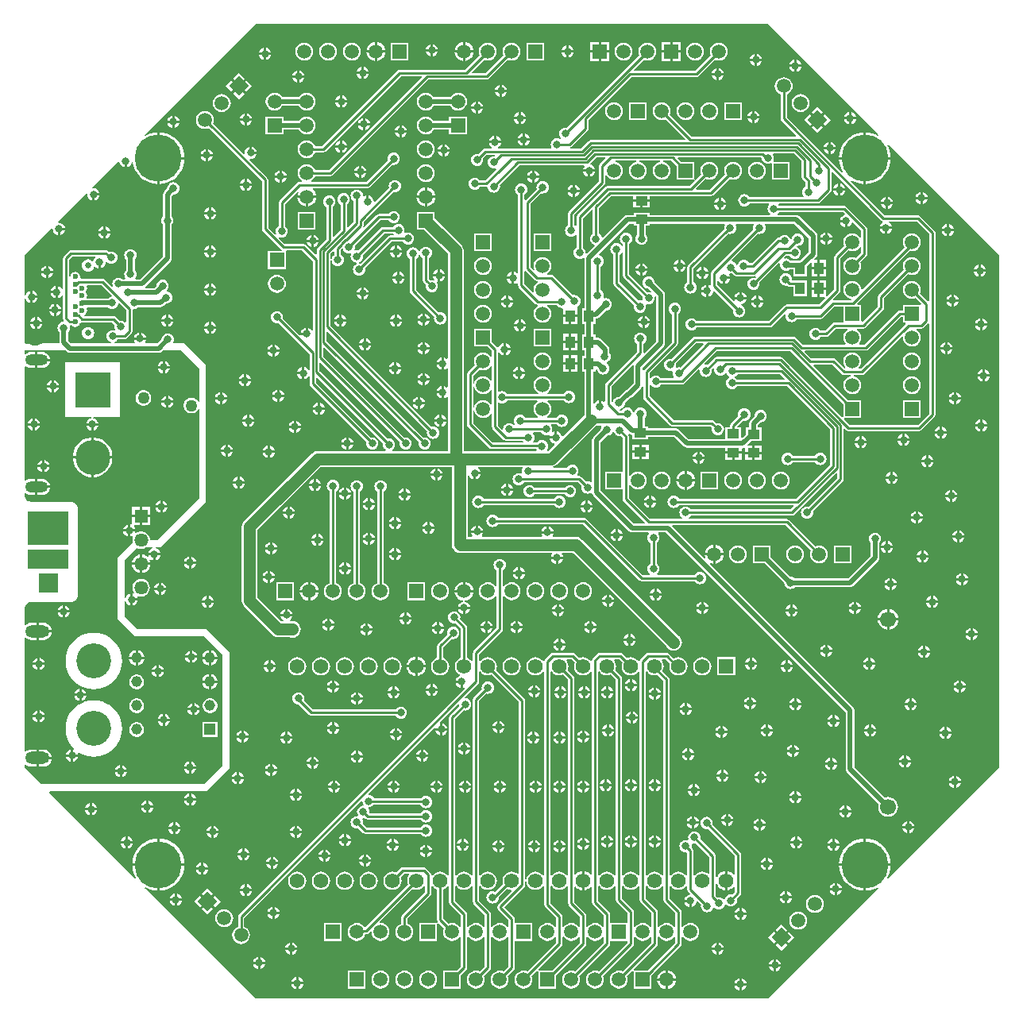
<source format=gbl>
G04*
G04 #@! TF.GenerationSoftware,Altium Limited,Altium Designer,23.8.1 (32)*
G04*
G04 Layer_Physical_Order=2*
G04 Layer_Color=16711680*
%FSLAX44Y44*%
%MOMM*%
G71*
G04*
G04 #@! TF.SameCoordinates,0CA1B05D-E12B-4C76-85DA-CFDCD28D9C68*
G04*
G04*
G04 #@! TF.FilePolarity,Positive*
G04*
G01*
G75*
%ADD10C,0.2540*%
%ADD14R,1.0000X1.3000*%
%ADD16R,1.3000X1.0000*%
%ADD66C,0.5080*%
%ADD67C,1.2700*%
%ADD68R,2.0400X2.0400*%
%ADD69C,2.0400*%
%ADD70C,1.5000*%
%ADD71R,1.5000X1.5000*%
%ADD72R,1.5000X1.5000*%
%ADD73R,1.5600X1.5600*%
%ADD74C,1.5600*%
%ADD75O,2.6000X1.3000*%
%ADD76C,3.7160*%
%ADD77O,2.4000X1.2000*%
%ADD78R,3.7160X3.7160*%
%ADD79C,1.4620*%
%ADD80R,1.4620X1.4620*%
%ADD81O,1.4000X0.8000*%
%ADD82C,0.6500*%
%ADD83C,0.6000*%
%ADD84C,1.1590*%
%ADD85R,1.1590X1.1590*%
%ADD86C,1.2700*%
%ADD87P,2.1213X4X180.0*%
%ADD88P,2.1213X4X270.0*%
%ADD89C,1.7000*%
%ADD90C,0.8000*%
%ADD91C,5.0000*%
G36*
X391199Y401281D02*
X390407Y400277D01*
X389041Y401114D01*
X385036Y402773D01*
X380821Y403785D01*
X377770Y404025D01*
Y377770D01*
X404025D01*
X403785Y380821D01*
X402773Y385036D01*
X401114Y389041D01*
X400277Y390407D01*
X401281Y391199D01*
X519430Y273050D01*
Y-273050D01*
X401282Y-391198D01*
X400277Y-390406D01*
X401114Y-389042D01*
X402773Y-385037D01*
X403785Y-380822D01*
X404025Y-377770D01*
X377770D01*
Y-404025D01*
X380821Y-403785D01*
X385036Y-402773D01*
X389041Y-401114D01*
X390406Y-400278D01*
X391198Y-401282D01*
X273050Y-519430D01*
X-272982Y-519430D01*
X-391021Y-401391D01*
X-390229Y-400387D01*
X-389042Y-401114D01*
X-385037Y-402773D01*
X-380822Y-403785D01*
X-377770Y-404025D01*
Y-377770D01*
X-404025D01*
X-403785Y-380822D01*
X-402773Y-385037D01*
X-401114Y-389042D01*
X-400387Y-390229D01*
X-401391Y-391021D01*
X-492789Y-299623D01*
X-492302Y-298450D01*
X-325120D01*
X-300990Y-274320D01*
Y-149860D01*
X-325120Y-125730D01*
X-398780D01*
X-412750Y-111760D01*
Y-95872D01*
X-411502Y-95687D01*
X-410843Y-97278D01*
X-409794Y-98644D01*
X-408428Y-99693D01*
X-406837Y-100352D01*
X-406400Y-100409D01*
Y-93980D01*
Y-87551D01*
X-406837Y-87608D01*
X-408428Y-88267D01*
X-409794Y-89316D01*
X-410843Y-90682D01*
X-411502Y-92273D01*
X-412750Y-92088D01*
Y-52070D01*
X-399402Y-38721D01*
X-397400Y-39550D01*
X-394970Y-39870D01*
X-392540Y-39550D01*
X-390275Y-38612D01*
X-389607Y-38100D01*
X-382892D01*
X-382707Y-39348D01*
X-384298Y-40007D01*
X-385664Y-41056D01*
X-386713Y-42422D01*
X-387372Y-44013D01*
X-387429Y-44450D01*
X-374571D01*
X-374628Y-44013D01*
X-375287Y-42422D01*
X-376336Y-41056D01*
X-377702Y-40007D01*
X-379293Y-39348D01*
X-379108Y-38100D01*
X-374650D01*
X-326390Y10160D01*
X-326390Y156210D01*
X-349421Y179240D01*
X-360020Y179220D01*
X-360737Y180488D01*
X-360308Y181523D01*
X-360083Y183230D01*
X-360308Y184938D01*
X-360967Y186529D01*
X-362015Y187895D01*
X-363381Y188943D01*
X-364972Y189602D01*
X-366679Y189827D01*
X-368387Y189602D01*
X-369978Y188943D01*
X-371344Y187895D01*
X-372392Y186529D01*
X-373051Y184938D01*
X-373276Y183230D01*
X-373270Y183186D01*
X-377271Y179185D01*
X-390225Y179160D01*
X-390852Y180429D01*
X-390527Y180852D01*
X-389868Y182443D01*
X-389811Y182880D01*
X-402669D01*
X-402612Y182443D01*
X-401953Y180852D01*
X-401612Y180407D01*
X-402237Y179136D01*
X-423517Y179094D01*
X-423743Y180318D01*
X-422152Y180977D01*
X-420786Y182026D01*
X-419765Y183356D01*
X-412750D01*
X-411474Y183610D01*
X-410392Y184333D01*
X-405312Y189412D01*
X-404590Y190494D01*
X-404336Y191770D01*
Y214860D01*
X-403381Y215697D01*
X-402664Y215603D01*
X-400957Y215828D01*
X-399366Y216487D01*
X-398000Y217535D01*
X-397973Y217570D01*
X-374214D01*
X-374214Y217570D01*
X-372443Y217923D01*
X-370941Y218926D01*
X-368577Y221290D01*
X-368300Y221253D01*
X-366593Y221478D01*
X-365002Y222137D01*
X-363636Y223185D01*
X-362587Y224551D01*
X-361928Y226142D01*
X-361704Y227850D01*
X-361928Y229557D01*
X-362587Y231148D01*
X-363636Y232514D01*
X-365002Y233562D01*
X-366593Y234221D01*
X-367090Y234287D01*
X-367446Y235614D01*
X-366397Y236980D01*
X-365738Y238571D01*
X-365514Y240279D01*
X-365738Y241986D01*
X-366397Y243577D01*
X-367446Y244943D01*
X-368812Y245991D01*
X-370403Y246650D01*
X-372110Y246875D01*
X-373817Y246650D01*
X-375408Y245991D01*
X-376774Y244943D01*
X-377823Y243577D01*
X-378482Y241986D01*
X-378706Y240279D01*
X-378672Y240015D01*
X-380567Y238119D01*
X-390094D01*
X-390485Y239000D01*
X-390525Y239389D01*
X-363558Y266355D01*
X-363558Y266355D01*
X-362555Y267857D01*
X-362202Y269629D01*
X-362202Y269629D01*
Y305618D01*
X-361317Y306772D01*
X-360658Y308363D01*
X-360434Y310070D01*
X-360658Y311777D01*
X-361317Y313368D01*
X-362366Y314734D01*
X-362401Y314762D01*
Y335903D01*
X-360654Y337650D01*
X-360610Y337644D01*
X-358902Y337869D01*
X-357311Y338528D01*
X-355945Y339576D01*
X-354897Y340942D01*
X-354238Y342533D01*
X-354013Y344240D01*
X-354238Y345948D01*
X-354897Y347539D01*
X-355945Y348905D01*
X-357311Y349953D01*
X-358902Y350612D01*
X-360610Y350837D01*
X-362317Y350612D01*
X-363908Y349953D01*
X-365274Y348905D01*
X-366322Y347539D01*
X-366981Y345948D01*
X-367206Y344240D01*
X-367200Y344196D01*
X-370303Y341093D01*
X-371307Y339591D01*
X-371659Y337820D01*
X-371659Y337820D01*
Y314762D01*
X-371694Y314734D01*
X-372743Y313368D01*
X-373402Y311777D01*
X-373626Y310070D01*
X-373402Y308363D01*
X-372743Y306772D01*
X-371694Y305406D01*
X-371460Y305226D01*
Y271546D01*
X-395807Y247199D01*
X-400740D01*
X-401360Y248469D01*
X-400687Y249345D01*
X-400028Y250936D01*
X-399804Y252644D01*
X-400028Y254351D01*
X-400687Y255942D01*
X-401736Y257308D01*
X-401771Y257335D01*
Y268358D01*
X-401736Y268386D01*
X-400687Y269752D01*
X-400028Y271343D01*
X-399804Y273050D01*
X-400028Y274757D01*
X-400687Y276348D01*
X-401736Y277714D01*
X-403102Y278763D01*
X-404693Y279422D01*
X-406400Y279646D01*
X-408107Y279422D01*
X-409698Y278763D01*
X-411064Y277714D01*
X-412113Y276348D01*
X-412772Y274757D01*
X-412996Y273050D01*
X-412772Y271343D01*
X-412113Y269752D01*
X-411064Y268386D01*
X-411029Y268358D01*
Y257335D01*
X-411064Y257308D01*
X-412113Y255942D01*
X-412772Y254351D01*
X-412996Y252644D01*
X-412772Y250936D01*
X-412113Y249345D01*
X-411440Y248469D01*
X-412060Y247199D01*
X-414408D01*
X-414436Y247234D01*
X-415802Y248283D01*
X-417393Y248942D01*
X-419100Y249166D01*
X-420807Y248942D01*
X-422398Y248283D01*
X-423764Y247234D01*
X-424813Y245868D01*
X-425472Y244277D01*
X-425696Y242570D01*
X-425472Y240863D01*
X-425090Y239941D01*
X-426166Y239221D01*
X-433932Y246987D01*
X-435014Y247710D01*
X-436290Y247964D01*
X-458818D01*
X-459860Y249234D01*
X-459696Y250060D01*
X-460107Y252128D01*
X-461279Y253881D01*
X-463032Y255053D01*
X-465100Y255464D01*
X-467168Y255053D01*
X-468921Y253881D01*
X-470093Y252128D01*
X-470376Y250703D01*
X-471646Y250828D01*
Y268280D01*
X-468326Y271600D01*
X-444208D01*
X-443777Y270330D01*
X-444084Y270094D01*
X-445133Y268728D01*
X-445738Y267267D01*
X-446277Y267024D01*
X-447108Y266869D01*
X-448297Y267781D01*
X-449890Y268441D01*
X-451600Y268666D01*
X-453310Y268441D01*
X-454903Y267781D01*
X-456272Y266731D01*
X-457321Y265363D01*
X-457981Y263770D01*
X-458206Y262060D01*
X-457981Y260350D01*
X-457321Y258757D01*
X-456272Y257388D01*
X-454903Y256339D01*
X-453310Y255679D01*
X-451600Y255453D01*
X-449890Y255679D01*
X-448297Y256339D01*
X-446928Y257388D01*
X-445879Y258757D01*
X-445270Y260225D01*
X-444739Y260467D01*
X-443901Y260625D01*
X-442718Y259717D01*
X-441127Y259058D01*
X-440690Y259001D01*
Y265430D01*
X-438150D01*
Y259001D01*
X-437713Y259058D01*
X-436122Y259717D01*
X-434756Y260766D01*
X-433707Y262132D01*
X-433048Y263723D01*
X-432824Y265430D01*
X-432856Y265677D01*
X-431641Y266180D01*
X-431384Y265846D01*
X-430018Y264797D01*
X-428427Y264138D01*
X-426720Y263913D01*
X-425013Y264138D01*
X-423422Y264797D01*
X-422056Y265846D01*
X-421007Y267212D01*
X-420348Y268803D01*
X-420124Y270510D01*
X-420348Y272217D01*
X-421007Y273808D01*
X-422056Y275174D01*
X-423422Y276223D01*
X-425013Y276882D01*
X-426720Y277106D01*
X-428427Y276882D01*
X-429289Y276525D01*
X-430057Y277292D01*
X-431138Y278015D01*
X-432414Y278268D01*
X-469707D01*
X-470983Y278015D01*
X-472065Y277292D01*
X-477337Y272019D01*
X-478060Y270937D01*
X-478314Y269661D01*
Y237524D01*
X-478788Y237292D01*
X-479584Y237183D01*
X-480476Y238344D01*
X-481842Y239393D01*
X-483433Y240052D01*
X-483870Y240109D01*
Y233680D01*
Y227251D01*
X-483433Y227308D01*
X-481842Y227967D01*
X-480476Y229016D01*
X-479584Y230177D01*
X-478788Y230068D01*
X-478314Y229836D01*
Y205938D01*
X-478060Y204662D01*
X-477337Y203580D01*
X-477168Y203411D01*
X-477379Y202671D01*
X-477705Y202152D01*
X-479227Y201952D01*
X-480818Y201293D01*
X-482184Y200244D01*
X-483233Y198878D01*
X-483892Y197287D01*
X-484116Y195580D01*
X-483892Y193873D01*
X-483233Y192282D01*
X-482184Y190916D01*
X-482149Y190888D01*
Y180340D01*
X-482149Y180340D01*
X-482073Y179959D01*
X-482878Y178976D01*
X-518531Y178906D01*
X-519430Y179803D01*
X-519430Y226708D01*
X-518182Y226893D01*
X-517523Y225302D01*
X-516474Y223936D01*
X-515108Y222887D01*
X-513517Y222228D01*
X-513080Y222171D01*
Y228600D01*
Y235029D01*
X-513517Y234972D01*
X-515108Y234313D01*
X-516474Y233264D01*
X-517523Y231898D01*
X-518182Y230307D01*
X-519430Y230492D01*
Y273050D01*
X-490324Y302156D01*
X-489121Y301563D01*
X-489196Y300990D01*
X-488972Y299283D01*
X-488313Y297692D01*
X-487264Y296326D01*
X-485898Y295277D01*
X-484307Y294618D01*
X-483870Y294561D01*
Y300990D01*
X-482600D01*
Y302260D01*
X-476171D01*
X-476228Y302697D01*
X-476887Y304288D01*
X-477936Y305654D01*
X-479302Y306703D01*
X-480893Y307362D01*
X-482600Y307586D01*
X-483173Y307511D01*
X-483766Y308714D01*
X-453494Y338986D01*
X-452291Y338393D01*
X-452366Y337820D01*
X-452142Y336113D01*
X-451483Y334522D01*
X-450434Y333156D01*
X-449068Y332107D01*
X-447477Y331448D01*
X-447040Y331391D01*
Y337820D01*
X-445770D01*
Y339090D01*
X-439341D01*
X-439398Y339527D01*
X-440057Y341118D01*
X-441106Y342484D01*
X-442472Y343533D01*
X-444063Y344192D01*
X-445770Y344416D01*
X-446343Y344341D01*
X-446936Y345544D01*
X-419328Y373153D01*
X-417987Y372697D01*
X-417852Y371673D01*
X-417193Y370082D01*
X-416144Y368716D01*
X-414778Y367667D01*
X-413187Y367008D01*
X-412750Y366951D01*
Y373380D01*
X-410210D01*
Y366951D01*
X-409773Y367008D01*
X-408182Y367667D01*
X-406816Y368716D01*
X-405767Y370082D01*
X-405108Y371673D01*
X-405053Y372096D01*
X-403785Y372178D01*
X-402773Y367963D01*
X-401114Y363958D01*
X-398849Y360262D01*
X-396034Y356966D01*
X-392738Y354150D01*
X-389042Y351885D01*
X-385037Y350227D01*
X-380822Y349215D01*
X-377770Y348974D01*
Y376500D01*
Y404025D01*
X-380822Y403785D01*
X-385037Y402773D01*
X-389042Y401114D01*
X-390406Y400277D01*
X-391198Y401282D01*
X-273050Y519430D01*
X273050D01*
X391199Y401281D01*
D02*
G37*
G36*
X-426355Y229980D02*
X-426810Y228639D01*
X-427663Y228527D01*
X-429253Y227868D01*
X-430620Y226819D01*
X-430683Y226737D01*
X-452599D01*
X-453198Y227857D01*
X-453107Y227992D01*
X-452696Y230060D01*
X-453107Y232128D01*
X-454279Y233881D01*
Y234239D01*
X-453107Y235992D01*
X-452696Y238060D01*
X-453087Y240026D01*
X-453058Y240328D01*
X-452541Y241296D01*
X-437671D01*
X-426355Y229980D01*
D02*
G37*
G36*
X-411004Y214629D02*
Y202191D01*
X-411558Y201844D01*
X-412274Y201659D01*
X-413452Y202563D01*
X-415043Y203222D01*
X-416750Y203446D01*
X-418245Y203250D01*
X-421982Y206987D01*
X-423064Y207710D01*
X-424340Y207964D01*
X-455565D01*
X-455783Y209234D01*
X-454279Y210239D01*
X-453107Y211992D01*
X-452696Y214060D01*
X-453107Y216128D01*
X-453262Y216359D01*
X-452663Y217479D01*
X-430604D01*
X-429253Y216442D01*
X-427663Y215783D01*
X-425955Y215559D01*
X-424248Y215783D01*
X-422657Y216442D01*
X-421291Y217491D01*
X-420243Y218857D01*
X-419584Y220448D01*
X-419471Y221300D01*
X-418130Y221755D01*
X-411004Y214629D01*
D02*
G37*
G36*
X-457961Y201296D02*
X-425721D01*
X-423081Y198656D01*
X-423122Y198557D01*
X-423346Y196850D01*
X-423122Y195143D01*
X-422640Y193979D01*
X-423554Y192983D01*
X-423743Y193062D01*
X-425450Y193286D01*
X-427157Y193062D01*
X-428748Y192403D01*
X-430114Y191354D01*
X-431163Y189988D01*
X-431822Y188397D01*
X-432046Y186690D01*
X-431822Y184983D01*
X-431163Y183392D01*
X-430114Y182026D01*
X-428748Y180977D01*
X-427157Y180318D01*
X-427370Y179086D01*
X-469636Y179003D01*
X-472891Y182257D01*
Y190888D01*
X-472856Y190916D01*
X-471807Y192282D01*
X-471148Y193873D01*
X-470924Y195580D01*
X-471148Y197287D01*
X-471242Y197514D01*
X-470427Y198646D01*
X-469186Y198635D01*
X-468921Y198239D01*
X-467168Y197068D01*
X-465100Y196656D01*
X-463032Y197068D01*
X-461279Y198239D01*
X-460107Y199992D01*
X-459980Y200635D01*
X-458531Y201409D01*
X-457961Y201296D01*
D02*
G37*
G36*
X-332740Y152400D02*
Y116855D01*
X-334010Y116515D01*
X-334848Y117967D01*
X-336403Y119522D01*
X-338307Y120621D01*
X-340431Y121190D01*
X-342629D01*
X-344753Y120621D01*
X-346657Y119522D01*
X-348212Y117967D01*
X-349311Y116063D01*
X-349880Y113939D01*
Y111741D01*
X-349311Y109617D01*
X-348212Y107713D01*
X-346657Y106158D01*
X-344753Y105059D01*
X-342629Y104490D01*
X-340431D01*
X-338307Y105059D01*
X-336403Y106158D01*
X-334848Y107713D01*
X-334010Y109165D01*
X-332740Y108825D01*
Y13970D01*
X-377190Y-30480D01*
X-385660Y-30480D01*
Y-29254D01*
X-386295Y-26886D01*
X-387520Y-24764D01*
X-389254Y-23030D01*
X-391376Y-21804D01*
X-393744Y-21170D01*
X-396196D01*
X-398563Y-21804D01*
X-400242Y-22773D01*
X-401336Y-21949D01*
X-401240Y-21590D01*
X-406400D01*
Y-26750D01*
X-405146Y-26414D01*
X-404686Y-26149D01*
X-403979Y-26650D01*
X-403686Y-27038D01*
X-404280Y-29254D01*
Y-31706D01*
X-403913Y-33073D01*
X-419770Y-48930D01*
Y-114901D01*
X-401320Y-133350D01*
X-327660D01*
X-308610Y-152400D01*
Y-271780D01*
X-327660Y-290830D01*
X-501650Y-290830D01*
X-519430Y-273050D01*
Y-269913D01*
X-518160Y-269527D01*
X-516519Y-270786D01*
X-514320Y-271697D01*
X-511960Y-272008D01*
X-506730D01*
Y-262890D01*
Y-253772D01*
X-511960D01*
X-514320Y-254083D01*
X-516519Y-254994D01*
X-518160Y-256253D01*
X-519430Y-255867D01*
Y-134913D01*
X-518160Y-134527D01*
X-516519Y-135786D01*
X-514320Y-136697D01*
X-511960Y-137008D01*
X-506730D01*
Y-127890D01*
Y-118772D01*
X-511960D01*
X-514320Y-119083D01*
X-516519Y-119994D01*
X-518160Y-121253D01*
X-519430Y-120867D01*
Y-104140D01*
X-519430Y-103390D01*
X-519137Y-101917D01*
X-518563Y-100531D01*
X-517729Y-99283D01*
X-516668Y-98221D01*
X-515420Y-97387D01*
X-514033Y-96813D01*
X-512561Y-96520D01*
X-511810Y-96520D01*
X-469900Y-96520D01*
X-469153Y-96483D01*
X-468684Y-96390D01*
X-467688Y-96192D01*
X-466308Y-95620D01*
X-465066Y-94790D01*
X-464010Y-93734D01*
X-463180Y-92492D01*
X-462608Y-91112D01*
X-462317Y-89647D01*
X-462280Y-88900D01*
X-462280Y2540D01*
X-462280Y2540D01*
X-462280Y2540D01*
X-462281Y2551D01*
X-462317Y3286D01*
X-462402Y3715D01*
X-462608Y4752D01*
X-463180Y6132D01*
X-464010Y7374D01*
X-465066Y8430D01*
X-466308Y9260D01*
X-467688Y9832D01*
X-469153Y10123D01*
X-469900Y10160D01*
X-512561Y10160D01*
X-514033Y10453D01*
X-515419Y11027D01*
X-516668Y11861D01*
X-517729Y12923D01*
X-518563Y14171D01*
X-519137Y15557D01*
X-519430Y17030D01*
Y19066D01*
X-518160Y19692D01*
X-517037Y18830D01*
X-514959Y17970D01*
X-512730Y17676D01*
X-508000D01*
Y26290D01*
Y34904D01*
X-512730D01*
X-514959Y34610D01*
X-517037Y33750D01*
X-518160Y32888D01*
X-519430Y33514D01*
Y154066D01*
X-518160Y154692D01*
X-517037Y153830D01*
X-514959Y152970D01*
X-512730Y152676D01*
X-508000D01*
Y161290D01*
Y169904D01*
X-512730D01*
X-514959Y169610D01*
X-517037Y168750D01*
X-518160Y167888D01*
X-519430Y168514D01*
Y171301D01*
X-475115Y171389D01*
X-474253Y170527D01*
X-474253Y170527D01*
X-472751Y169523D01*
X-470980Y169171D01*
X-470980Y169171D01*
X-376110D01*
X-376110Y169171D01*
X-374339Y169523D01*
X-372837Y170527D01*
X-371771Y171593D01*
X-351972Y171632D01*
X-332740Y152400D01*
D02*
G37*
G36*
X-472440Y-35560D02*
X-515620D01*
Y0D01*
X-472440D01*
Y-35560D01*
D02*
G37*
G36*
Y-60960D02*
X-515620D01*
Y-40640D01*
X-472440D01*
Y-60960D01*
D02*
G37*
%LPC*%
G36*
X-83820Y497919D02*
Y492760D01*
X-78661D01*
X-78718Y493197D01*
X-79377Y494788D01*
X-80426Y496154D01*
X-81792Y497203D01*
X-83383Y497862D01*
X-83820Y497919D01*
D02*
G37*
G36*
X-86360D02*
X-86797Y497862D01*
X-88388Y497203D01*
X-89754Y496154D01*
X-90803Y494788D01*
X-91462Y493197D01*
X-91519Y492760D01*
X-86360D01*
Y497919D01*
D02*
G37*
G36*
X60960Y496649D02*
Y491490D01*
X66119D01*
X66062Y491927D01*
X65403Y493518D01*
X64354Y494884D01*
X62988Y495933D01*
X61397Y496592D01*
X60960Y496649D01*
D02*
G37*
G36*
X58420D02*
X57983Y496592D01*
X56392Y495933D01*
X55026Y494884D01*
X53977Y493518D01*
X53318Y491927D01*
X53261Y491490D01*
X58420D01*
Y496649D01*
D02*
G37*
G36*
X-49530Y500179D02*
Y491490D01*
X-40841D01*
X-41018Y492841D01*
X-42030Y495283D01*
X-43639Y497381D01*
X-45737Y498990D01*
X-48179Y500002D01*
X-49530Y500179D01*
D02*
G37*
G36*
X-143510D02*
Y491490D01*
X-134821D01*
X-134998Y492841D01*
X-136010Y495283D01*
X-137619Y497381D01*
X-139717Y498990D01*
X-142159Y500002D01*
X-143510Y500179D01*
D02*
G37*
G36*
X180220Y500260D02*
X171450D01*
Y491490D01*
X180220D01*
Y500260D01*
D02*
G37*
G36*
X104020D02*
X95250D01*
Y491490D01*
X104020D01*
Y500260D01*
D02*
G37*
G36*
X168910D02*
X160140D01*
Y491490D01*
X168910D01*
Y500260D01*
D02*
G37*
G36*
X92710D02*
X83940D01*
Y491490D01*
X92710D01*
Y500260D01*
D02*
G37*
G36*
X-52070Y500179D02*
X-53421Y500002D01*
X-55863Y498990D01*
X-57961Y497381D01*
X-59570Y495283D01*
X-60582Y492841D01*
X-60759Y491490D01*
X-52070D01*
Y500179D01*
D02*
G37*
G36*
X-146050D02*
X-147401Y500002D01*
X-149843Y498990D01*
X-151941Y497381D01*
X-153550Y495283D01*
X-154562Y492841D01*
X-154739Y491490D01*
X-146050D01*
Y500179D01*
D02*
G37*
G36*
X-261620Y494109D02*
Y488950D01*
X-256461D01*
X-256518Y489387D01*
X-257177Y490978D01*
X-258226Y492344D01*
X-259592Y493393D01*
X-261183Y494052D01*
X-261620Y494109D01*
D02*
G37*
G36*
X-264160D02*
X-264597Y494052D01*
X-266188Y493393D01*
X-267554Y492344D01*
X-268603Y490978D01*
X-269262Y489387D01*
X-269319Y488950D01*
X-264160D01*
Y494109D01*
D02*
G37*
G36*
X-78661Y490220D02*
X-83820D01*
Y485061D01*
X-83383Y485118D01*
X-81792Y485777D01*
X-80426Y486826D01*
X-79377Y488192D01*
X-78718Y489783D01*
X-78661Y490220D01*
D02*
G37*
G36*
X-86360D02*
X-91519D01*
X-91462Y489783D01*
X-90803Y488192D01*
X-89754Y486826D01*
X-88388Y485777D01*
X-86797Y485118D01*
X-86360Y485061D01*
Y490220D01*
D02*
G37*
G36*
X66119Y488950D02*
X60960D01*
Y483791D01*
X61397Y483848D01*
X62988Y484507D01*
X64354Y485556D01*
X65403Y486922D01*
X66062Y488513D01*
X66119Y488950D01*
D02*
G37*
G36*
X58420D02*
X53261D01*
X53318Y488513D01*
X53977Y486922D01*
X55026Y485556D01*
X56392Y484507D01*
X57983Y483848D01*
X58420Y483791D01*
Y488950D01*
D02*
G37*
G36*
X261620Y487759D02*
Y482600D01*
X266779D01*
X266722Y483037D01*
X266063Y484628D01*
X265014Y485994D01*
X263648Y487043D01*
X262057Y487702D01*
X261620Y487759D01*
D02*
G37*
G36*
X259080D02*
X258643Y487702D01*
X257052Y487043D01*
X255686Y485994D01*
X254637Y484628D01*
X253978Y483037D01*
X253921Y482600D01*
X259080D01*
Y487759D01*
D02*
G37*
G36*
X-256461Y486410D02*
X-261620D01*
Y481251D01*
X-261183Y481308D01*
X-259592Y481967D01*
X-258226Y483016D01*
X-257177Y484382D01*
X-256518Y485973D01*
X-256461Y486410D01*
D02*
G37*
G36*
X-264160D02*
X-269319D01*
X-269262Y485973D01*
X-268603Y484382D01*
X-267554Y483016D01*
X-266188Y481967D01*
X-264597Y481308D01*
X-264160Y481251D01*
Y486410D01*
D02*
G37*
G36*
X34900Y499720D02*
X15900D01*
Y480720D01*
X34900D01*
Y499720D01*
D02*
G37*
G36*
X-109880D02*
X-128880D01*
Y480720D01*
X-109880D01*
Y499720D01*
D02*
G37*
G36*
X195580Y499802D02*
X193100Y499476D01*
X190789Y498518D01*
X188804Y496995D01*
X187282Y495011D01*
X186325Y492700D01*
X185998Y490220D01*
X186325Y487740D01*
X187282Y485429D01*
X188804Y483445D01*
X190789Y481922D01*
X193100Y480965D01*
X195580Y480638D01*
X198060Y480965D01*
X200371Y481922D01*
X202355Y483445D01*
X203878Y485429D01*
X204835Y487740D01*
X205162Y490220D01*
X204835Y492700D01*
X203878Y495011D01*
X202355Y496995D01*
X200371Y498518D01*
X198060Y499476D01*
X195580Y499802D01*
D02*
G37*
G36*
X220980D02*
X218500Y499476D01*
X216189Y498518D01*
X214205Y496995D01*
X212682Y495011D01*
X211724Y492700D01*
X211398Y490220D01*
X211724Y487740D01*
X212328Y486283D01*
X195469Y469424D01*
X130358D01*
X129872Y470597D01*
X140843Y481568D01*
X142300Y480965D01*
X144780Y480638D01*
X147260Y480965D01*
X149571Y481922D01*
X151555Y483445D01*
X153078Y485429D01*
X154036Y487740D01*
X154362Y490220D01*
X154036Y492700D01*
X153078Y495011D01*
X151555Y496995D01*
X149571Y498518D01*
X147260Y499476D01*
X144780Y499802D01*
X142300Y499476D01*
X139989Y498518D01*
X138005Y496995D01*
X136482Y495011D01*
X135525Y492700D01*
X135198Y490220D01*
X135525Y487740D01*
X136128Y486283D01*
X58812Y408968D01*
X57150Y409186D01*
X55443Y408962D01*
X53852Y408303D01*
X52486Y407254D01*
X51437Y405888D01*
X50778Y404297D01*
X50554Y402590D01*
X50778Y400883D01*
X51437Y399292D01*
X52486Y397926D01*
X51685Y396965D01*
X51558Y397063D01*
X49967Y397722D01*
X48260Y397946D01*
X46553Y397722D01*
X44962Y397063D01*
X43596Y396014D01*
X42547Y394648D01*
X41888Y393057D01*
X41664Y391350D01*
X41888Y389643D01*
X42547Y388052D01*
X42577Y388013D01*
X42015Y386874D01*
X-13936D01*
X-14168Y387348D01*
X-14277Y388144D01*
X-13116Y389036D01*
X-12067Y390402D01*
X-11408Y391993D01*
X-11351Y392430D01*
X-24209D01*
X-24152Y391993D01*
X-23493Y390402D01*
X-22444Y389036D01*
X-21282Y388144D01*
X-21392Y387348D01*
X-21624Y386874D01*
X-28325D01*
X-29601Y386620D01*
X-30682Y385897D01*
X-35508Y381072D01*
X-36830Y381246D01*
X-38537Y381022D01*
X-40128Y380363D01*
X-41494Y379314D01*
X-42543Y377948D01*
X-43202Y376357D01*
X-43426Y374650D01*
X-43202Y372943D01*
X-42543Y371352D01*
X-41494Y369986D01*
X-40128Y368937D01*
X-38537Y368278D01*
X-36830Y368054D01*
X-35123Y368278D01*
X-33532Y368937D01*
X-32166Y369986D01*
X-31117Y371352D01*
X-30458Y372943D01*
X-30234Y374650D01*
X-30458Y376357D01*
X-30556Y376594D01*
X-26944Y380206D01*
X-18326D01*
X-17727Y378936D01*
X-18026Y378572D01*
X-19050Y378706D01*
X-20757Y378482D01*
X-22348Y377823D01*
X-23714Y376774D01*
X-24763Y375408D01*
X-25422Y373817D01*
X-25646Y372110D01*
X-25422Y370403D01*
X-24763Y368812D01*
X-23714Y367446D01*
X-22348Y366397D01*
X-20757Y365738D01*
X-19050Y365514D01*
X-17343Y365738D01*
X-16863Y365937D01*
X-16776Y365849D01*
X-16105Y364943D01*
X-28463Y352584D01*
X-33685D01*
X-34706Y353914D01*
X-36072Y354963D01*
X-37663Y355622D01*
X-39370Y355846D01*
X-41077Y355622D01*
X-42668Y354963D01*
X-44034Y353914D01*
X-45083Y352548D01*
X-45742Y350957D01*
X-45966Y349250D01*
X-45742Y347543D01*
X-45083Y345952D01*
X-44034Y344586D01*
X-42668Y343537D01*
X-41077Y342878D01*
X-39370Y342654D01*
X-37663Y342878D01*
X-36072Y343537D01*
X-34706Y344586D01*
X-33685Y345916D01*
X-27082D01*
X-26860Y345960D01*
X-25452Y344995D01*
X-25394Y344557D01*
X-24735Y342966D01*
X-23687Y341600D01*
X-22320Y340552D01*
X-20729Y339893D01*
X-19022Y339668D01*
X-17315Y339893D01*
X-15724Y340552D01*
X-14358Y341600D01*
X-13310Y342966D01*
X-12651Y344557D01*
X-12426Y346265D01*
X-12645Y347927D01*
X8204Y368776D01*
X77083D01*
X77595Y367506D01*
X76837Y366518D01*
X76178Y364927D01*
X76121Y364490D01*
X88979D01*
X88922Y364927D01*
X88263Y366518D01*
X87214Y367884D01*
X85848Y368933D01*
X84257Y369592D01*
X84032Y369621D01*
X83577Y370962D01*
X90281Y377666D01*
X99511D01*
X99998Y376493D01*
X94163Y370658D01*
X93440Y369576D01*
X93186Y368300D01*
Y351901D01*
X61143Y319858D01*
X60420Y318776D01*
X60166Y317500D01*
Y305215D01*
X58836Y304194D01*
X57787Y302828D01*
X57128Y301237D01*
X56904Y299530D01*
X57128Y297823D01*
X57787Y296232D01*
X58836Y294866D01*
X60202Y293817D01*
X61793Y293158D01*
X63500Y292934D01*
X65207Y293158D01*
X66798Y293817D01*
X67786Y294575D01*
X69056Y294063D01*
Y281275D01*
X67726Y280254D01*
X66677Y278888D01*
X66018Y277297D01*
X65794Y275590D01*
X66018Y273883D01*
X66677Y272292D01*
X67726Y270926D01*
X69092Y269877D01*
X70683Y269218D01*
X72390Y268994D01*
X74097Y269218D01*
X75688Y269877D01*
X76530Y270523D01*
X76676Y270503D01*
X77761Y269867D01*
Y216780D01*
X75390D01*
Y199780D01*
X77761D01*
Y188840D01*
X75390D01*
Y171840D01*
X77761D01*
Y165980D01*
X75390D01*
Y148980D01*
X77761D01*
Y103053D01*
X54586Y79877D01*
X53383Y80285D01*
X53362Y80447D01*
X52703Y82038D01*
X51654Y83404D01*
X50288Y84453D01*
X48697Y85112D01*
X48260Y85169D01*
Y78740D01*
X46990D01*
Y77470D01*
X40561D01*
X40618Y77033D01*
X41277Y75442D01*
X42326Y74076D01*
X43692Y73027D01*
X45283Y72368D01*
X45445Y72347D01*
X45853Y71144D01*
X39202Y64493D01*
X38090Y64608D01*
X37556Y65760D01*
X37860Y66155D01*
X38519Y67746D01*
X38743Y69453D01*
X38519Y71160D01*
X37860Y72751D01*
X36811Y74117D01*
X35445Y75166D01*
X33854Y75825D01*
X32147Y76049D01*
X30440Y75825D01*
X28849Y75166D01*
X27483Y74117D01*
X26766Y73184D01*
X23247D01*
X22735Y74454D01*
X23493Y75442D01*
X24152Y77033D01*
X24376Y78740D01*
X24152Y80447D01*
X23493Y82038D01*
X22735Y83026D01*
X23247Y84296D01*
X31145D01*
X32166Y82966D01*
X33532Y81917D01*
X35123Y81258D01*
X36830Y81034D01*
X38537Y81258D01*
X39795Y81779D01*
X40660Y81096D01*
X40799Y80882D01*
X40618Y80447D01*
X40561Y80010D01*
X45720D01*
Y85169D01*
X45283Y85112D01*
X44025Y84591D01*
X43160Y85274D01*
X43021Y85488D01*
X43202Y85923D01*
X43426Y87630D01*
X43202Y89337D01*
X42543Y90928D01*
X41785Y91916D01*
X42297Y93186D01*
X47655D01*
X48676Y91856D01*
X50042Y90807D01*
X51633Y90148D01*
X53340Y89924D01*
X55047Y90148D01*
X56638Y90807D01*
X58004Y91856D01*
X59053Y93222D01*
X59712Y94813D01*
X59936Y96520D01*
X59712Y98227D01*
X59053Y99818D01*
X58004Y101184D01*
X56638Y102233D01*
X55047Y102892D01*
X53340Y103116D01*
X51633Y102892D01*
X50042Y102233D01*
X48676Y101184D01*
X47655Y99854D01*
X38403D01*
X38330Y99985D01*
X38075Y101124D01*
X39795Y102445D01*
X41318Y104429D01*
X42276Y106740D01*
X42602Y109220D01*
X42276Y111700D01*
X41318Y114011D01*
X39795Y115995D01*
X38322Y117126D01*
X38753Y118396D01*
X55421D01*
X56296Y117256D01*
X57662Y116207D01*
X59253Y115548D01*
X60960Y115324D01*
X62667Y115548D01*
X64258Y116207D01*
X65624Y117256D01*
X66673Y118622D01*
X67332Y120213D01*
X67556Y121920D01*
X67332Y123627D01*
X66673Y125218D01*
X65624Y126584D01*
X64258Y127633D01*
X62667Y128292D01*
X60960Y128516D01*
X59253Y128292D01*
X57662Y127633D01*
X56296Y126584D01*
X55247Y125218D01*
X55184Y125064D01*
X38093D01*
X37820Y126283D01*
X37827Y126334D01*
X39795Y127844D01*
X41318Y129829D01*
X42276Y132140D01*
X42602Y134620D01*
X42276Y137100D01*
X41318Y139411D01*
X39795Y141395D01*
X37811Y142918D01*
X35500Y143876D01*
X33020Y144202D01*
X30540Y143876D01*
X28229Y142918D01*
X26244Y141395D01*
X24722Y139411D01*
X23765Y137100D01*
X23438Y134620D01*
X23765Y132140D01*
X24722Y129829D01*
X26244Y127844D01*
X28213Y126334D01*
X28220Y126283D01*
X27947Y125064D01*
X-4285D01*
X-5306Y126394D01*
X-6672Y127443D01*
X-8263Y128102D01*
X-9970Y128326D01*
X-11677Y128102D01*
X-13268Y127443D01*
X-13307Y127413D01*
X-14446Y127975D01*
Y168876D01*
X-13972Y169108D01*
X-13176Y169217D01*
X-12284Y168056D01*
X-10918Y167007D01*
X-9327Y166348D01*
X-8890Y166291D01*
Y172720D01*
Y179149D01*
X-9327Y179092D01*
X-10918Y178433D01*
X-12284Y177384D01*
X-13333Y176018D01*
X-13788Y174918D01*
X-15118Y174700D01*
X-15180Y174715D01*
X-15423Y175077D01*
X-20980Y180635D01*
Y194920D01*
X-39980D01*
Y175920D01*
X-25695D01*
X-21114Y171339D01*
Y165403D01*
X-21245Y165330D01*
X-22384Y165075D01*
X-23705Y166795D01*
X-25689Y168318D01*
X-28000Y169275D01*
X-30480Y169602D01*
X-32960Y169275D01*
X-35271Y168318D01*
X-37255Y166795D01*
X-38778Y164811D01*
X-39736Y162500D01*
X-40062Y160020D01*
X-39736Y157540D01*
X-39132Y156083D01*
X-46807Y148407D01*
X-47530Y147326D01*
X-47784Y146050D01*
Y92710D01*
X-47530Y91434D01*
X-46807Y90352D01*
X-23948Y67492D01*
X-22866Y66770D01*
X-21590Y66516D01*
X26178D01*
X26832Y65473D01*
X26255Y64302D01*
X-51268D01*
Y278130D01*
X-51555Y280310D01*
X-52396Y282341D01*
X-53735Y284085D01*
X-81940Y312291D01*
Y319380D01*
X-100940D01*
Y300380D01*
X-93851D01*
X-68112Y274641D01*
Y162961D01*
X-69382Y162441D01*
X-70362Y163193D01*
X-71953Y163852D01*
X-72390Y163909D01*
Y157480D01*
Y151051D01*
X-71953Y151108D01*
X-70362Y151767D01*
X-69382Y152519D01*
X-68112Y151999D01*
Y132481D01*
X-69382Y131961D01*
X-70362Y132713D01*
X-71953Y133372D01*
X-72390Y133429D01*
Y127000D01*
Y120571D01*
X-71953Y120628D01*
X-70362Y121287D01*
X-69382Y122039D01*
X-68112Y121519D01*
Y64302D01*
X-126958D01*
X-127167Y64720D01*
X-127297Y65572D01*
X-126146Y66456D01*
X-125097Y67822D01*
X-124438Y69413D01*
X-124214Y71120D01*
X-124438Y72827D01*
X-125097Y74418D01*
X-126146Y75784D01*
X-127512Y76833D01*
X-129103Y77492D01*
X-130810Y77716D01*
X-132472Y77498D01*
X-204946Y149971D01*
Y157931D01*
X-203773Y158418D01*
X-119408Y74053D01*
X-119626Y72390D01*
X-119402Y70683D01*
X-118743Y69092D01*
X-117694Y67726D01*
X-116328Y66677D01*
X-114737Y66018D01*
X-113030Y65794D01*
X-111323Y66018D01*
X-109732Y66677D01*
X-108366Y67726D01*
X-107317Y69092D01*
X-106658Y70683D01*
X-106434Y72390D01*
X-106658Y74097D01*
X-107317Y75688D01*
X-108366Y77054D01*
X-109732Y78103D01*
X-111323Y78762D01*
X-113030Y78986D01*
X-114692Y78768D01*
X-201136Y165211D01*
Y174442D01*
X-199963Y174928D01*
X-99088Y74053D01*
X-99306Y72390D01*
X-99082Y70683D01*
X-98423Y69092D01*
X-97374Y67726D01*
X-96008Y66677D01*
X-94417Y66018D01*
X-92710Y65794D01*
X-91003Y66018D01*
X-89412Y66677D01*
X-88046Y67726D01*
X-86997Y69092D01*
X-86338Y70683D01*
X-86114Y72390D01*
X-86338Y74097D01*
X-86997Y75688D01*
X-88046Y77054D01*
X-89412Y78103D01*
X-91003Y78762D01*
X-92710Y78986D01*
X-94373Y78768D01*
X-197326Y181721D01*
Y190951D01*
X-196153Y191438D01*
X-90198Y85483D01*
X-90416Y83820D01*
X-90192Y82113D01*
X-89533Y80522D01*
X-88484Y79156D01*
X-87118Y78107D01*
X-85527Y77448D01*
X-83820Y77224D01*
X-82113Y77448D01*
X-80522Y78107D01*
X-79156Y79156D01*
X-78107Y80522D01*
X-77448Y82113D01*
X-77224Y83820D01*
X-77448Y85527D01*
X-78107Y87118D01*
X-79156Y88484D01*
X-80522Y89533D01*
X-82113Y90192D01*
X-83820Y90416D01*
X-85483Y90198D01*
X-193516Y198231D01*
Y274217D01*
X-190349Y277384D01*
X-189176Y276898D01*
Y273332D01*
X-190084Y272634D01*
X-191133Y271268D01*
X-191792Y269677D01*
X-192016Y267970D01*
X-191792Y266263D01*
X-191133Y264672D01*
X-190084Y263306D01*
X-188718Y262257D01*
X-187127Y261598D01*
X-185420Y261374D01*
X-183713Y261598D01*
X-182122Y262257D01*
X-180756Y263306D01*
X-179707Y264672D01*
X-179048Y266263D01*
X-178824Y267970D01*
X-179048Y269677D01*
X-179707Y271268D01*
X-180756Y272634D01*
X-182122Y273683D01*
X-182508Y273843D01*
Y278867D01*
X-181105Y280270D01*
X-179845Y279734D01*
X-179273Y278352D01*
X-178225Y276986D01*
X-176859Y275938D01*
X-175268Y275279D01*
X-173560Y275054D01*
X-172119Y275244D01*
X-171492Y274687D01*
X-171184Y274181D01*
X-171472Y273487D01*
X-171696Y271780D01*
X-171472Y270073D01*
X-170813Y268482D01*
X-169764Y267116D01*
X-168398Y266067D01*
X-166807Y265408D01*
X-165100Y265184D01*
X-164867Y263933D01*
X-165858Y263523D01*
X-167224Y262474D01*
X-168273Y261108D01*
X-168932Y259517D01*
X-169156Y257810D01*
X-168932Y256103D01*
X-168273Y254512D01*
X-167224Y253146D01*
X-165858Y252097D01*
X-164267Y251438D01*
X-162560Y251214D01*
X-160853Y251438D01*
X-159262Y252097D01*
X-157896Y253146D01*
X-156847Y254512D01*
X-156188Y256103D01*
X-155964Y257810D01*
X-156182Y259473D01*
X-128159Y287496D01*
X-116175D01*
X-115154Y286166D01*
X-113788Y285117D01*
X-112197Y284458D01*
X-110490Y284234D01*
X-108783Y284458D01*
X-107192Y285117D01*
X-105826Y286166D01*
X-104777Y287532D01*
X-104118Y289123D01*
X-103894Y290830D01*
X-104118Y292537D01*
X-104777Y294128D01*
X-105826Y295494D01*
X-107192Y296543D01*
X-108783Y297202D01*
X-110490Y297426D01*
X-112197Y297202D01*
X-113455Y296681D01*
X-114320Y297364D01*
X-114459Y297578D01*
X-114278Y298013D01*
X-114054Y299720D01*
X-114278Y301427D01*
X-114937Y303018D01*
X-115986Y304384D01*
X-117352Y305433D01*
X-118943Y306092D01*
X-120650Y306316D01*
X-122357Y306092D01*
X-123948Y305433D01*
X-125314Y304384D01*
X-126335Y303054D01*
X-137160D01*
X-138436Y302800D01*
X-139517Y302078D01*
X-163438Y278158D01*
X-165100Y278376D01*
X-166542Y278187D01*
X-167168Y278744D01*
X-167476Y279249D01*
X-167189Y279943D01*
X-166964Y281650D01*
X-167183Y283313D01*
X-140140Y310356D01*
X-131415D01*
X-130394Y309026D01*
X-129028Y307977D01*
X-127437Y307318D01*
X-125730Y307094D01*
X-124023Y307318D01*
X-122432Y307977D01*
X-121066Y309026D01*
X-120017Y310392D01*
X-119358Y311983D01*
X-119134Y313690D01*
X-119358Y315397D01*
X-120017Y316988D01*
X-121066Y318354D01*
X-122432Y319403D01*
X-124023Y320062D01*
X-125730Y320286D01*
X-127437Y320062D01*
X-129028Y319403D01*
X-130394Y318354D01*
X-131415Y317024D01*
X-141521D01*
X-142796Y316770D01*
X-143878Y316047D01*
X-157248Y302678D01*
X-158234Y303488D01*
X-158210Y303524D01*
X-157956Y304800D01*
Y308499D01*
X-126123Y340332D01*
X-124460Y340114D01*
X-122753Y340338D01*
X-121162Y340997D01*
X-119796Y342046D01*
X-118747Y343412D01*
X-118088Y345003D01*
X-117864Y346710D01*
X-118088Y348417D01*
X-118747Y350008D01*
X-119796Y351374D01*
X-121162Y352423D01*
X-122753Y353082D01*
X-124460Y353306D01*
X-126167Y353082D01*
X-127758Y352423D01*
X-129124Y351374D01*
X-130173Y350008D01*
X-130832Y348417D01*
X-131056Y346710D01*
X-130838Y345047D01*
X-145922Y329963D01*
X-147121Y330560D01*
X-147298Y331907D01*
X-147957Y333498D01*
X-149006Y334864D01*
X-150372Y335913D01*
X-151963Y336572D01*
X-152400Y336629D01*
Y330200D01*
X-154940D01*
Y336629D01*
X-155377Y336572D01*
X-156968Y335913D01*
X-157345Y335624D01*
X-158535Y336311D01*
X-158504Y336550D01*
X-158728Y338257D01*
X-159387Y339848D01*
X-160436Y341214D01*
X-161802Y342263D01*
X-163393Y342922D01*
X-165100Y343146D01*
X-166807Y342922D01*
X-168398Y342263D01*
X-169764Y341214D01*
X-170813Y339848D01*
X-171472Y338257D01*
X-171696Y336550D01*
X-171472Y334843D01*
X-170813Y333252D01*
X-169764Y331886D01*
X-168434Y330865D01*
Y308729D01*
X-174563Y302600D01*
X-175736Y303086D01*
Y327055D01*
X-174406Y328076D01*
X-173357Y329442D01*
X-172698Y331033D01*
X-172474Y332740D01*
X-172698Y334447D01*
X-173357Y336038D01*
X-174406Y337404D01*
X-175772Y338453D01*
X-177363Y339112D01*
X-179070Y339336D01*
X-180777Y339112D01*
X-182368Y338453D01*
X-183734Y337404D01*
X-184783Y336038D01*
X-185442Y334447D01*
X-185666Y332740D01*
X-185442Y331033D01*
X-184783Y329442D01*
X-183734Y328076D01*
X-182404Y327055D01*
Y300147D01*
X-189803Y292749D01*
X-190976Y293235D01*
Y324515D01*
X-189646Y325536D01*
X-188597Y326902D01*
X-187938Y328493D01*
X-187714Y330200D01*
X-187938Y331907D01*
X-188597Y333498D01*
X-189646Y334864D01*
X-191012Y335913D01*
X-192603Y336572D01*
X-194310Y336796D01*
X-196017Y336572D01*
X-197608Y335913D01*
X-198974Y334864D01*
X-200023Y333498D01*
X-200682Y331907D01*
X-200906Y330200D01*
X-200682Y328493D01*
X-200023Y326902D01*
X-198974Y325536D01*
X-197644Y324515D01*
Y290295D01*
X-206828Y281112D01*
X-207550Y280030D01*
X-207804Y278754D01*
Y273869D01*
X-208977Y273382D01*
X-219575Y283980D01*
X-220657Y284703D01*
X-221933Y284957D01*
X-242141D01*
X-248646Y291461D01*
X-247927Y292538D01*
X-246817Y292078D01*
X-245110Y291854D01*
X-243403Y292078D01*
X-241812Y292737D01*
X-240446Y293786D01*
X-239397Y295152D01*
X-238738Y296743D01*
X-238514Y298450D01*
X-238738Y300157D01*
X-239397Y301748D01*
X-240446Y303114D01*
X-241776Y304135D01*
Y327549D01*
X-228221Y341104D01*
X-227210Y340343D01*
X-228222Y337901D01*
X-228399Y336550D01*
X-218440D01*
X-208481D01*
X-208658Y337901D01*
X-209670Y340343D01*
X-211279Y342441D01*
X-212498Y343376D01*
X-212067Y344646D01*
X-153670D01*
X-152394Y344900D01*
X-151313Y345622D01*
X-127393Y369542D01*
X-125730Y369324D01*
X-124023Y369548D01*
X-122432Y370207D01*
X-121066Y371256D01*
X-120017Y372622D01*
X-119358Y374213D01*
X-119134Y375920D01*
X-119358Y377627D01*
X-120017Y379218D01*
X-121066Y380584D01*
X-122432Y381633D01*
X-124023Y382292D01*
X-125730Y382516D01*
X-127437Y382292D01*
X-129028Y381633D01*
X-130394Y380584D01*
X-131443Y379218D01*
X-132102Y377627D01*
X-132326Y375920D01*
X-132108Y374258D01*
X-155051Y351314D01*
X-213057D01*
X-213130Y351445D01*
X-213385Y352584D01*
X-211665Y353904D01*
X-210142Y355889D01*
X-209538Y357346D01*
X-193040D01*
X-191764Y357600D01*
X-190683Y358322D01*
X-88789Y460216D01*
X-26670D01*
X-25394Y460470D01*
X-24313Y461193D01*
X-3937Y481568D01*
X-2480Y480965D01*
X0Y480638D01*
X2480Y480965D01*
X4791Y481922D01*
X6775Y483445D01*
X8298Y485429D01*
X9255Y487740D01*
X9582Y490220D01*
X9255Y492700D01*
X8298Y495011D01*
X6775Y496995D01*
X4791Y498518D01*
X2480Y499476D01*
X0Y499802D01*
X-2480Y499476D01*
X-4791Y498518D01*
X-6775Y496995D01*
X-8298Y495011D01*
X-9255Y492700D01*
X-9582Y490220D01*
X-9255Y487740D01*
X-8652Y486283D01*
X-28051Y466884D01*
X-42361D01*
X-42848Y468057D01*
X-29337Y481568D01*
X-27880Y480965D01*
X-25400Y480638D01*
X-22920Y480965D01*
X-20609Y481922D01*
X-18625Y483445D01*
X-17102Y485429D01*
X-16144Y487740D01*
X-15818Y490220D01*
X-16144Y492700D01*
X-17102Y495011D01*
X-18625Y496995D01*
X-20609Y498518D01*
X-22920Y499476D01*
X-25400Y499802D01*
X-27880Y499476D01*
X-30191Y498518D01*
X-32175Y496995D01*
X-33698Y495011D01*
X-34655Y492700D01*
X-34982Y490220D01*
X-34655Y487740D01*
X-34052Y486283D01*
X-49641Y470694D01*
X-119380D01*
X-120656Y470440D01*
X-121738Y469717D01*
X-202041Y389414D01*
X-209538D01*
X-210142Y390871D01*
X-211665Y392855D01*
X-213649Y394378D01*
X-215960Y395336D01*
X-218440Y395662D01*
X-220920Y395336D01*
X-223231Y394378D01*
X-225215Y392855D01*
X-226738Y390871D01*
X-227696Y388560D01*
X-228022Y386080D01*
X-227696Y383600D01*
X-226738Y381289D01*
X-225215Y379305D01*
X-223231Y377782D01*
X-220920Y376824D01*
X-218440Y376498D01*
X-215960Y376824D01*
X-213649Y377782D01*
X-211665Y379305D01*
X-210142Y381289D01*
X-209538Y382746D01*
X-200660D01*
X-199384Y383000D01*
X-198302Y383722D01*
X-117999Y464026D01*
X-96068D01*
X-95582Y462853D01*
X-194421Y364014D01*
X-209538D01*
X-210142Y365471D01*
X-211665Y367455D01*
X-213649Y368978D01*
X-215960Y369935D01*
X-218440Y370262D01*
X-220920Y369935D01*
X-223231Y368978D01*
X-225215Y367455D01*
X-226738Y365471D01*
X-227696Y363160D01*
X-228022Y360680D01*
X-227696Y358200D01*
X-226738Y355889D01*
X-225215Y353904D01*
X-223495Y352584D01*
X-223750Y351445D01*
X-223823Y351314D01*
X-226060D01*
X-227336Y351060D01*
X-228417Y350337D01*
X-247467Y331287D01*
X-248190Y330206D01*
X-248444Y328930D01*
Y304135D01*
X-249774Y303114D01*
X-250823Y301748D01*
X-251482Y300157D01*
X-251706Y298450D01*
X-251482Y296743D01*
X-251022Y295633D01*
X-252099Y294914D01*
X-259556Y302371D01*
Y353349D01*
X-259810Y354625D01*
X-260532Y355707D01*
X-279383Y374557D01*
X-278790Y375760D01*
X-278130Y375674D01*
X-276423Y375898D01*
X-274832Y376557D01*
X-273466Y377606D01*
X-272417Y378972D01*
X-271758Y380563D01*
X-271701Y381000D01*
X-278130D01*
Y382270D01*
X-279400D01*
Y388699D01*
X-279837Y388642D01*
X-281428Y387983D01*
X-282794Y386934D01*
X-283843Y385568D01*
X-284502Y383977D01*
X-284726Y382270D01*
X-284640Y381610D01*
X-285842Y381017D01*
X-318228Y413403D01*
X-317625Y414860D01*
X-317298Y417340D01*
X-317625Y419820D01*
X-318582Y422131D01*
X-320105Y424115D01*
X-322089Y425638D01*
X-324400Y426595D01*
X-326880Y426922D01*
X-329360Y426595D01*
X-331671Y425638D01*
X-333656Y424115D01*
X-335178Y422131D01*
X-336136Y419820D01*
X-336462Y417340D01*
X-336136Y414860D01*
X-335178Y412549D01*
X-333656Y410564D01*
X-331671Y409042D01*
X-329360Y408084D01*
X-326880Y407758D01*
X-324400Y408084D01*
X-322943Y408688D01*
X-266224Y351968D01*
Y300990D01*
X-265970Y299714D01*
X-265247Y298633D01*
X-245880Y279265D01*
X-245094Y278740D01*
X-245422Y277470D01*
X-259690D01*
Y258470D01*
X-240690D01*
Y277018D01*
X-240690Y277470D01*
X-239759Y278288D01*
X-223314D01*
X-211614Y266589D01*
Y193074D01*
X-212088Y192842D01*
X-212884Y192733D01*
X-213776Y193894D01*
X-215142Y194943D01*
X-216733Y195602D01*
X-217170Y195659D01*
Y189230D01*
X-218440D01*
Y187960D01*
X-225467D01*
X-226108Y187644D01*
X-243812Y205347D01*
X-243594Y207010D01*
X-243818Y208717D01*
X-244477Y210308D01*
X-245526Y211674D01*
X-246892Y212723D01*
X-248483Y213382D01*
X-250190Y213606D01*
X-251897Y213382D01*
X-253488Y212723D01*
X-254854Y211674D01*
X-255903Y210308D01*
X-256562Y208717D01*
X-256786Y207010D01*
X-256562Y205303D01*
X-255903Y203712D01*
X-254854Y202346D01*
X-253488Y201297D01*
X-251897Y200638D01*
X-250190Y200414D01*
X-248528Y200632D01*
X-215424Y167529D01*
Y151164D01*
X-215898Y150932D01*
X-216694Y150822D01*
X-217586Y151984D01*
X-218952Y153033D01*
X-220543Y153692D01*
X-220980Y153749D01*
Y147320D01*
Y140891D01*
X-220543Y140948D01*
X-218952Y141607D01*
X-217586Y142656D01*
X-216694Y143818D01*
X-215898Y143708D01*
X-215424Y143476D01*
Y135890D01*
X-215170Y134614D01*
X-214447Y133532D01*
X-154968Y74053D01*
X-155186Y72390D01*
X-154962Y70683D01*
X-154303Y69092D01*
X-153254Y67726D01*
X-151888Y66677D01*
X-150297Y66018D01*
X-148590Y65794D01*
X-146883Y66018D01*
X-145292Y66677D01*
X-143926Y67726D01*
X-142877Y69092D01*
X-142218Y70683D01*
X-141994Y72390D01*
X-142218Y74097D01*
X-142877Y75688D01*
X-143926Y77054D01*
X-145292Y78103D01*
X-146883Y78762D01*
X-148590Y78986D01*
X-150253Y78768D01*
X-208756Y137271D01*
Y142691D01*
X-207583Y143178D01*
X-137188Y72783D01*
X-137406Y71120D01*
X-137182Y69413D01*
X-136523Y67822D01*
X-135474Y66456D01*
X-134323Y65572D01*
X-134453Y64720D01*
X-134662Y64302D01*
X-207010D01*
X-209190Y64015D01*
X-211221Y63174D01*
X-212965Y61835D01*
X-285355Y-10555D01*
X-286694Y-12299D01*
X-287535Y-14330D01*
X-287822Y-16510D01*
Y-95250D01*
X-287535Y-97430D01*
X-286694Y-99461D01*
X-285355Y-101205D01*
X-254875Y-131685D01*
X-253131Y-133024D01*
X-251100Y-133865D01*
X-248920Y-134152D01*
X-236578D01*
X-236001Y-134391D01*
X-233680Y-134697D01*
X-231359Y-134391D01*
X-229197Y-133495D01*
X-227340Y-132070D01*
X-225915Y-130213D01*
X-225019Y-128051D01*
X-224713Y-125730D01*
X-225019Y-123409D01*
X-225915Y-121247D01*
X-227340Y-119390D01*
X-229197Y-117965D01*
X-231359Y-117069D01*
X-233680Y-116763D01*
X-235728Y-117033D01*
X-236266Y-116126D01*
X-236332Y-115896D01*
X-235366Y-115154D01*
X-234317Y-113788D01*
X-233658Y-112197D01*
X-233601Y-111760D01*
X-246459D01*
X-246402Y-112197D01*
X-245743Y-113788D01*
X-244694Y-115154D01*
X-243543Y-116038D01*
X-243673Y-116890D01*
X-243882Y-117308D01*
X-245431D01*
X-270978Y-91762D01*
Y-19999D01*
X-203521Y47458D01*
X-63490D01*
Y-34900D01*
X-63577Y-35560D01*
X-63271Y-37881D01*
X-62375Y-40043D01*
X-60950Y-41900D01*
X-59093Y-43325D01*
X-56931Y-44221D01*
X-54610Y-44527D01*
X-52289Y-44221D01*
X-51712Y-43982D01*
X42779D01*
X43299Y-45252D01*
X42547Y-46232D01*
X41888Y-47823D01*
X41831Y-48260D01*
X54689D01*
X54632Y-47823D01*
X53973Y-46232D01*
X53221Y-45252D01*
X53741Y-43982D01*
X65092D01*
X164715Y-143606D01*
X164955Y-144183D01*
X166380Y-146040D01*
X168237Y-147465D01*
X170399Y-148361D01*
X172720Y-148667D01*
X175041Y-148361D01*
X177203Y-147465D01*
X179060Y-146040D01*
X180485Y-144183D01*
X181381Y-142021D01*
X181687Y-139700D01*
X181381Y-137379D01*
X180485Y-135217D01*
X179060Y-133360D01*
X177203Y-131935D01*
X176626Y-131695D01*
X74535Y-29605D01*
X72791Y-28266D01*
X70760Y-27425D01*
X68580Y-27138D01*
X44174D01*
X43548Y-25868D01*
X43820Y-25514D01*
X44479Y-23923D01*
X44536Y-23485D01*
X31678D01*
X31735Y-23923D01*
X32394Y-25514D01*
X32666Y-25868D01*
X32040Y-27138D01*
X-31349D01*
X-31869Y-25868D01*
X-31117Y-24888D01*
X-30458Y-23297D01*
X-30401Y-22860D01*
X-43259D01*
X-43202Y-23297D01*
X-42543Y-24888D01*
X-41791Y-25868D01*
X-42311Y-27138D01*
X-46646D01*
Y37796D01*
X-45376Y38049D01*
X-45083Y37342D01*
X-44034Y35976D01*
X-42668Y34927D01*
X-41077Y34268D01*
X-40640Y34211D01*
Y40640D01*
X-39370D01*
Y41910D01*
X-32941D01*
X-32998Y42347D01*
X-33657Y43938D01*
X-34706Y45304D01*
X-35857Y46188D01*
X-35727Y47041D01*
X-35518Y47458D01*
X11305D01*
X11932Y46188D01*
X11815Y46036D01*
X11156Y44445D01*
X10931Y42737D01*
X11121Y41293D01*
X10569Y40670D01*
X10059Y40358D01*
X9327Y40662D01*
X7620Y40886D01*
X5913Y40662D01*
X4322Y40003D01*
X2956Y38954D01*
X1907Y37588D01*
X1248Y35997D01*
X1024Y34290D01*
X1248Y32583D01*
X1907Y30992D01*
X2956Y29626D01*
X4322Y28577D01*
X5913Y27918D01*
X7620Y27694D01*
X9327Y27918D01*
X10918Y28577D01*
X12284Y29626D01*
X13305Y30956D01*
X70819D01*
X74712Y27062D01*
X74494Y25400D01*
X74718Y23693D01*
X75377Y22102D01*
X76426Y20736D01*
X77792Y19687D01*
X79383Y19028D01*
X81090Y18804D01*
X82797Y19028D01*
X84388Y19687D01*
X85774Y19150D01*
X85893Y18549D01*
X86897Y17047D01*
X124997Y-21053D01*
X124997Y-21053D01*
X126499Y-22057D01*
X128270Y-22409D01*
X145620D01*
X146156Y-23679D01*
X145417Y-24642D01*
X144758Y-26233D01*
X144534Y-27940D01*
X144758Y-29647D01*
X145417Y-31238D01*
X146466Y-32604D01*
X147796Y-33625D01*
Y-55465D01*
X146466Y-56486D01*
X145417Y-57852D01*
X144758Y-59443D01*
X144534Y-61150D01*
X144758Y-62857D01*
X145417Y-64448D01*
X146466Y-65814D01*
X147380Y-66516D01*
X146949Y-67786D01*
X139811D01*
X79827Y-7803D01*
X78746Y-7080D01*
X77470Y-6826D01*
X-14635D01*
X-15656Y-5496D01*
X-17022Y-4447D01*
X-18613Y-3788D01*
X-20320Y-3564D01*
X-22027Y-3788D01*
X-23618Y-4447D01*
X-24984Y-5496D01*
X-26033Y-6862D01*
X-26692Y-8453D01*
X-26916Y-10160D01*
X-26692Y-11867D01*
X-26033Y-13458D01*
X-24984Y-14824D01*
X-23618Y-15873D01*
X-22027Y-16532D01*
X-20320Y-16756D01*
X-18613Y-16532D01*
X-17022Y-15873D01*
X-15656Y-14824D01*
X-14635Y-13494D01*
X76089D01*
X136073Y-73478D01*
X137154Y-74200D01*
X138430Y-74454D01*
X194975D01*
X195996Y-75784D01*
X197362Y-76833D01*
X198953Y-77492D01*
X200660Y-77716D01*
X202367Y-77492D01*
X203958Y-76833D01*
X205324Y-75784D01*
X206373Y-74418D01*
X207032Y-72827D01*
X207256Y-71120D01*
X207032Y-69413D01*
X206373Y-67822D01*
X205324Y-66456D01*
X203958Y-65407D01*
X202367Y-64748D01*
X200660Y-64524D01*
X198953Y-64748D01*
X197362Y-65407D01*
X195996Y-66456D01*
X194975Y-67786D01*
X155311D01*
X154880Y-66516D01*
X155794Y-65814D01*
X156843Y-64448D01*
X157502Y-62857D01*
X157726Y-61150D01*
X157502Y-59443D01*
X156843Y-57852D01*
X155794Y-56486D01*
X154464Y-55465D01*
Y-33625D01*
X155794Y-32604D01*
X156843Y-31238D01*
X157502Y-29647D01*
X157726Y-27940D01*
X157502Y-26233D01*
X156843Y-24642D01*
X156104Y-23679D01*
X156640Y-22409D01*
X164453D01*
X356051Y-214007D01*
Y-274320D01*
X356051Y-274320D01*
X356403Y-276091D01*
X357407Y-277593D01*
X391366Y-311553D01*
X391090Y-312219D01*
X390729Y-314960D01*
X391090Y-317701D01*
X392148Y-320255D01*
X393831Y-322449D01*
X396025Y-324132D01*
X398579Y-325190D01*
X401320Y-325551D01*
X404061Y-325190D01*
X406615Y-324132D01*
X408809Y-322449D01*
X410492Y-320255D01*
X411550Y-317701D01*
X411911Y-314960D01*
X411550Y-312219D01*
X410492Y-309665D01*
X408809Y-307471D01*
X406615Y-305788D01*
X404061Y-304730D01*
X401320Y-304370D01*
X398579Y-304730D01*
X397913Y-305006D01*
X365309Y-272403D01*
Y-212090D01*
X365309Y-212090D01*
X364957Y-210319D01*
X363953Y-208817D01*
X363953Y-208817D01*
X211117Y-55981D01*
X211836Y-54904D01*
X213279Y-55502D01*
X214630Y-55679D01*
Y-46990D01*
X205941D01*
X206118Y-48341D01*
X206716Y-49784D01*
X205639Y-50503D01*
X171074Y-15937D01*
X171560Y-14764D01*
X291989D01*
X319008Y-41783D01*
X318405Y-43240D01*
X318078Y-45720D01*
X318405Y-48200D01*
X319362Y-50511D01*
X320885Y-52495D01*
X322869Y-54018D01*
X325180Y-54976D01*
X327660Y-55302D01*
X330140Y-54976D01*
X332451Y-54018D01*
X334436Y-52495D01*
X335958Y-50511D01*
X336916Y-48200D01*
X337242Y-45720D01*
X336916Y-43240D01*
X335958Y-40929D01*
X334436Y-38944D01*
X332451Y-37422D01*
X330140Y-36465D01*
X327660Y-36138D01*
X325180Y-36465D01*
X323723Y-37068D01*
X295728Y-9072D01*
X294646Y-8350D01*
X293370Y-8096D01*
X189264D01*
X189032Y-7622D01*
X188923Y-6826D01*
X190084Y-5934D01*
X191105Y-4604D01*
X298758D01*
X300034Y-4350D01*
X301116Y-3627D01*
X346013Y41269D01*
X347186Y40783D01*
Y35671D01*
X316623Y5108D01*
X314960Y5326D01*
X313253Y5102D01*
X311662Y4443D01*
X310296Y3394D01*
X309247Y2028D01*
X308588Y437D01*
X308364Y-1270D01*
X308588Y-2977D01*
X309247Y-4568D01*
X310296Y-5934D01*
X311662Y-6983D01*
X313253Y-7642D01*
X314960Y-7866D01*
X316667Y-7642D01*
X318258Y-6983D01*
X319624Y-5934D01*
X320673Y-4568D01*
X321332Y-2977D01*
X321556Y-1270D01*
X321338Y393D01*
X352878Y31932D01*
X353600Y33014D01*
X353854Y34290D01*
Y87736D01*
X355027Y88222D01*
X356707Y86543D01*
X357789Y85820D01*
X359064Y85566D01*
X434340D01*
X435616Y85820D01*
X436698Y86543D01*
X450667Y100512D01*
X451390Y101594D01*
X451644Y102870D01*
Y297180D01*
X451390Y298456D01*
X450667Y299538D01*
X435428Y314778D01*
X434346Y315500D01*
X433070Y315754D01*
X397621D01*
X361430Y351945D01*
X362221Y352950D01*
X363958Y351885D01*
X367963Y350227D01*
X372178Y349215D01*
X375230Y348974D01*
Y375230D01*
X348974D01*
X349215Y372178D01*
X350227Y367963D01*
X351885Y363958D01*
X352950Y362221D01*
X351945Y361430D01*
X293313Y420062D01*
Y444359D01*
X294770Y444963D01*
X296754Y446485D01*
X298277Y448470D01*
X299234Y450781D01*
X299561Y453261D01*
X299234Y455741D01*
X298277Y458052D01*
X296754Y460036D01*
X294770Y461559D01*
X292459Y462516D01*
X289979Y462843D01*
X287499Y462516D01*
X285188Y461559D01*
X283203Y460036D01*
X281681Y458052D01*
X280723Y455741D01*
X280397Y453261D01*
X280723Y450781D01*
X281681Y448470D01*
X283203Y446485D01*
X285188Y444963D01*
X286645Y444359D01*
Y418681D01*
X286898Y417405D01*
X287621Y416324D01*
X303198Y400747D01*
X302712Y399574D01*
X191881D01*
X168672Y422783D01*
X169275Y424240D01*
X169602Y426720D01*
X169275Y429200D01*
X168318Y431511D01*
X166795Y433495D01*
X164811Y435018D01*
X162500Y435975D01*
X160020Y436302D01*
X157540Y435975D01*
X155229Y435018D01*
X153244Y433495D01*
X151722Y431511D01*
X150765Y429200D01*
X150438Y426720D01*
X150765Y424240D01*
X151722Y421929D01*
X153244Y419945D01*
X155229Y418422D01*
X157540Y417464D01*
X160020Y417138D01*
X162500Y417464D01*
X163957Y418068D01*
X185088Y396937D01*
X184601Y395764D01*
X84165D01*
X82890Y395510D01*
X81808Y394787D01*
X73895Y386874D01*
X62804D01*
X62679Y388144D01*
X63311Y388270D01*
X64393Y388993D01*
X81097Y405698D01*
X81820Y406779D01*
X82074Y408055D01*
Y417411D01*
X127419Y462756D01*
X196850D01*
X198126Y463010D01*
X199207Y463732D01*
X217043Y481568D01*
X218500Y480965D01*
X220980Y480638D01*
X223460Y480965D01*
X225771Y481922D01*
X227755Y483445D01*
X229278Y485429D01*
X230236Y487740D01*
X230562Y490220D01*
X230236Y492700D01*
X229278Y495011D01*
X227755Y496995D01*
X225771Y498518D01*
X223460Y499476D01*
X220980Y499802D01*
D02*
G37*
G36*
X119380D02*
X116900Y499476D01*
X114589Y498518D01*
X112605Y496995D01*
X111082Y495011D01*
X110125Y492700D01*
X109798Y490220D01*
X110125Y487740D01*
X111082Y485429D01*
X112605Y483445D01*
X114589Y481922D01*
X116900Y480965D01*
X119380Y480638D01*
X121860Y480965D01*
X124171Y481922D01*
X126155Y483445D01*
X127678Y485429D01*
X128636Y487740D01*
X128962Y490220D01*
X128636Y492700D01*
X127678Y495011D01*
X126155Y496995D01*
X124171Y498518D01*
X121860Y499476D01*
X119380Y499802D01*
D02*
G37*
G36*
X-170180D02*
X-172660Y499476D01*
X-174971Y498518D01*
X-176955Y496995D01*
X-178478Y495011D01*
X-179436Y492700D01*
X-179762Y490220D01*
X-179436Y487740D01*
X-178478Y485429D01*
X-176955Y483445D01*
X-174971Y481922D01*
X-172660Y480965D01*
X-170180Y480638D01*
X-167700Y480965D01*
X-165389Y481922D01*
X-163405Y483445D01*
X-161882Y485429D01*
X-160924Y487740D01*
X-160598Y490220D01*
X-160924Y492700D01*
X-161882Y495011D01*
X-163405Y496995D01*
X-165389Y498518D01*
X-167700Y499476D01*
X-170180Y499802D01*
D02*
G37*
G36*
X-195580D02*
X-198060Y499476D01*
X-200371Y498518D01*
X-202355Y496995D01*
X-203878Y495011D01*
X-204835Y492700D01*
X-205162Y490220D01*
X-204835Y487740D01*
X-203878Y485429D01*
X-202355Y483445D01*
X-200371Y481922D01*
X-198060Y480965D01*
X-195580Y480638D01*
X-193100Y480965D01*
X-190789Y481922D01*
X-188804Y483445D01*
X-187282Y485429D01*
X-186325Y487740D01*
X-185998Y490220D01*
X-186325Y492700D01*
X-187282Y495011D01*
X-188804Y496995D01*
X-190789Y498518D01*
X-193100Y499476D01*
X-195580Y499802D01*
D02*
G37*
G36*
X-220980D02*
X-223460Y499476D01*
X-225771Y498518D01*
X-227755Y496995D01*
X-229278Y495011D01*
X-230236Y492700D01*
X-230562Y490220D01*
X-230236Y487740D01*
X-229278Y485429D01*
X-227755Y483445D01*
X-225771Y481922D01*
X-223460Y480965D01*
X-220980Y480638D01*
X-218500Y480965D01*
X-216189Y481922D01*
X-214205Y483445D01*
X-212682Y485429D01*
X-211724Y487740D01*
X-211398Y490220D01*
X-211724Y492700D01*
X-212682Y495011D01*
X-214205Y496995D01*
X-216189Y498518D01*
X-218500Y499476D01*
X-220980Y499802D01*
D02*
G37*
G36*
X-52070Y488950D02*
X-60759D01*
X-60582Y487599D01*
X-59570Y485157D01*
X-57961Y483059D01*
X-55863Y481450D01*
X-53421Y480438D01*
X-52070Y480261D01*
Y488950D01*
D02*
G37*
G36*
X-146050D02*
X-154739D01*
X-154562Y487599D01*
X-153550Y485157D01*
X-151941Y483059D01*
X-149843Y481450D01*
X-147401Y480438D01*
X-146050Y480261D01*
Y488950D01*
D02*
G37*
G36*
X-40841D02*
X-49530D01*
Y480261D01*
X-48179Y480438D01*
X-45737Y481450D01*
X-43639Y483059D01*
X-42030Y485157D01*
X-41018Y487599D01*
X-40841Y488950D01*
D02*
G37*
G36*
X-134821D02*
X-143510D01*
Y480261D01*
X-142159Y480438D01*
X-139717Y481450D01*
X-137619Y483059D01*
X-136010Y485157D01*
X-134998Y487599D01*
X-134821Y488950D01*
D02*
G37*
G36*
X180220D02*
X171450D01*
Y480180D01*
X180220D01*
Y488950D01*
D02*
G37*
G36*
X168910D02*
X160140D01*
Y480180D01*
X168910D01*
Y488950D01*
D02*
G37*
G36*
X104020D02*
X95250D01*
Y480180D01*
X104020D01*
Y488950D01*
D02*
G37*
G36*
X92710D02*
X83940D01*
Y480180D01*
X92710D01*
Y488950D01*
D02*
G37*
G36*
X303530Y481409D02*
Y476250D01*
X308689D01*
X308632Y476687D01*
X307973Y478278D01*
X306924Y479644D01*
X305558Y480693D01*
X303967Y481352D01*
X303530Y481409D01*
D02*
G37*
G36*
X300990D02*
X300553Y481352D01*
X298962Y480693D01*
X297596Y479644D01*
X296547Y478278D01*
X295888Y476687D01*
X295831Y476250D01*
X300990D01*
Y481409D01*
D02*
G37*
G36*
X266779Y480060D02*
X261620D01*
Y474901D01*
X262057Y474958D01*
X263648Y475617D01*
X265014Y476666D01*
X266063Y478032D01*
X266722Y479623D01*
X266779Y480060D01*
D02*
G37*
G36*
X259080D02*
X253921D01*
X253978Y479623D01*
X254637Y478032D01*
X255686Y476666D01*
X257052Y475617D01*
X258643Y474958D01*
X259080Y474901D01*
Y480060D01*
D02*
G37*
G36*
X-157480Y473789D02*
Y468630D01*
X-152321D01*
X-152378Y469067D01*
X-153037Y470658D01*
X-154086Y472024D01*
X-155452Y473073D01*
X-157043Y473732D01*
X-157480Y473789D01*
D02*
G37*
G36*
X-160020D02*
X-160457Y473732D01*
X-162048Y473073D01*
X-163414Y472024D01*
X-164463Y470658D01*
X-165122Y469067D01*
X-165179Y468630D01*
X-160020D01*
Y473789D01*
D02*
G37*
G36*
X308689Y473710D02*
X303530D01*
Y468551D01*
X303967Y468608D01*
X305558Y469267D01*
X306924Y470316D01*
X307973Y471682D01*
X308632Y473273D01*
X308689Y473710D01*
D02*
G37*
G36*
X300990D02*
X295831D01*
X295888Y473273D01*
X296547Y471682D01*
X297596Y470316D01*
X298962Y469267D01*
X300553Y468608D01*
X300990Y468551D01*
Y473710D01*
D02*
G37*
G36*
X220980Y472519D02*
Y467360D01*
X226139D01*
X226082Y467797D01*
X225423Y469388D01*
X224374Y470754D01*
X223008Y471803D01*
X221417Y472462D01*
X220980Y472519D01*
D02*
G37*
G36*
X218440D02*
X218003Y472462D01*
X216412Y471803D01*
X215046Y470754D01*
X213997Y469388D01*
X213338Y467797D01*
X213281Y467360D01*
X218440D01*
Y472519D01*
D02*
G37*
G36*
X-226060Y469979D02*
Y464820D01*
X-220901D01*
X-220958Y465257D01*
X-221617Y466848D01*
X-222666Y468214D01*
X-224032Y469263D01*
X-225623Y469922D01*
X-226060Y469979D01*
D02*
G37*
G36*
X-228600D02*
X-229037Y469922D01*
X-230628Y469263D01*
X-231994Y468214D01*
X-233043Y466848D01*
X-233702Y465257D01*
X-233759Y464820D01*
X-228600D01*
Y469979D01*
D02*
G37*
G36*
X-152321Y466090D02*
X-157480D01*
Y460931D01*
X-157043Y460988D01*
X-155452Y461647D01*
X-154086Y462696D01*
X-153037Y464062D01*
X-152378Y465653D01*
X-152321Y466090D01*
D02*
G37*
G36*
X-160020D02*
X-165179D01*
X-165122Y465653D01*
X-164463Y464062D01*
X-163414Y462696D01*
X-162048Y461647D01*
X-160457Y460988D01*
X-160020Y460931D01*
Y466090D01*
D02*
G37*
G36*
X226139Y464820D02*
X220980D01*
Y459661D01*
X221417Y459718D01*
X223008Y460377D01*
X224374Y461426D01*
X225423Y462792D01*
X226082Y464383D01*
X226139Y464820D01*
D02*
G37*
G36*
X218440D02*
X213281D01*
X213338Y464383D01*
X213997Y462792D01*
X215046Y461426D01*
X216412Y460377D01*
X218003Y459718D01*
X218440Y459661D01*
Y464820D01*
D02*
G37*
G36*
X-220901Y462280D02*
X-226060D01*
Y457121D01*
X-225623Y457178D01*
X-224032Y457837D01*
X-222666Y458886D01*
X-221617Y460252D01*
X-220958Y461843D01*
X-220901Y462280D01*
D02*
G37*
G36*
X-228600D02*
X-233759D01*
X-233702Y461843D01*
X-233043Y460252D01*
X-231994Y458886D01*
X-230628Y457837D01*
X-229037Y457178D01*
X-228600Y457121D01*
Y462280D01*
D02*
G37*
G36*
X-290959Y467459D02*
X-297160Y461258D01*
X-290959Y455057D01*
X-284758Y461258D01*
X-290959Y467459D01*
D02*
G37*
G36*
X-10160Y454739D02*
Y449580D01*
X-5001D01*
X-5058Y450017D01*
X-5717Y451608D01*
X-6766Y452974D01*
X-8132Y454023D01*
X-9723Y454682D01*
X-10160Y454739D01*
D02*
G37*
G36*
X-12700D02*
X-13137Y454682D01*
X-14728Y454023D01*
X-16094Y452974D01*
X-17143Y451608D01*
X-17802Y450017D01*
X-17859Y449580D01*
X-12700D01*
Y454739D01*
D02*
G37*
G36*
X-282962Y459462D02*
X-289163Y453261D01*
X-282962Y447060D01*
X-276761Y453261D01*
X-282962Y459462D01*
D02*
G37*
G36*
X-298957Y459462D02*
X-305158Y453261D01*
X-298957Y447060D01*
X-292755Y453261D01*
X-298957Y459462D01*
D02*
G37*
G36*
X-5001Y447040D02*
X-10160D01*
Y441881D01*
X-9723Y441938D01*
X-8132Y442597D01*
X-6766Y443646D01*
X-5717Y445012D01*
X-5058Y446603D01*
X-5001Y447040D01*
D02*
G37*
G36*
X-12700D02*
X-17859D01*
X-17802Y446603D01*
X-17143Y445012D01*
X-16094Y443646D01*
X-14728Y442597D01*
X-13137Y441938D01*
X-12700Y441881D01*
Y447040D01*
D02*
G37*
G36*
X-218440Y446462D02*
X-220920Y446136D01*
X-223231Y445178D01*
X-225215Y443656D01*
X-226738Y441671D01*
X-226805Y441509D01*
X-244365D01*
X-244432Y441671D01*
X-245954Y443655D01*
X-247939Y445178D01*
X-250250Y446135D01*
X-252730Y446462D01*
X-255210Y446135D01*
X-257521Y445178D01*
X-259505Y443655D01*
X-261028Y441671D01*
X-261985Y439360D01*
X-262312Y436880D01*
X-261985Y434400D01*
X-261028Y432089D01*
X-259505Y430105D01*
X-257521Y428582D01*
X-255210Y427625D01*
X-252730Y427298D01*
X-250250Y427625D01*
X-247939Y428582D01*
X-245954Y430105D01*
X-244432Y432089D01*
X-244365Y432251D01*
X-226805D01*
X-226738Y432089D01*
X-225215Y430105D01*
X-223231Y428582D01*
X-220920Y427625D01*
X-218440Y427298D01*
X-215960Y427625D01*
X-213649Y428582D01*
X-211665Y430105D01*
X-210142Y432089D01*
X-209184Y434400D01*
X-208858Y436880D01*
X-209184Y439360D01*
X-210142Y441671D01*
X-211665Y443656D01*
X-213649Y445178D01*
X-215960Y446136D01*
X-218440Y446462D01*
D02*
G37*
G36*
X-290959Y451465D02*
X-297160Y445263D01*
X-290959Y439062D01*
X-284758Y445263D01*
X-290959Y451465D01*
D02*
G37*
G36*
X-180340Y443309D02*
Y438150D01*
X-175181D01*
X-175238Y438587D01*
X-175897Y440178D01*
X-176946Y441544D01*
X-178312Y442593D01*
X-179903Y443252D01*
X-180340Y443309D01*
D02*
G37*
G36*
X-182880D02*
X-183317Y443252D01*
X-184908Y442593D01*
X-186274Y441544D01*
X-187323Y440178D01*
X-187982Y438587D01*
X-188039Y438150D01*
X-182880D01*
Y443309D01*
D02*
G37*
G36*
X-35560Y436959D02*
Y431800D01*
X-30401D01*
X-30458Y432237D01*
X-31117Y433828D01*
X-32166Y435194D01*
X-33532Y436243D01*
X-35123Y436902D01*
X-35560Y436959D01*
D02*
G37*
G36*
X-38100D02*
X-38537Y436902D01*
X-40128Y436243D01*
X-41494Y435194D01*
X-42543Y433828D01*
X-43202Y432237D01*
X-43259Y431800D01*
X-38100D01*
Y436959D01*
D02*
G37*
G36*
X-175181Y435610D02*
X-180340D01*
Y430451D01*
X-179903Y430508D01*
X-178312Y431167D01*
X-176946Y432216D01*
X-175897Y433582D01*
X-175238Y435173D01*
X-175181Y435610D01*
D02*
G37*
G36*
X-182880D02*
X-188039D01*
X-187982Y435173D01*
X-187323Y433582D01*
X-186274Y432216D01*
X-184908Y431167D01*
X-183317Y430508D01*
X-182880Y430451D01*
Y435610D01*
D02*
G37*
G36*
X-91440Y446462D02*
X-93920Y446136D01*
X-96231Y445178D01*
X-98216Y443656D01*
X-99738Y441671D01*
X-100695Y439360D01*
X-101022Y436880D01*
X-100695Y434400D01*
X-99738Y432089D01*
X-98216Y430105D01*
X-96231Y428582D01*
X-93920Y427625D01*
X-91440Y427298D01*
X-88960Y427625D01*
X-86649Y428582D01*
X-84664Y430105D01*
X-83142Y432089D01*
X-83075Y432251D01*
X-65515D01*
X-65448Y432089D01*
X-63925Y430105D01*
X-61941Y428582D01*
X-59630Y427625D01*
X-57150Y427298D01*
X-54670Y427625D01*
X-52359Y428582D01*
X-50374Y430105D01*
X-48852Y432089D01*
X-47895Y434400D01*
X-47568Y436880D01*
X-47895Y439360D01*
X-48852Y441671D01*
X-50374Y443655D01*
X-52359Y445178D01*
X-54670Y446135D01*
X-57150Y446462D01*
X-59630Y446135D01*
X-61941Y445178D01*
X-63925Y443655D01*
X-65448Y441671D01*
X-65515Y441509D01*
X-83075D01*
X-83142Y441671D01*
X-84664Y443656D01*
X-86649Y445178D01*
X-88960Y446136D01*
X-91440Y446462D01*
D02*
G37*
G36*
X307939Y444882D02*
X305459Y444556D01*
X303148Y443599D01*
X301164Y442076D01*
X299641Y440091D01*
X298684Y437780D01*
X298357Y435300D01*
X298684Y432820D01*
X299641Y430509D01*
X301164Y428525D01*
X303148Y427002D01*
X305459Y426045D01*
X307939Y425718D01*
X310419Y426045D01*
X312730Y427002D01*
X314715Y428525D01*
X316238Y430509D01*
X317195Y432820D01*
X317521Y435300D01*
X317195Y437780D01*
X316238Y440091D01*
X314715Y442076D01*
X312730Y443599D01*
X310419Y444556D01*
X307939Y444882D01*
D02*
G37*
G36*
X-308920D02*
X-311400Y444556D01*
X-313711Y443599D01*
X-315695Y442076D01*
X-317218Y440091D01*
X-318175Y437780D01*
X-318502Y435300D01*
X-318175Y432820D01*
X-317218Y430509D01*
X-315695Y428525D01*
X-313711Y427002D01*
X-311400Y426045D01*
X-308920Y425718D01*
X-306440Y426045D01*
X-304129Y427002D01*
X-302144Y428525D01*
X-300621Y430509D01*
X-299664Y432820D01*
X-299338Y435300D01*
X-299664Y437780D01*
X-300621Y440091D01*
X-302144Y442076D01*
X-304129Y443599D01*
X-306440Y444556D01*
X-308920Y444882D01*
D02*
G37*
G36*
X-30401Y429260D02*
X-35560D01*
Y424101D01*
X-35123Y424158D01*
X-33532Y424817D01*
X-32166Y425866D01*
X-31117Y427232D01*
X-30458Y428823D01*
X-30401Y429260D01*
D02*
G37*
G36*
X-38100D02*
X-43259D01*
X-43202Y428823D01*
X-42543Y427232D01*
X-41494Y425866D01*
X-40128Y424817D01*
X-38537Y424158D01*
X-38100Y424101D01*
Y429260D01*
D02*
G37*
G36*
X259080Y426799D02*
Y421640D01*
X264239D01*
X264182Y422077D01*
X263523Y423668D01*
X262474Y425034D01*
X261108Y426083D01*
X259517Y426742D01*
X259080Y426799D01*
D02*
G37*
G36*
X256540D02*
X256103Y426742D01*
X254512Y426083D01*
X253146Y425034D01*
X252097Y423668D01*
X251438Y422077D01*
X251381Y421640D01*
X256540D01*
Y426799D01*
D02*
G37*
G36*
X361950Y425529D02*
Y420370D01*
X367109D01*
X367052Y420807D01*
X366393Y422398D01*
X365344Y423764D01*
X363978Y424813D01*
X362387Y425472D01*
X361950Y425529D01*
D02*
G37*
G36*
X359410D02*
X358973Y425472D01*
X357382Y424813D01*
X356016Y423764D01*
X354967Y422398D01*
X354308Y420807D01*
X354251Y420370D01*
X359410D01*
Y425529D01*
D02*
G37*
G36*
X10160D02*
Y420370D01*
X15319D01*
X15262Y420807D01*
X14603Y422398D01*
X13554Y423764D01*
X12188Y424813D01*
X10597Y425472D01*
X10160Y425529D01*
D02*
G37*
G36*
X7620D02*
X7183Y425472D01*
X5592Y424813D01*
X4226Y423764D01*
X3177Y422398D01*
X2518Y420807D01*
X2461Y420370D01*
X7620D01*
Y425529D01*
D02*
G37*
G36*
X325900Y431539D02*
X319699Y425337D01*
X325900Y419136D01*
X332101Y425337D01*
X325900Y431539D01*
D02*
G37*
G36*
X-281940Y424259D02*
Y419100D01*
X-276781D01*
X-276838Y419537D01*
X-277497Y421128D01*
X-278546Y422494D01*
X-279912Y423543D01*
X-281503Y424202D01*
X-281940Y424259D01*
D02*
G37*
G36*
X-284480D02*
X-284917Y424202D01*
X-286508Y423543D01*
X-287874Y422494D01*
X-288923Y421128D01*
X-289582Y419537D01*
X-289639Y419100D01*
X-284480D01*
Y424259D01*
D02*
G37*
G36*
X245720Y436220D02*
X226720D01*
Y417220D01*
X245720D01*
Y436220D01*
D02*
G37*
G36*
X144120D02*
X125120D01*
Y417220D01*
X144120D01*
Y436220D01*
D02*
G37*
G36*
X210820Y436302D02*
X208340Y435975D01*
X206029Y435018D01*
X204044Y433495D01*
X202522Y431511D01*
X201565Y429200D01*
X201238Y426720D01*
X201565Y424240D01*
X202522Y421929D01*
X204044Y419945D01*
X206029Y418422D01*
X208340Y417464D01*
X210820Y417138D01*
X213300Y417464D01*
X215611Y418422D01*
X217595Y419945D01*
X219118Y421929D01*
X220075Y424240D01*
X220402Y426720D01*
X220075Y429200D01*
X219118Y431511D01*
X217595Y433495D01*
X215611Y435018D01*
X213300Y435975D01*
X210820Y436302D01*
D02*
G37*
G36*
X185420D02*
X182940Y435975D01*
X180629Y435018D01*
X178645Y433495D01*
X177122Y431511D01*
X176164Y429200D01*
X175838Y426720D01*
X176164Y424240D01*
X177122Y421929D01*
X178645Y419945D01*
X180629Y418422D01*
X182940Y417464D01*
X185420Y417138D01*
X187900Y417464D01*
X190211Y418422D01*
X192195Y419945D01*
X193718Y421929D01*
X194675Y424240D01*
X195002Y426720D01*
X194675Y429200D01*
X193718Y431511D01*
X192195Y433495D01*
X190211Y435018D01*
X187900Y435975D01*
X185420Y436302D01*
D02*
G37*
G36*
X109220D02*
X106740Y435975D01*
X104429Y435018D01*
X102445Y433495D01*
X100922Y431511D01*
X99965Y429200D01*
X99638Y426720D01*
X99965Y424240D01*
X100922Y421929D01*
X102445Y419945D01*
X104429Y418422D01*
X106740Y417464D01*
X109220Y417138D01*
X111700Y417464D01*
X114011Y418422D01*
X115995Y419945D01*
X117518Y421929D01*
X118476Y424240D01*
X118802Y426720D01*
X118476Y429200D01*
X117518Y431511D01*
X115995Y433495D01*
X114011Y435018D01*
X111700Y435975D01*
X109220Y436302D01*
D02*
G37*
G36*
X-359410Y421719D02*
Y416560D01*
X-354251D01*
X-354308Y416997D01*
X-354967Y418588D01*
X-356016Y419954D01*
X-357382Y421003D01*
X-358973Y421662D01*
X-359410Y421719D01*
D02*
G37*
G36*
X-361950D02*
X-362387Y421662D01*
X-363978Y421003D01*
X-365344Y419954D01*
X-366393Y418588D01*
X-367052Y416997D01*
X-367109Y416560D01*
X-361950D01*
Y421719D01*
D02*
G37*
G36*
X-218440Y421062D02*
X-220920Y420736D01*
X-223231Y419778D01*
X-225215Y418255D01*
X-226738Y416271D01*
X-226805Y416109D01*
X-243230D01*
Y420980D01*
X-262230D01*
Y401980D01*
X-243230D01*
Y406851D01*
X-226805D01*
X-226738Y406689D01*
X-225215Y404705D01*
X-223231Y403182D01*
X-220920Y402225D01*
X-218440Y401898D01*
X-215960Y402225D01*
X-213649Y403182D01*
X-211665Y404705D01*
X-210142Y406689D01*
X-209184Y409000D01*
X-208858Y411480D01*
X-209184Y413960D01*
X-210142Y416271D01*
X-211665Y418255D01*
X-213649Y419778D01*
X-215960Y420736D01*
X-218440Y421062D01*
D02*
G37*
G36*
X-156210Y419179D02*
Y414020D01*
X-151051D01*
X-151108Y414457D01*
X-151767Y416048D01*
X-152816Y417414D01*
X-154182Y418463D01*
X-155773Y419122D01*
X-156210Y419179D01*
D02*
G37*
G36*
X-158750D02*
X-159187Y419122D01*
X-160778Y418463D01*
X-162144Y417414D01*
X-163193Y416048D01*
X-163852Y414457D01*
X-163909Y414020D01*
X-158750D01*
Y419179D01*
D02*
G37*
G36*
X264239Y419100D02*
X259080D01*
Y413941D01*
X259517Y413998D01*
X261108Y414657D01*
X262474Y415706D01*
X263523Y417072D01*
X264182Y418663D01*
X264239Y419100D01*
D02*
G37*
G36*
X256540D02*
X251381D01*
X251438Y418663D01*
X252097Y417072D01*
X253146Y415706D01*
X254512Y414657D01*
X256103Y413998D01*
X256540Y413941D01*
Y419100D01*
D02*
G37*
G36*
X367109Y417830D02*
X361950D01*
Y412671D01*
X362387Y412728D01*
X363978Y413387D01*
X365344Y414436D01*
X366393Y415802D01*
X367052Y417393D01*
X367109Y417830D01*
D02*
G37*
G36*
X359410D02*
X354251D01*
X354308Y417393D01*
X354967Y415802D01*
X356016Y414436D01*
X357382Y413387D01*
X358973Y412728D01*
X359410Y412671D01*
Y417830D01*
D02*
G37*
G36*
X15319D02*
X10160D01*
Y412671D01*
X10597Y412728D01*
X12188Y413387D01*
X13554Y414436D01*
X14603Y415802D01*
X15262Y417393D01*
X15319Y417830D01*
D02*
G37*
G36*
X7620D02*
X2461D01*
X2518Y417393D01*
X3177Y415802D01*
X4226Y414436D01*
X5592Y413387D01*
X7183Y412728D01*
X7620Y412671D01*
Y417830D01*
D02*
G37*
G36*
X-276781Y416560D02*
X-281940D01*
Y411401D01*
X-281503Y411458D01*
X-279912Y412117D01*
X-278546Y413166D01*
X-277497Y414532D01*
X-276838Y416123D01*
X-276781Y416560D01*
D02*
G37*
G36*
X-284480D02*
X-289639D01*
X-289582Y416123D01*
X-288923Y414532D01*
X-287874Y413166D01*
X-286508Y412117D01*
X-284917Y411458D01*
X-284480Y411401D01*
Y416560D01*
D02*
G37*
G36*
X333897Y423541D02*
X327696Y417340D01*
X333897Y411138D01*
X340098Y417340D01*
X333897Y423541D01*
D02*
G37*
G36*
X317902D02*
X311701Y417340D01*
X317902Y411138D01*
X324104Y417340D01*
X317902Y423541D01*
D02*
G37*
G36*
X-354251Y414020D02*
X-359410D01*
Y408861D01*
X-358973Y408918D01*
X-357382Y409577D01*
X-356016Y410626D01*
X-354967Y411992D01*
X-354308Y413583D01*
X-354251Y414020D01*
D02*
G37*
G36*
X-361950D02*
X-367109D01*
X-367052Y413583D01*
X-366393Y411992D01*
X-365344Y410626D01*
X-363978Y409577D01*
X-362387Y408918D01*
X-361950Y408861D01*
Y414020D01*
D02*
G37*
G36*
X-116840Y411559D02*
Y406400D01*
X-111681D01*
X-111738Y406837D01*
X-112397Y408428D01*
X-113446Y409794D01*
X-114812Y410843D01*
X-116403Y411502D01*
X-116840Y411559D01*
D02*
G37*
G36*
X-119380D02*
X-119817Y411502D01*
X-121408Y410843D01*
X-122774Y409794D01*
X-123823Y408428D01*
X-124482Y406837D01*
X-124539Y406400D01*
X-119380D01*
Y411559D01*
D02*
G37*
G36*
X-151051Y411480D02*
X-156210D01*
Y406321D01*
X-155773Y406378D01*
X-154182Y407037D01*
X-152816Y408086D01*
X-151767Y409452D01*
X-151108Y411043D01*
X-151051Y411480D01*
D02*
G37*
G36*
X-158750D02*
X-163909D01*
X-163852Y411043D01*
X-163193Y409452D01*
X-162144Y408086D01*
X-160778Y407037D01*
X-159187Y406378D01*
X-158750Y406321D01*
Y411480D01*
D02*
G37*
G36*
X325900Y415544D02*
X319699Y409342D01*
X325900Y403141D01*
X332101Y409342D01*
X325900Y415544D01*
D02*
G37*
G36*
X-91440Y421062D02*
X-93920Y420736D01*
X-96231Y419778D01*
X-98216Y418255D01*
X-99738Y416271D01*
X-100695Y413960D01*
X-101022Y411480D01*
X-100695Y409000D01*
X-99738Y406689D01*
X-98216Y404705D01*
X-96231Y403182D01*
X-93920Y402225D01*
X-91440Y401898D01*
X-88960Y402225D01*
X-86649Y403182D01*
X-84664Y404705D01*
X-83142Y406689D01*
X-83075Y406851D01*
X-66650D01*
Y401980D01*
X-47650D01*
Y420980D01*
X-66650D01*
Y416109D01*
X-83075D01*
X-83142Y416271D01*
X-84664Y418255D01*
X-86649Y419778D01*
X-88960Y420736D01*
X-91440Y421062D01*
D02*
G37*
G36*
X-111681Y403860D02*
X-116840D01*
Y398701D01*
X-116403Y398758D01*
X-114812Y399417D01*
X-113446Y400466D01*
X-112397Y401832D01*
X-111738Y403423D01*
X-111681Y403860D01*
D02*
G37*
G36*
X-119380D02*
X-124539D01*
X-124482Y403423D01*
X-123823Y401832D01*
X-122774Y400466D01*
X-121408Y399417D01*
X-119817Y398758D01*
X-119380Y398701D01*
Y403860D01*
D02*
G37*
G36*
X13970Y402669D02*
Y397510D01*
X19129D01*
X19072Y397947D01*
X18413Y399538D01*
X17364Y400904D01*
X15998Y401953D01*
X14407Y402612D01*
X13970Y402669D01*
D02*
G37*
G36*
X11430D02*
X10993Y402612D01*
X9402Y401953D01*
X8036Y400904D01*
X6987Y399538D01*
X6328Y397947D01*
X6271Y397510D01*
X11430D01*
Y402669D01*
D02*
G37*
G36*
X-16510Y400129D02*
Y394970D01*
X-11351D01*
X-11408Y395407D01*
X-12067Y396998D01*
X-13116Y398364D01*
X-14482Y399413D01*
X-16073Y400072D01*
X-16510Y400129D01*
D02*
G37*
G36*
X-19050D02*
X-19487Y400072D01*
X-21078Y399413D01*
X-22444Y398364D01*
X-23493Y396998D01*
X-24152Y395407D01*
X-24209Y394970D01*
X-19050D01*
Y400129D01*
D02*
G37*
G36*
X-180340Y395049D02*
Y389890D01*
X-175181D01*
X-175238Y390327D01*
X-175897Y391918D01*
X-176946Y393284D01*
X-178312Y394333D01*
X-179903Y394992D01*
X-180340Y395049D01*
D02*
G37*
G36*
X-182880D02*
X-183317Y394992D01*
X-184908Y394333D01*
X-186274Y393284D01*
X-187323Y391918D01*
X-187982Y390327D01*
X-188039Y389890D01*
X-182880D01*
Y395049D01*
D02*
G37*
G36*
X19129Y394970D02*
X13970D01*
Y389811D01*
X14407Y389868D01*
X15998Y390527D01*
X17364Y391576D01*
X18413Y392942D01*
X19072Y394533D01*
X19129Y394970D01*
D02*
G37*
G36*
X11430D02*
X6271D01*
X6328Y394533D01*
X6987Y392942D01*
X8036Y391576D01*
X9402Y390527D01*
X10993Y389868D01*
X11430Y389811D01*
Y394970D01*
D02*
G37*
G36*
X340360Y393779D02*
Y388620D01*
X345519D01*
X345462Y389057D01*
X344803Y390648D01*
X343754Y392014D01*
X342388Y393063D01*
X340797Y393722D01*
X340360Y393779D01*
D02*
G37*
G36*
X337820D02*
X337383Y393722D01*
X335792Y393063D01*
X334426Y392014D01*
X333377Y390648D01*
X332718Y389057D01*
X332661Y388620D01*
X337820D01*
Y393779D01*
D02*
G37*
G36*
X-71120Y391239D02*
Y386080D01*
X-65961D01*
X-66018Y386517D01*
X-66677Y388108D01*
X-67726Y389474D01*
X-69092Y390523D01*
X-70683Y391182D01*
X-71120Y391239D01*
D02*
G37*
G36*
X-73660D02*
X-74097Y391182D01*
X-75688Y390523D01*
X-77054Y389474D01*
X-78103Y388108D01*
X-78762Y386517D01*
X-78819Y386080D01*
X-73660D01*
Y391239D01*
D02*
G37*
G36*
X-276860Y388699D02*
Y383540D01*
X-271701D01*
X-271758Y383977D01*
X-272417Y385568D01*
X-273466Y386934D01*
X-274832Y387983D01*
X-276423Y388642D01*
X-276860Y388699D01*
D02*
G37*
G36*
X-175181Y387350D02*
X-180340D01*
Y382191D01*
X-179903Y382248D01*
X-178312Y382907D01*
X-176946Y383956D01*
X-175897Y385322D01*
X-175238Y386913D01*
X-175181Y387350D01*
D02*
G37*
G36*
X-182880D02*
X-188039D01*
X-187982Y386913D01*
X-187323Y385322D01*
X-186274Y383956D01*
X-184908Y382907D01*
X-183317Y382248D01*
X-182880Y382191D01*
Y387350D01*
D02*
G37*
G36*
X-323850Y386159D02*
Y381000D01*
X-318691D01*
X-318748Y381437D01*
X-319407Y383028D01*
X-320456Y384394D01*
X-321822Y385443D01*
X-323413Y386102D01*
X-323850Y386159D01*
D02*
G37*
G36*
X-326390D02*
X-326827Y386102D01*
X-328418Y385443D01*
X-329784Y384394D01*
X-330833Y383028D01*
X-331492Y381437D01*
X-331549Y381000D01*
X-326390D01*
Y386159D01*
D02*
G37*
G36*
X345519Y386080D02*
X340360D01*
Y380921D01*
X340797Y380978D01*
X342388Y381637D01*
X343754Y382686D01*
X344803Y384052D01*
X345462Y385643D01*
X345519Y386080D01*
D02*
G37*
G36*
X337820D02*
X332661D01*
X332718Y385643D01*
X333377Y384052D01*
X334426Y382686D01*
X335792Y381637D01*
X337383Y380978D01*
X337820Y380921D01*
Y386080D01*
D02*
G37*
G36*
X-65961Y383540D02*
X-71120D01*
Y378381D01*
X-70683Y378438D01*
X-69092Y379097D01*
X-67726Y380146D01*
X-66677Y381512D01*
X-66018Y383103D01*
X-65961Y383540D01*
D02*
G37*
G36*
X-73660D02*
X-78819D01*
X-78762Y383103D01*
X-78103Y381512D01*
X-77054Y380146D01*
X-75688Y379097D01*
X-74097Y378438D01*
X-73660Y378381D01*
Y383540D01*
D02*
G37*
G36*
X375230Y404025D02*
X372178Y403785D01*
X367963Y402773D01*
X363958Y401114D01*
X360262Y398849D01*
X356966Y396034D01*
X354150Y392737D01*
X351885Y389041D01*
X350227Y385036D01*
X349215Y380821D01*
X348974Y377770D01*
X375230D01*
Y404025D01*
D02*
G37*
G36*
X-375230D02*
Y377770D01*
X-348975D01*
X-349215Y380821D01*
X-350227Y385036D01*
X-351886Y389041D01*
X-354151Y392737D01*
X-356966Y396034D01*
X-360262Y398849D01*
X-363959Y401114D01*
X-367963Y402773D01*
X-372179Y403785D01*
X-375230Y404025D01*
D02*
G37*
G36*
X-91440Y395662D02*
X-93920Y395336D01*
X-96231Y394378D01*
X-98216Y392855D01*
X-99738Y390871D01*
X-100695Y388560D01*
X-101022Y386080D01*
X-100695Y383600D01*
X-99738Y381289D01*
X-98216Y379305D01*
X-96231Y377782D01*
X-93920Y376824D01*
X-91440Y376498D01*
X-88960Y376824D01*
X-86649Y377782D01*
X-84664Y379305D01*
X-83142Y381289D01*
X-82184Y383600D01*
X-81858Y386080D01*
X-82184Y388560D01*
X-83142Y390871D01*
X-84664Y392855D01*
X-86649Y394378D01*
X-88960Y395336D01*
X-91440Y395662D01*
D02*
G37*
G36*
X-318691Y378460D02*
X-323850D01*
Y373301D01*
X-323413Y373358D01*
X-321822Y374017D01*
X-320456Y375066D01*
X-319407Y376432D01*
X-318748Y378023D01*
X-318691Y378460D01*
D02*
G37*
G36*
X-326390D02*
X-331549D01*
X-331492Y378023D01*
X-330833Y376432D01*
X-329784Y375066D01*
X-328418Y374017D01*
X-326827Y373358D01*
X-326390Y373301D01*
Y378460D01*
D02*
G37*
G36*
X-160020Y368379D02*
Y363220D01*
X-154861D01*
X-154918Y363657D01*
X-155577Y365248D01*
X-156626Y366614D01*
X-157992Y367663D01*
X-159583Y368322D01*
X-160020Y368379D01*
D02*
G37*
G36*
X-162560D02*
X-162997Y368322D01*
X-164588Y367663D01*
X-165954Y366614D01*
X-167003Y365248D01*
X-167662Y363657D01*
X-167719Y363220D01*
X-162560D01*
Y368379D01*
D02*
G37*
G36*
X24130Y363299D02*
Y358140D01*
X29289D01*
X29232Y358577D01*
X28573Y360168D01*
X27524Y361534D01*
X26158Y362583D01*
X24567Y363242D01*
X24130Y363299D01*
D02*
G37*
G36*
X21590D02*
X21153Y363242D01*
X19562Y362583D01*
X18196Y361534D01*
X17147Y360168D01*
X16488Y358577D01*
X16431Y358140D01*
X21590D01*
Y363299D01*
D02*
G37*
G36*
X-245110D02*
Y358140D01*
X-239951D01*
X-240008Y358577D01*
X-240667Y360168D01*
X-241716Y361534D01*
X-243082Y362583D01*
X-244673Y363242D01*
X-245110Y363299D01*
D02*
G37*
G36*
X-247650D02*
X-248087Y363242D01*
X-249678Y362583D01*
X-251044Y361534D01*
X-252093Y360168D01*
X-252752Y358577D01*
X-252809Y358140D01*
X-247650D01*
Y363299D01*
D02*
G37*
G36*
X88979Y361950D02*
X83820D01*
Y356791D01*
X84257Y356848D01*
X85848Y357507D01*
X87214Y358556D01*
X88263Y359922D01*
X88922Y361513D01*
X88979Y361950D01*
D02*
G37*
G36*
X81280D02*
X76121D01*
X76178Y361513D01*
X76837Y359922D01*
X77886Y358556D01*
X79252Y357507D01*
X80843Y356848D01*
X81280Y356791D01*
Y361950D01*
D02*
G37*
G36*
X-154861Y360680D02*
X-160020D01*
Y355521D01*
X-159583Y355578D01*
X-157992Y356237D01*
X-156626Y357286D01*
X-155577Y358652D01*
X-154918Y360243D01*
X-154861Y360680D01*
D02*
G37*
G36*
X-162560D02*
X-167719D01*
X-167662Y360243D01*
X-167003Y358652D01*
X-165954Y357286D01*
X-164588Y356237D01*
X-162997Y355578D01*
X-162560Y355521D01*
Y360680D01*
D02*
G37*
G36*
X-91440Y370262D02*
X-93920Y369935D01*
X-96231Y368978D01*
X-98216Y367455D01*
X-99738Y365471D01*
X-100695Y363160D01*
X-101022Y360680D01*
X-100695Y358200D01*
X-99738Y355889D01*
X-98216Y353904D01*
X-96231Y352382D01*
X-93920Y351424D01*
X-91440Y351098D01*
X-88960Y351424D01*
X-86649Y352382D01*
X-84664Y353904D01*
X-83142Y355889D01*
X-82184Y358200D01*
X-81858Y360680D01*
X-82184Y363160D01*
X-83142Y365471D01*
X-84664Y367455D01*
X-86649Y368978D01*
X-88960Y369935D01*
X-91440Y370262D01*
D02*
G37*
G36*
X29289Y355600D02*
X24130D01*
Y350441D01*
X24567Y350498D01*
X26158Y351157D01*
X27524Y352206D01*
X28573Y353572D01*
X29232Y355163D01*
X29289Y355600D01*
D02*
G37*
G36*
X21590D02*
X16431D01*
X16488Y355163D01*
X17147Y353572D01*
X18196Y352206D01*
X19562Y351157D01*
X21153Y350498D01*
X21590Y350441D01*
Y355600D01*
D02*
G37*
G36*
X-239951D02*
X-245110D01*
Y350441D01*
X-244673Y350498D01*
X-243082Y351157D01*
X-241716Y352206D01*
X-240667Y353572D01*
X-240008Y355163D01*
X-239951Y355600D01*
D02*
G37*
G36*
X-247650D02*
X-252809D01*
X-252752Y355163D01*
X-252093Y353572D01*
X-251044Y352206D01*
X-249678Y351157D01*
X-248087Y350498D01*
X-247650Y350441D01*
Y355600D01*
D02*
G37*
G36*
X-281940Y354409D02*
Y349250D01*
X-276781D01*
X-276838Y349687D01*
X-277497Y351278D01*
X-278546Y352644D01*
X-279912Y353693D01*
X-281503Y354352D01*
X-281940Y354409D01*
D02*
G37*
G36*
X-284480D02*
X-284917Y354352D01*
X-286508Y353693D01*
X-287874Y352644D01*
X-288923Y351278D01*
X-289582Y349687D01*
X-289639Y349250D01*
X-284480D01*
Y354409D01*
D02*
G37*
G36*
X404025Y375230D02*
X377770D01*
Y348974D01*
X380821Y349215D01*
X385036Y350227D01*
X389041Y351885D01*
X392737Y354150D01*
X396034Y356966D01*
X398849Y360262D01*
X401114Y363958D01*
X402773Y367963D01*
X403785Y372178D01*
X404025Y375230D01*
D02*
G37*
G36*
X-348975D02*
X-375230D01*
Y348974D01*
X-372179Y349215D01*
X-367963Y350227D01*
X-363959Y351885D01*
X-360262Y354150D01*
X-356966Y356966D01*
X-354151Y360262D01*
X-351886Y363958D01*
X-350227Y367963D01*
X-349215Y372178D01*
X-348975Y375230D01*
D02*
G37*
G36*
X67310Y348249D02*
Y343090D01*
X72469D01*
X72412Y343527D01*
X71753Y345118D01*
X70704Y346484D01*
X69338Y347533D01*
X67747Y348192D01*
X67310Y348249D01*
D02*
G37*
G36*
X64770D02*
X64333Y348192D01*
X62742Y347533D01*
X61376Y346484D01*
X60327Y345118D01*
X59668Y343527D01*
X59611Y343090D01*
X64770D01*
Y348249D01*
D02*
G37*
G36*
X-276781Y346710D02*
X-281940D01*
Y341551D01*
X-281503Y341608D01*
X-279912Y342267D01*
X-278546Y343316D01*
X-277497Y344682D01*
X-276838Y346273D01*
X-276781Y346710D01*
D02*
G37*
G36*
X-284480D02*
X-289639D01*
X-289582Y346273D01*
X-288923Y344682D01*
X-287874Y343316D01*
X-286508Y342267D01*
X-284917Y341608D01*
X-284480Y341551D01*
Y346710D01*
D02*
G37*
G36*
X-90170Y345239D02*
Y336550D01*
X-81481D01*
X-81658Y337901D01*
X-82670Y340343D01*
X-84279Y342441D01*
X-86377Y344050D01*
X-88819Y345062D01*
X-90170Y345239D01*
D02*
G37*
G36*
X-92710D02*
X-94061Y345062D01*
X-96503Y344050D01*
X-98601Y342441D01*
X-100210Y340343D01*
X-101222Y337901D01*
X-101399Y336550D01*
X-92710D01*
Y345239D01*
D02*
G37*
G36*
X72469Y340550D02*
X67310D01*
Y335391D01*
X67747Y335448D01*
X69338Y336107D01*
X70704Y337156D01*
X71753Y338522D01*
X72412Y340113D01*
X72469Y340550D01*
D02*
G37*
G36*
X64770D02*
X59611D01*
X59668Y340113D01*
X60327Y338522D01*
X61376Y337156D01*
X62742Y336107D01*
X64333Y335448D01*
X64770Y335391D01*
Y340550D01*
D02*
G37*
G36*
X438150Y340439D02*
Y335280D01*
X443309D01*
X443252Y335717D01*
X442593Y337308D01*
X441544Y338674D01*
X440178Y339723D01*
X438587Y340382D01*
X438150Y340439D01*
D02*
G37*
G36*
X435610D02*
X435173Y340382D01*
X433582Y339723D01*
X432216Y338674D01*
X431167Y337308D01*
X430508Y335717D01*
X430451Y335280D01*
X435610D01*
Y340439D01*
D02*
G37*
G36*
X33020Y352036D02*
X31313Y351812D01*
X29722Y351153D01*
X28356Y350104D01*
X27307Y348738D01*
X26648Y347147D01*
X26424Y345440D01*
X26642Y343778D01*
X14764Y331899D01*
X13494Y332425D01*
Y337405D01*
X14824Y338426D01*
X15873Y339792D01*
X16532Y341383D01*
X16756Y343090D01*
X16532Y344797D01*
X15873Y346388D01*
X14824Y347754D01*
X13458Y348803D01*
X11867Y349462D01*
X10160Y349686D01*
X8453Y349462D01*
X6862Y348803D01*
X5496Y347754D01*
X4447Y346388D01*
X3788Y344797D01*
X3564Y343090D01*
X3788Y341383D01*
X4447Y339792D01*
X5496Y338426D01*
X6826Y337405D01*
Y254387D01*
X5556Y253875D01*
X4568Y254633D01*
X2977Y255292D01*
X2540Y255349D01*
Y248920D01*
Y242491D01*
X2977Y242548D01*
X4568Y243207D01*
X5556Y243965D01*
X6826Y243453D01*
Y241300D01*
X7080Y240024D01*
X7803Y238943D01*
X25582Y221162D01*
X26664Y220440D01*
X27688Y220236D01*
X27901Y219795D01*
X27952Y219603D01*
X27965Y218916D01*
X26244Y217595D01*
X24722Y215611D01*
X23765Y213300D01*
X23438Y210820D01*
X23765Y208340D01*
X24722Y206029D01*
X26244Y204044D01*
X28229Y202522D01*
X30540Y201565D01*
X33020Y201238D01*
X35500Y201565D01*
X37811Y202522D01*
X39795Y204044D01*
X41318Y206029D01*
X42276Y208340D01*
X42602Y210820D01*
X42276Y213300D01*
X41318Y215611D01*
X39795Y217595D01*
X38075Y218916D01*
X38330Y220055D01*
X38403Y220186D01*
X47655D01*
X48676Y218856D01*
X50042Y217807D01*
X51633Y217148D01*
X53340Y216924D01*
X53895Y216997D01*
X54850Y216159D01*
Y209550D01*
X62390D01*
X69930D01*
Y217320D01*
X70502Y218353D01*
X71789Y219341D01*
X72838Y220707D01*
X73497Y222298D01*
X73721Y224005D01*
X73497Y225712D01*
X72838Y227303D01*
X71789Y228669D01*
X70423Y229718D01*
X68832Y230377D01*
X67125Y230601D01*
X65462Y230383D01*
X44567Y251278D01*
X43486Y252000D01*
X42210Y252254D01*
X38403D01*
X38330Y252385D01*
X38075Y253524D01*
X39795Y254845D01*
X41318Y256829D01*
X42276Y259140D01*
X42602Y261620D01*
X42276Y264100D01*
X41318Y266411D01*
X39795Y268396D01*
X37811Y269918D01*
X35500Y270875D01*
X33020Y271202D01*
X30540Y270875D01*
X28229Y269918D01*
X26244Y268396D01*
X24722Y266411D01*
X23765Y264100D01*
X23438Y261620D01*
X23765Y259140D01*
X24333Y257768D01*
X23256Y257049D01*
X19844Y260461D01*
Y327549D01*
X31358Y339062D01*
X33020Y338844D01*
X34727Y339068D01*
X36318Y339727D01*
X37684Y340776D01*
X38733Y342142D01*
X39392Y343733D01*
X39616Y345440D01*
X39392Y347147D01*
X38733Y348738D01*
X37684Y350104D01*
X36318Y351153D01*
X34727Y351812D01*
X33020Y352036D01*
D02*
G37*
G36*
X-439341Y336550D02*
X-444500D01*
Y331391D01*
X-444063Y331448D01*
X-442472Y332107D01*
X-441106Y333156D01*
X-440057Y334522D01*
X-439398Y336113D01*
X-439341Y336550D01*
D02*
G37*
G36*
X401320Y335359D02*
Y330200D01*
X406479D01*
X406422Y330637D01*
X405763Y332228D01*
X404714Y333594D01*
X403348Y334643D01*
X401757Y335302D01*
X401320Y335359D01*
D02*
G37*
G36*
X398780D02*
X398343Y335302D01*
X396752Y334643D01*
X395386Y333594D01*
X394337Y332228D01*
X393678Y330637D01*
X393621Y330200D01*
X398780D01*
Y335359D01*
D02*
G37*
G36*
X443309Y332740D02*
X438150D01*
Y327581D01*
X438587Y327638D01*
X440178Y328297D01*
X441544Y329346D01*
X442593Y330712D01*
X443252Y332303D01*
X443309Y332740D01*
D02*
G37*
G36*
X435610D02*
X430451D01*
X430508Y332303D01*
X431167Y330712D01*
X432216Y329346D01*
X433582Y328297D01*
X435173Y327638D01*
X435610Y327581D01*
Y332740D01*
D02*
G37*
G36*
X-81481Y334010D02*
X-90170D01*
Y325321D01*
X-88819Y325498D01*
X-86377Y326510D01*
X-84279Y328119D01*
X-82670Y330217D01*
X-81658Y332659D01*
X-81481Y334010D01*
D02*
G37*
G36*
X-208481D02*
X-217170D01*
Y325321D01*
X-215819Y325498D01*
X-213377Y326510D01*
X-211279Y328119D01*
X-209670Y330217D01*
X-208658Y332659D01*
X-208481Y334010D01*
D02*
G37*
G36*
X-92710D02*
X-101399D01*
X-101222Y332659D01*
X-100210Y330217D01*
X-98601Y328119D01*
X-96503Y326510D01*
X-94061Y325498D01*
X-92710Y325321D01*
Y334010D01*
D02*
G37*
G36*
X-219710D02*
X-228399D01*
X-228222Y332659D01*
X-227210Y330217D01*
X-225601Y328119D01*
X-223503Y326510D01*
X-221061Y325498D01*
X-219710Y325321D01*
Y334010D01*
D02*
G37*
G36*
X406479Y327660D02*
X401320D01*
Y322501D01*
X401757Y322558D01*
X403348Y323217D01*
X404714Y324266D01*
X405763Y325632D01*
X406422Y327223D01*
X406479Y327660D01*
D02*
G37*
G36*
X398780D02*
X393621D01*
X393678Y327223D01*
X394337Y325632D01*
X395386Y324266D01*
X396752Y323217D01*
X398343Y322558D01*
X398780Y322501D01*
Y327660D01*
D02*
G37*
G36*
X-320040Y323929D02*
Y318770D01*
X-314881D01*
X-314938Y319207D01*
X-315597Y320798D01*
X-316646Y322164D01*
X-318012Y323213D01*
X-319603Y323872D01*
X-320040Y323929D01*
D02*
G37*
G36*
X-322580D02*
X-323017Y323872D01*
X-324608Y323213D01*
X-325974Y322164D01*
X-327023Y320798D01*
X-327682Y319207D01*
X-327739Y318770D01*
X-322580D01*
Y323929D01*
D02*
G37*
G36*
X-314881Y316230D02*
X-320040D01*
Y311071D01*
X-319603Y311128D01*
X-318012Y311787D01*
X-316646Y312836D01*
X-315597Y314202D01*
X-314938Y315793D01*
X-314881Y316230D01*
D02*
G37*
G36*
X-322580D02*
X-327739D01*
X-327682Y315793D01*
X-327023Y314202D01*
X-325974Y312836D01*
X-324608Y311787D01*
X-323017Y311128D01*
X-322580Y311071D01*
Y316230D01*
D02*
G37*
G36*
X466090Y306149D02*
Y300990D01*
X471249D01*
X471192Y301427D01*
X470533Y303018D01*
X469484Y304384D01*
X468118Y305433D01*
X466527Y306092D01*
X466090Y306149D01*
D02*
G37*
G36*
X463550D02*
X463113Y306092D01*
X461522Y305433D01*
X460156Y304384D01*
X459107Y303018D01*
X458448Y301427D01*
X458391Y300990D01*
X463550D01*
Y306149D01*
D02*
G37*
G36*
X-208940Y319380D02*
X-227940D01*
Y300380D01*
X-208940D01*
Y319380D01*
D02*
G37*
G36*
X-433070Y303609D02*
Y298450D01*
X-427911D01*
X-427968Y298887D01*
X-428627Y300478D01*
X-429676Y301844D01*
X-431042Y302893D01*
X-432633Y303552D01*
X-433070Y303609D01*
D02*
G37*
G36*
X-435610D02*
X-436047Y303552D01*
X-437638Y302893D01*
X-439004Y301844D01*
X-440053Y300478D01*
X-440712Y298887D01*
X-440769Y298450D01*
X-435610D01*
Y303609D01*
D02*
G37*
G36*
X-476171Y299720D02*
X-481330D01*
Y294561D01*
X-480893Y294618D01*
X-479302Y295277D01*
X-477936Y296326D01*
X-476887Y297692D01*
X-476228Y299283D01*
X-476171Y299720D01*
D02*
G37*
G36*
X471249Y298450D02*
X466090D01*
Y293291D01*
X466527Y293348D01*
X468118Y294007D01*
X469484Y295056D01*
X470533Y296422D01*
X471192Y298013D01*
X471249Y298450D01*
D02*
G37*
G36*
X463550D02*
X458391D01*
X458448Y298013D01*
X459107Y296422D01*
X460156Y295056D01*
X461522Y294007D01*
X463113Y293348D01*
X463550Y293291D01*
Y298450D01*
D02*
G37*
G36*
X-427911Y295910D02*
X-433070D01*
Y290751D01*
X-432633Y290808D01*
X-431042Y291467D01*
X-429676Y292516D01*
X-428627Y293882D01*
X-427968Y295473D01*
X-427911Y295910D01*
D02*
G37*
G36*
X-435610D02*
X-440769D01*
X-440712Y295473D01*
X-440053Y293882D01*
X-439004Y292516D01*
X-437638Y291467D01*
X-436047Y290808D01*
X-435610Y290751D01*
Y295910D01*
D02*
G37*
G36*
X-210820Y294719D02*
Y289560D01*
X-205661D01*
X-205718Y289997D01*
X-206377Y291588D01*
X-207426Y292954D01*
X-208792Y294003D01*
X-210383Y294662D01*
X-210820Y294719D01*
D02*
G37*
G36*
X-213360D02*
X-213797Y294662D01*
X-215388Y294003D01*
X-216754Y292954D01*
X-217803Y291588D01*
X-218462Y289997D01*
X-218519Y289560D01*
X-213360D01*
Y294719D01*
D02*
G37*
G36*
X-205661Y287020D02*
X-210820D01*
Y281861D01*
X-210383Y281918D01*
X-208792Y282577D01*
X-207426Y283626D01*
X-206377Y284992D01*
X-205718Y286583D01*
X-205661Y287020D01*
D02*
G37*
G36*
X-213360D02*
X-218519D01*
X-218462Y286583D01*
X-217803Y284992D01*
X-216754Y283626D01*
X-215388Y282577D01*
X-213797Y281918D01*
X-213360Y281861D01*
Y287020D01*
D02*
G37*
G36*
X-121920Y283289D02*
Y278130D01*
X-116761D01*
X-116818Y278567D01*
X-117477Y280158D01*
X-118526Y281524D01*
X-119892Y282573D01*
X-121483Y283232D01*
X-121920Y283289D01*
D02*
G37*
G36*
X-124460D02*
X-124897Y283232D01*
X-126488Y282573D01*
X-127854Y281524D01*
X-128903Y280158D01*
X-129562Y278567D01*
X-129619Y278130D01*
X-124460D01*
Y283289D01*
D02*
G37*
G36*
X-320040D02*
Y278130D01*
X-314881D01*
X-314938Y278567D01*
X-315597Y280158D01*
X-316646Y281524D01*
X-318012Y282573D01*
X-319603Y283232D01*
X-320040Y283289D01*
D02*
G37*
G36*
X-322580D02*
X-323017Y283232D01*
X-324608Y282573D01*
X-325974Y281524D01*
X-327023Y280158D01*
X-327682Y278567D01*
X-327739Y278130D01*
X-322580D01*
Y283289D01*
D02*
G37*
G36*
X42520Y296520D02*
X23520D01*
Y277520D01*
X42520D01*
Y296520D01*
D02*
G37*
G36*
X-20980D02*
X-39980D01*
Y277520D01*
X-20980D01*
Y296520D01*
D02*
G37*
G36*
X-91440Y282186D02*
X-93147Y281962D01*
X-94738Y281303D01*
X-96104Y280254D01*
X-97153Y278888D01*
X-97795Y277339D01*
X-97933Y277287D01*
X-99107Y277189D01*
X-99530Y278209D01*
X-100578Y279576D01*
X-101944Y280624D01*
X-103535Y281283D01*
X-105242Y281508D01*
X-106950Y281283D01*
X-108541Y280624D01*
X-109907Y279576D01*
X-110955Y278209D01*
X-111614Y276618D01*
X-111839Y274911D01*
X-111614Y273204D01*
X-110955Y271613D01*
X-109907Y270247D01*
X-108656Y269287D01*
Y234862D01*
X-108402Y233586D01*
X-107679Y232504D01*
X-82578Y207402D01*
X-82796Y205740D01*
X-82572Y204033D01*
X-81913Y202442D01*
X-80864Y201076D01*
X-79498Y200027D01*
X-77907Y199368D01*
X-76200Y199144D01*
X-74493Y199368D01*
X-72902Y200027D01*
X-71536Y201076D01*
X-70487Y202442D01*
X-69828Y204033D01*
X-69604Y205740D01*
X-69828Y207447D01*
X-70487Y209038D01*
X-71536Y210404D01*
X-72902Y211453D01*
X-74493Y212112D01*
X-76200Y212336D01*
X-77863Y212118D01*
X-101988Y236243D01*
Y269180D01*
X-101944Y269198D01*
X-100578Y270247D01*
X-99530Y271613D01*
X-98888Y273162D01*
X-98750Y273214D01*
X-97576Y273312D01*
X-97153Y272292D01*
X-96104Y270926D01*
X-94774Y269905D01*
Y246380D01*
X-94520Y245104D01*
X-93798Y244023D01*
X-91468Y241693D01*
X-91686Y240030D01*
X-91462Y238323D01*
X-90803Y236732D01*
X-89754Y235366D01*
X-88388Y234317D01*
X-86797Y233658D01*
X-85090Y233434D01*
X-83383Y233658D01*
X-81792Y234317D01*
X-80426Y235366D01*
X-79377Y236732D01*
X-78718Y238323D01*
X-78494Y240030D01*
X-78718Y241737D01*
X-79377Y243328D01*
X-79904Y244015D01*
X-79262Y244963D01*
X-79121Y245081D01*
X-78740Y245031D01*
Y250190D01*
X-83899D01*
X-83842Y249753D01*
X-83183Y248162D01*
X-82656Y247475D01*
X-83298Y246528D01*
X-83439Y246409D01*
X-85090Y246626D01*
X-86753Y246408D01*
X-88106Y247761D01*
Y269905D01*
X-86776Y270926D01*
X-85727Y272292D01*
X-85068Y273883D01*
X-84844Y275590D01*
X-85068Y277297D01*
X-85727Y278888D01*
X-86776Y280254D01*
X-88142Y281303D01*
X-89733Y281962D01*
X-91440Y282186D01*
D02*
G37*
G36*
X-116761Y275590D02*
X-121920D01*
Y270431D01*
X-121483Y270488D01*
X-119892Y271147D01*
X-118526Y272196D01*
X-117477Y273562D01*
X-116818Y275153D01*
X-116761Y275590D01*
D02*
G37*
G36*
X-124460D02*
X-129619D01*
X-129562Y275153D01*
X-128903Y273562D01*
X-127854Y272196D01*
X-126488Y271147D01*
X-124897Y270488D01*
X-124460Y270431D01*
Y275590D01*
D02*
G37*
G36*
X-314881D02*
X-320040D01*
Y270431D01*
X-319603Y270488D01*
X-318012Y271147D01*
X-316646Y272196D01*
X-315597Y273562D01*
X-314938Y275153D01*
X-314881Y275590D01*
D02*
G37*
G36*
X-322580D02*
X-327739D01*
X-327682Y275153D01*
X-327023Y273562D01*
X-325974Y272196D01*
X-324608Y271147D01*
X-323017Y270488D01*
X-322580Y270431D01*
Y275590D01*
D02*
G37*
G36*
X500380Y262969D02*
Y257810D01*
X505539D01*
X505482Y258247D01*
X504823Y259838D01*
X503774Y261204D01*
X502408Y262253D01*
X500817Y262912D01*
X500380Y262969D01*
D02*
G37*
G36*
X497840D02*
X497403Y262912D01*
X495812Y262253D01*
X494446Y261204D01*
X493397Y259838D01*
X492738Y258247D01*
X492681Y257810D01*
X497840D01*
Y262969D01*
D02*
G37*
G36*
X-494030Y261699D02*
Y256540D01*
X-488871D01*
X-488928Y256977D01*
X-489587Y258568D01*
X-490636Y259934D01*
X-492002Y260983D01*
X-493593Y261642D01*
X-494030Y261699D01*
D02*
G37*
G36*
X-496570D02*
X-497007Y261642D01*
X-498598Y260983D01*
X-499964Y259934D01*
X-501013Y258568D01*
X-501672Y256977D01*
X-501729Y256540D01*
X-496570D01*
Y261699D01*
D02*
G37*
G36*
X-76200Y257889D02*
Y252730D01*
X-71041D01*
X-71098Y253167D01*
X-71757Y254758D01*
X-72806Y256124D01*
X-74172Y257173D01*
X-75763Y257832D01*
X-76200Y257889D01*
D02*
G37*
G36*
X-78740D02*
X-79177Y257832D01*
X-80768Y257173D01*
X-82134Y256124D01*
X-83183Y254758D01*
X-83842Y253167D01*
X-83899Y252730D01*
X-78740D01*
Y257889D01*
D02*
G37*
G36*
X-30480Y271202D02*
X-32960Y270875D01*
X-35271Y269918D01*
X-37255Y268396D01*
X-38778Y266411D01*
X-39736Y264100D01*
X-40062Y261620D01*
X-39736Y259140D01*
X-38778Y256829D01*
X-37255Y254845D01*
X-35271Y253322D01*
X-32960Y252365D01*
X-30480Y252038D01*
X-28000Y252365D01*
X-25689Y253322D01*
X-23705Y254845D01*
X-22182Y256829D01*
X-21225Y259140D01*
X-20898Y261620D01*
X-21225Y264100D01*
X-22182Y266411D01*
X-23705Y268396D01*
X-25689Y269918D01*
X-28000Y270875D01*
X-30480Y271202D01*
D02*
G37*
G36*
X0Y255349D02*
X-437Y255292D01*
X-2028Y254633D01*
X-3394Y253584D01*
X-4443Y252218D01*
X-5102Y250627D01*
X-5159Y250190D01*
X0D01*
Y255349D01*
D02*
G37*
G36*
X-119380D02*
Y250190D01*
X-114221D01*
X-114278Y250627D01*
X-114937Y252218D01*
X-115986Y253584D01*
X-117352Y254633D01*
X-118943Y255292D01*
X-119380Y255349D01*
D02*
G37*
G36*
X-121920D02*
X-122357Y255292D01*
X-123948Y254633D01*
X-125314Y253584D01*
X-126363Y252218D01*
X-127022Y250627D01*
X-127079Y250190D01*
X-121920D01*
Y255349D01*
D02*
G37*
G36*
X505539Y255270D02*
X500380D01*
Y250111D01*
X500817Y250168D01*
X502408Y250827D01*
X503774Y251876D01*
X504823Y253242D01*
X505482Y254833D01*
X505539Y255270D01*
D02*
G37*
G36*
X497840D02*
X492681D01*
X492738Y254833D01*
X493397Y253242D01*
X494446Y251876D01*
X495812Y250827D01*
X497403Y250168D01*
X497840Y250111D01*
Y255270D01*
D02*
G37*
G36*
X-488871Y254000D02*
X-494030D01*
Y248841D01*
X-493593Y248898D01*
X-492002Y249557D01*
X-490636Y250606D01*
X-489587Y251972D01*
X-488928Y253563D01*
X-488871Y254000D01*
D02*
G37*
G36*
X-496570D02*
X-501729D01*
X-501672Y253563D01*
X-501013Y251972D01*
X-499964Y250606D01*
X-498598Y249557D01*
X-497007Y248898D01*
X-496570Y248841D01*
Y254000D01*
D02*
G37*
G36*
X-71041Y250190D02*
X-76200D01*
Y245031D01*
X-75763Y245088D01*
X-74172Y245747D01*
X-72806Y246796D01*
X-71757Y248162D01*
X-71098Y249753D01*
X-71041Y250190D01*
D02*
G37*
G36*
X0Y247650D02*
X-5159D01*
X-5102Y247213D01*
X-4443Y245622D01*
X-3394Y244256D01*
X-2028Y243207D01*
X-437Y242548D01*
X0Y242491D01*
Y247650D01*
D02*
G37*
G36*
X-114221D02*
X-119380D01*
Y242491D01*
X-118943Y242548D01*
X-117352Y243207D01*
X-115986Y244256D01*
X-114937Y245622D01*
X-114278Y247213D01*
X-114221Y247650D01*
D02*
G37*
G36*
X-121920D02*
X-127079D01*
X-127022Y247213D01*
X-126363Y245622D01*
X-125314Y244256D01*
X-123948Y243207D01*
X-122357Y242548D01*
X-121920Y242491D01*
Y247650D01*
D02*
G37*
G36*
X-320040Y242649D02*
Y237490D01*
X-314881D01*
X-314938Y237927D01*
X-315597Y239518D01*
X-316646Y240884D01*
X-318012Y241933D01*
X-319603Y242592D01*
X-320040Y242649D01*
D02*
G37*
G36*
X-322580D02*
X-323017Y242592D01*
X-324608Y241933D01*
X-325974Y240884D01*
X-327023Y239518D01*
X-327682Y237927D01*
X-327739Y237490D01*
X-322580D01*
Y242649D01*
D02*
G37*
G36*
X-486410Y240109D02*
X-486847Y240052D01*
X-488438Y239393D01*
X-489804Y238344D01*
X-490853Y236978D01*
X-491512Y235387D01*
X-491569Y234950D01*
X-486410D01*
Y240109D01*
D02*
G37*
G36*
X-157480Y238839D02*
Y233680D01*
X-152321D01*
X-152378Y234117D01*
X-153037Y235708D01*
X-154086Y237074D01*
X-155452Y238123D01*
X-157043Y238782D01*
X-157480Y238839D01*
D02*
G37*
G36*
X-160020D02*
X-160457Y238782D01*
X-162048Y238123D01*
X-163414Y237074D01*
X-164463Y235708D01*
X-165122Y234117D01*
X-165179Y233680D01*
X-160020D01*
Y238839D01*
D02*
G37*
G36*
X-250190Y252152D02*
X-252670Y251826D01*
X-254981Y250868D01*
X-256965Y249345D01*
X-258488Y247361D01*
X-259445Y245050D01*
X-259772Y242570D01*
X-259445Y240090D01*
X-258488Y237779D01*
X-256965Y235795D01*
X-254981Y234272D01*
X-252670Y233314D01*
X-250190Y232988D01*
X-247710Y233314D01*
X-245399Y234272D01*
X-243414Y235795D01*
X-241892Y237779D01*
X-240935Y240090D01*
X-240608Y242570D01*
X-240935Y245050D01*
X-241892Y247361D01*
X-243414Y249345D01*
X-245399Y250868D01*
X-247710Y251826D01*
X-250190Y252152D01*
D02*
G37*
G36*
X-510540Y235029D02*
Y229870D01*
X-505381D01*
X-505438Y230307D01*
X-506097Y231898D01*
X-507146Y233264D01*
X-508512Y234313D01*
X-510103Y234972D01*
X-510540Y235029D01*
D02*
G37*
G36*
X-314881Y234950D02*
X-320040D01*
Y229791D01*
X-319603Y229848D01*
X-318012Y230507D01*
X-316646Y231556D01*
X-315597Y232922D01*
X-314938Y234513D01*
X-314881Y234950D01*
D02*
G37*
G36*
X-322580D02*
X-327739D01*
X-327682Y234513D01*
X-327023Y232922D01*
X-325974Y231556D01*
X-324608Y230507D01*
X-323017Y229848D01*
X-322580Y229791D01*
Y234950D01*
D02*
G37*
G36*
X-486410Y232410D02*
X-491569D01*
X-491512Y231973D01*
X-490853Y230382D01*
X-489804Y229016D01*
X-488438Y227967D01*
X-486847Y227308D01*
X-486410Y227251D01*
Y232410D01*
D02*
G37*
G36*
X-30480Y245802D02*
X-32960Y245476D01*
X-35271Y244518D01*
X-37255Y242995D01*
X-38778Y241011D01*
X-39736Y238700D01*
X-40062Y236220D01*
X-39736Y233740D01*
X-38778Y231429D01*
X-37255Y229445D01*
X-35271Y227922D01*
X-32960Y226964D01*
X-30480Y226638D01*
X-28000Y226964D01*
X-25689Y227922D01*
X-23705Y229445D01*
X-22182Y231429D01*
X-21225Y233740D01*
X-20898Y236220D01*
X-21225Y238700D01*
X-22182Y241011D01*
X-23705Y242995D01*
X-25689Y244518D01*
X-28000Y245476D01*
X-30480Y245802D01*
D02*
G37*
G36*
X471170Y231219D02*
Y226060D01*
X476329D01*
X476272Y226497D01*
X475613Y228088D01*
X474564Y229454D01*
X473198Y230503D01*
X471607Y231162D01*
X471170Y231219D01*
D02*
G37*
G36*
X468630D02*
X468193Y231162D01*
X466602Y230503D01*
X465236Y229454D01*
X464187Y228088D01*
X463528Y226497D01*
X463471Y226060D01*
X468630D01*
Y231219D01*
D02*
G37*
G36*
X-152321Y231140D02*
X-157480D01*
Y225981D01*
X-157043Y226038D01*
X-155452Y226697D01*
X-154086Y227746D01*
X-153037Y229112D01*
X-152378Y230703D01*
X-152321Y231140D01*
D02*
G37*
G36*
X-160020D02*
X-165179D01*
X-165122Y230703D01*
X-164463Y229112D01*
X-163414Y227746D01*
X-162048Y226697D01*
X-160457Y226038D01*
X-160020Y225981D01*
Y231140D01*
D02*
G37*
G36*
X-3810Y229949D02*
Y224790D01*
X1349D01*
X1292Y225227D01*
X633Y226818D01*
X-416Y228184D01*
X-1782Y229233D01*
X-3373Y229892D01*
X-3810Y229949D01*
D02*
G37*
G36*
X-6350D02*
X-6787Y229892D01*
X-8378Y229233D01*
X-9744Y228184D01*
X-10793Y226818D01*
X-11452Y225227D01*
X-11509Y224790D01*
X-6350D01*
Y229949D01*
D02*
G37*
G36*
X-505381Y227330D02*
X-510540D01*
Y222171D01*
X-510103Y222228D01*
X-508512Y222887D01*
X-507146Y223936D01*
X-506097Y225302D01*
X-505438Y226893D01*
X-505381Y227330D01*
D02*
G37*
G36*
X476329Y223520D02*
X471170D01*
Y218361D01*
X471607Y218418D01*
X473198Y219077D01*
X474564Y220126D01*
X475613Y221492D01*
X476272Y223083D01*
X476329Y223520D01*
D02*
G37*
G36*
X468630D02*
X463471D01*
X463528Y223083D01*
X464187Y221492D01*
X465236Y220126D01*
X466602Y219077D01*
X468193Y218418D01*
X468630Y218361D01*
Y223520D01*
D02*
G37*
G36*
X1349Y222250D02*
X-3810D01*
Y217091D01*
X-3373Y217148D01*
X-1782Y217807D01*
X-416Y218856D01*
X633Y220222D01*
X1292Y221813D01*
X1349Y222250D01*
D02*
G37*
G36*
X-6350D02*
X-11509D01*
X-11452Y221813D01*
X-10793Y220222D01*
X-9744Y218856D01*
X-8378Y217807D01*
X-6787Y217148D01*
X-6350Y217091D01*
Y222250D01*
D02*
G37*
G36*
X-485413Y221124D02*
Y215965D01*
X-480254D01*
X-480312Y216402D01*
X-480971Y217993D01*
X-482019Y219359D01*
X-483385Y220407D01*
X-484976Y221066D01*
X-485413Y221124D01*
D02*
G37*
G36*
X-487953D02*
X-488391Y221066D01*
X-489981Y220407D01*
X-491348Y219359D01*
X-492396Y217993D01*
X-493055Y216402D01*
X-493112Y215965D01*
X-487953D01*
Y221124D01*
D02*
G37*
G36*
X-480254Y213424D02*
X-485413D01*
Y208265D01*
X-484976Y208323D01*
X-483385Y208982D01*
X-482019Y210030D01*
X-480971Y211396D01*
X-480312Y212987D01*
X-480254Y213424D01*
D02*
G37*
G36*
X-487953D02*
X-493112D01*
X-493055Y212987D01*
X-492396Y211396D01*
X-491348Y210030D01*
X-489981Y208982D01*
X-488391Y208323D01*
X-487953Y208265D01*
Y213424D01*
D02*
G37*
G36*
X-92710Y210899D02*
Y205740D01*
X-87551D01*
X-87608Y206177D01*
X-88267Y207768D01*
X-89316Y209134D01*
X-90682Y210183D01*
X-92273Y210842D01*
X-92710Y210899D01*
D02*
G37*
G36*
X-95250D02*
X-95687Y210842D01*
X-97278Y210183D01*
X-98644Y209134D01*
X-99693Y207768D01*
X-100352Y206177D01*
X-100409Y205740D01*
X-95250D01*
Y210899D01*
D02*
G37*
G36*
X-121920Y209629D02*
Y204470D01*
X-116761D01*
X-116818Y204907D01*
X-117477Y206498D01*
X-118526Y207864D01*
X-119892Y208913D01*
X-121483Y209572D01*
X-121920Y209629D01*
D02*
G37*
G36*
X-124460D02*
X-124897Y209572D01*
X-126488Y208913D01*
X-127854Y207864D01*
X-128903Y206498D01*
X-129562Y204907D01*
X-129619Y204470D01*
X-124460D01*
Y209629D01*
D02*
G37*
G36*
X-181610D02*
Y204470D01*
X-176451D01*
X-176508Y204907D01*
X-177167Y206498D01*
X-178216Y207864D01*
X-179582Y208913D01*
X-181173Y209572D01*
X-181610Y209629D01*
D02*
G37*
G36*
X-184150D02*
X-184587Y209572D01*
X-186178Y208913D01*
X-187544Y207864D01*
X-188593Y206498D01*
X-189252Y204907D01*
X-189309Y204470D01*
X-184150D01*
Y209629D01*
D02*
G37*
G36*
X-365760D02*
Y204470D01*
X-360601D01*
X-360658Y204907D01*
X-361317Y206498D01*
X-362366Y207864D01*
X-363732Y208913D01*
X-365323Y209572D01*
X-365760Y209629D01*
D02*
G37*
G36*
X-368300D02*
X-368737Y209572D01*
X-370328Y208913D01*
X-371694Y207864D01*
X-372743Y206498D01*
X-373402Y204907D01*
X-373459Y204470D01*
X-368300D01*
Y209629D01*
D02*
G37*
G36*
X-505460Y207089D02*
Y201930D01*
X-500301D01*
X-500358Y202367D01*
X-501017Y203958D01*
X-502066Y205324D01*
X-503432Y206373D01*
X-505023Y207032D01*
X-505460Y207089D01*
D02*
G37*
G36*
X-508000D02*
X-508437Y207032D01*
X-510028Y206373D01*
X-511394Y205324D01*
X-512443Y203958D01*
X-513102Y202367D01*
X-513159Y201930D01*
X-508000D01*
Y207089D01*
D02*
G37*
G36*
X-30480Y220402D02*
X-32960Y220075D01*
X-35271Y219118D01*
X-37255Y217595D01*
X-38778Y215611D01*
X-39736Y213300D01*
X-40062Y210820D01*
X-39736Y208340D01*
X-38778Y206029D01*
X-37255Y204044D01*
X-35271Y202522D01*
X-32960Y201565D01*
X-30480Y201238D01*
X-28000Y201565D01*
X-25689Y202522D01*
X-23705Y204044D01*
X-22182Y206029D01*
X-21225Y208340D01*
X-20898Y210820D01*
X-21225Y213300D01*
X-22182Y215611D01*
X-23705Y217595D01*
X-25689Y219118D01*
X-28000Y220075D01*
X-30480Y220402D01*
D02*
G37*
G36*
X501650Y205819D02*
Y200660D01*
X506809D01*
X506752Y201097D01*
X506093Y202688D01*
X505044Y204054D01*
X503678Y205103D01*
X502087Y205762D01*
X501650Y205819D01*
D02*
G37*
G36*
X499110D02*
X498673Y205762D01*
X497082Y205103D01*
X495716Y204054D01*
X494667Y202688D01*
X494008Y201097D01*
X493951Y200660D01*
X499110D01*
Y205819D01*
D02*
G37*
G36*
X10160Y204549D02*
Y199390D01*
X15319D01*
X15262Y199827D01*
X14603Y201418D01*
X13554Y202784D01*
X12188Y203833D01*
X10597Y204492D01*
X10160Y204549D01*
D02*
G37*
G36*
X7620D02*
X7183Y204492D01*
X5592Y203833D01*
X4226Y202784D01*
X3177Y201418D01*
X2518Y199827D01*
X2461Y199390D01*
X7620D01*
Y204549D01*
D02*
G37*
G36*
X69930Y207010D02*
X63660D01*
Y199240D01*
X69930D01*
Y207010D01*
D02*
G37*
G36*
X61120D02*
X54850D01*
Y199240D01*
X61120D01*
Y207010D01*
D02*
G37*
G36*
X-87551Y203200D02*
X-92710D01*
Y198041D01*
X-92273Y198098D01*
X-90682Y198757D01*
X-89316Y199806D01*
X-88267Y201172D01*
X-87608Y202763D01*
X-87551Y203200D01*
D02*
G37*
G36*
X-95250D02*
X-100409D01*
X-100352Y202763D01*
X-99693Y201172D01*
X-98644Y199806D01*
X-97278Y198757D01*
X-95687Y198098D01*
X-95250Y198041D01*
Y203200D01*
D02*
G37*
G36*
X-320040Y202009D02*
Y196850D01*
X-314881D01*
X-314938Y197287D01*
X-315597Y198878D01*
X-316646Y200244D01*
X-318012Y201293D01*
X-319603Y201952D01*
X-320040Y202009D01*
D02*
G37*
G36*
X-322580D02*
X-323017Y201952D01*
X-324608Y201293D01*
X-325974Y200244D01*
X-327023Y198878D01*
X-327682Y197287D01*
X-327739Y196850D01*
X-322580D01*
Y202009D01*
D02*
G37*
G36*
X-116761Y201930D02*
X-121920D01*
Y196771D01*
X-121483Y196828D01*
X-119892Y197487D01*
X-118526Y198536D01*
X-117477Y199902D01*
X-116818Y201493D01*
X-116761Y201930D01*
D02*
G37*
G36*
X-124460D02*
X-129619D01*
X-129562Y201493D01*
X-128903Y199902D01*
X-127854Y198536D01*
X-126488Y197487D01*
X-124897Y196828D01*
X-124460Y196771D01*
Y201930D01*
D02*
G37*
G36*
X-176451D02*
X-181610D01*
Y196771D01*
X-181173Y196828D01*
X-179582Y197487D01*
X-178216Y198536D01*
X-177167Y199902D01*
X-176508Y201493D01*
X-176451Y201930D01*
D02*
G37*
G36*
X-184150D02*
X-189309D01*
X-189252Y201493D01*
X-188593Y199902D01*
X-187544Y198536D01*
X-186178Y197487D01*
X-184587Y196828D01*
X-184150Y196771D01*
Y201930D01*
D02*
G37*
G36*
X-360601D02*
X-365760D01*
Y196771D01*
X-365323Y196828D01*
X-363732Y197487D01*
X-362366Y198536D01*
X-361317Y199902D01*
X-360658Y201493D01*
X-360601Y201930D01*
D02*
G37*
G36*
X-368300D02*
X-373459D01*
X-373402Y201493D01*
X-372743Y199902D01*
X-371694Y198536D01*
X-370328Y197487D01*
X-368737Y196828D01*
X-368300Y196771D01*
Y201930D01*
D02*
G37*
G36*
X-500301Y199390D02*
X-505460D01*
Y194231D01*
X-505023Y194288D01*
X-503432Y194947D01*
X-502066Y195996D01*
X-501017Y197362D01*
X-500358Y198953D01*
X-500301Y199390D01*
D02*
G37*
G36*
X-508000D02*
X-513159D01*
X-513102Y198953D01*
X-512443Y197362D01*
X-511394Y195996D01*
X-510028Y194947D01*
X-508437Y194288D01*
X-508000Y194231D01*
Y199390D01*
D02*
G37*
G36*
X506809Y198120D02*
X501650D01*
Y192961D01*
X502087Y193018D01*
X503678Y193677D01*
X505044Y194726D01*
X506093Y196092D01*
X506752Y197683D01*
X506809Y198120D01*
D02*
G37*
G36*
X499110D02*
X493951D01*
X494008Y197683D01*
X494667Y196092D01*
X495716Y194726D01*
X497082Y193677D01*
X498673Y193018D01*
X499110Y192961D01*
Y198120D01*
D02*
G37*
G36*
X15319Y196850D02*
X10160D01*
Y191691D01*
X10597Y191748D01*
X12188Y192407D01*
X13554Y193456D01*
X14603Y194822D01*
X15262Y196413D01*
X15319Y196850D01*
D02*
G37*
G36*
X7620D02*
X2461D01*
X2518Y196413D01*
X3177Y194822D01*
X4226Y193456D01*
X5592Y192407D01*
X7183Y191748D01*
X7620Y191691D01*
Y196850D01*
D02*
G37*
G36*
X-219710Y195659D02*
X-220147Y195602D01*
X-221738Y194943D01*
X-223104Y193894D01*
X-224153Y192528D01*
X-224812Y190937D01*
X-224869Y190500D01*
X-219710D01*
Y195659D01*
D02*
G37*
G36*
X-314881Y194310D02*
X-320040D01*
Y189151D01*
X-319603Y189208D01*
X-318012Y189867D01*
X-316646Y190916D01*
X-315597Y192282D01*
X-314938Y193873D01*
X-314881Y194310D01*
D02*
G37*
G36*
X-322580D02*
X-327739D01*
X-327682Y193873D01*
X-327023Y192282D01*
X-325974Y190916D01*
X-324608Y189867D01*
X-323017Y189208D01*
X-322580Y189151D01*
Y194310D01*
D02*
G37*
G36*
X-394970Y190579D02*
Y185420D01*
X-389811D01*
X-389868Y185857D01*
X-390527Y187448D01*
X-391576Y188814D01*
X-392942Y189863D01*
X-394533Y190522D01*
X-394970Y190579D01*
D02*
G37*
G36*
X-397510D02*
X-397947Y190522D01*
X-399538Y189863D01*
X-400904Y188814D01*
X-401953Y187448D01*
X-402612Y185857D01*
X-402669Y185420D01*
X-397510D01*
Y190579D01*
D02*
G37*
G36*
X69930Y189380D02*
X63660D01*
Y181610D01*
X69930D01*
Y189380D01*
D02*
G37*
G36*
X61120D02*
X54850D01*
Y181610D01*
X61120D01*
Y189380D01*
D02*
G37*
G36*
X-154940Y184229D02*
Y179070D01*
X-149781D01*
X-149838Y179507D01*
X-150497Y181098D01*
X-151546Y182464D01*
X-152912Y183513D01*
X-154503Y184172D01*
X-154940Y184229D01*
D02*
G37*
G36*
X-157480D02*
X-157917Y184172D01*
X-159508Y183513D01*
X-160874Y182464D01*
X-161923Y181098D01*
X-162582Y179507D01*
X-162639Y179070D01*
X-157480D01*
Y184229D01*
D02*
G37*
G36*
X42520Y194920D02*
X23520D01*
Y175920D01*
X42520D01*
Y194920D01*
D02*
G37*
G36*
X464820Y180419D02*
Y175260D01*
X469979D01*
X469922Y175697D01*
X469263Y177288D01*
X468214Y178654D01*
X466848Y179703D01*
X465257Y180362D01*
X464820Y180419D01*
D02*
G37*
G36*
X462280D02*
X461843Y180362D01*
X460252Y179703D01*
X458886Y178654D01*
X457837Y177288D01*
X457178Y175697D01*
X457121Y175260D01*
X462280D01*
Y180419D01*
D02*
G37*
G36*
X-92710D02*
Y175260D01*
X-87551D01*
X-87608Y175697D01*
X-88267Y177288D01*
X-89316Y178654D01*
X-90682Y179703D01*
X-92273Y180362D01*
X-92710Y180419D01*
D02*
G37*
G36*
X-95250D02*
X-95687Y180362D01*
X-97278Y179703D01*
X-98644Y178654D01*
X-99693Y177288D01*
X-100352Y175697D01*
X-100409Y175260D01*
X-95250D01*
Y180419D01*
D02*
G37*
G36*
X-6350Y179149D02*
Y173990D01*
X-1191D01*
X-1248Y174427D01*
X-1907Y176018D01*
X-2956Y177384D01*
X-4322Y178433D01*
X-5913Y179092D01*
X-6350Y179149D01*
D02*
G37*
G36*
X-252730Y177879D02*
Y172720D01*
X-247571D01*
X-247628Y173157D01*
X-248287Y174748D01*
X-249336Y176114D01*
X-250702Y177163D01*
X-252293Y177822D01*
X-252730Y177879D01*
D02*
G37*
G36*
X-255270D02*
X-255707Y177822D01*
X-257298Y177163D01*
X-258664Y176114D01*
X-259713Y174748D01*
X-260372Y173157D01*
X-260429Y172720D01*
X-255270D01*
Y177879D01*
D02*
G37*
G36*
X-149781Y176530D02*
X-154940D01*
Y171371D01*
X-154503Y171428D01*
X-152912Y172087D01*
X-151546Y173136D01*
X-150497Y174502D01*
X-149838Y176093D01*
X-149781Y176530D01*
D02*
G37*
G36*
X-157480D02*
X-162639D01*
X-162582Y176093D01*
X-161923Y174502D01*
X-160874Y173136D01*
X-159508Y172087D01*
X-157917Y171428D01*
X-157480Y171371D01*
Y176530D01*
D02*
G37*
G36*
X69930Y179070D02*
X63660D01*
Y171300D01*
X69930D01*
Y179070D01*
D02*
G37*
G36*
X61120D02*
X54850D01*
Y171300D01*
X61120D01*
Y179070D01*
D02*
G37*
G36*
X469979Y172720D02*
X464820D01*
Y167561D01*
X465257Y167618D01*
X466848Y168277D01*
X468214Y169326D01*
X469263Y170692D01*
X469922Y172283D01*
X469979Y172720D01*
D02*
G37*
G36*
X462280D02*
X457121D01*
X457178Y172283D01*
X457837Y170692D01*
X458886Y169326D01*
X460252Y168277D01*
X461843Y167618D01*
X462280Y167561D01*
Y172720D01*
D02*
G37*
G36*
X-87551D02*
X-92710D01*
Y167561D01*
X-92273Y167618D01*
X-90682Y168277D01*
X-89316Y169326D01*
X-88267Y170692D01*
X-87608Y172283D01*
X-87551Y172720D01*
D02*
G37*
G36*
X-95250D02*
X-100409D01*
X-100352Y172283D01*
X-99693Y170692D01*
X-98644Y169326D01*
X-97278Y168277D01*
X-95687Y167618D01*
X-95250Y167561D01*
Y172720D01*
D02*
G37*
G36*
X-1191Y171450D02*
X-6350D01*
Y166291D01*
X-5913Y166348D01*
X-4322Y167007D01*
X-2956Y168056D01*
X-1907Y169422D01*
X-1248Y171013D01*
X-1191Y171450D01*
D02*
G37*
G36*
X-247571Y170180D02*
X-252730D01*
Y165021D01*
X-252293Y165078D01*
X-250702Y165737D01*
X-249336Y166786D01*
X-248287Y168152D01*
X-247628Y169743D01*
X-247571Y170180D01*
D02*
G37*
G36*
X-255270D02*
X-260429D01*
X-260372Y169743D01*
X-259713Y168152D01*
X-258664Y166786D01*
X-257298Y165737D01*
X-255707Y165078D01*
X-255270Y165021D01*
Y170180D01*
D02*
G37*
G36*
X69930Y166520D02*
X63660D01*
Y158750D01*
X69930D01*
Y166520D01*
D02*
G37*
G36*
X-74930Y163909D02*
X-75367Y163852D01*
X-76958Y163193D01*
X-78324Y162144D01*
X-79373Y160778D01*
X-80032Y159187D01*
X-80089Y158750D01*
X-74930D01*
Y163909D01*
D02*
G37*
G36*
X61120Y166520D02*
X54850D01*
Y158750D01*
X61120D01*
Y166520D01*
D02*
G37*
G36*
X-123190Y158829D02*
Y153670D01*
X-118031D01*
X-118088Y154107D01*
X-118747Y155698D01*
X-119796Y157064D01*
X-121162Y158113D01*
X-122753Y158772D01*
X-123190Y158829D01*
D02*
G37*
G36*
X-125730D02*
X-126167Y158772D01*
X-127758Y158113D01*
X-129124Y157064D01*
X-130173Y155698D01*
X-130832Y154107D01*
X-130889Y153670D01*
X-125730D01*
Y158829D01*
D02*
G37*
G36*
X-74930Y156210D02*
X-80089D01*
X-80032Y155773D01*
X-79373Y154182D01*
X-78324Y152816D01*
X-76958Y151767D01*
X-75367Y151108D01*
X-74930Y151051D01*
Y156210D01*
D02*
G37*
G36*
X33020Y169602D02*
X30540Y169275D01*
X28229Y168318D01*
X26244Y166795D01*
X24722Y164811D01*
X23765Y162500D01*
X23438Y160020D01*
X23765Y157540D01*
X24722Y155229D01*
X26244Y153244D01*
X28229Y151722D01*
X30540Y150765D01*
X33020Y150438D01*
X35500Y150765D01*
X37811Y151722D01*
X39795Y153244D01*
X41318Y155229D01*
X42276Y157540D01*
X42602Y160020D01*
X42276Y162500D01*
X41318Y164811D01*
X39795Y166795D01*
X37811Y168318D01*
X35500Y169275D01*
X33020Y169602D01*
D02*
G37*
G36*
X8890Y153749D02*
Y148590D01*
X14049D01*
X13992Y149027D01*
X13333Y150618D01*
X12284Y151984D01*
X10918Y153033D01*
X9327Y153692D01*
X8890Y153749D01*
D02*
G37*
G36*
X6350D02*
X5913Y153692D01*
X4322Y153033D01*
X2956Y151984D01*
X1907Y150618D01*
X1248Y149027D01*
X1191Y148590D01*
X6350D01*
Y153749D01*
D02*
G37*
G36*
X-223520D02*
X-223957Y153692D01*
X-225548Y153033D01*
X-226914Y151984D01*
X-227963Y150618D01*
X-228622Y149027D01*
X-228679Y148590D01*
X-223520D01*
Y153749D01*
D02*
G37*
G36*
X69930Y156210D02*
X63660D01*
Y148440D01*
X69930D01*
Y156210D01*
D02*
G37*
G36*
X61120D02*
X54850D01*
Y148440D01*
X61120D01*
Y156210D01*
D02*
G37*
G36*
X504190Y151209D02*
Y146050D01*
X509349D01*
X509292Y146487D01*
X508633Y148078D01*
X507584Y149444D01*
X506218Y150493D01*
X504627Y151152D01*
X504190Y151209D01*
D02*
G37*
G36*
X501650D02*
X501213Y151152D01*
X499622Y150493D01*
X498256Y149444D01*
X497207Y148078D01*
X496548Y146487D01*
X496491Y146050D01*
X501650D01*
Y151209D01*
D02*
G37*
G36*
X-118031Y151130D02*
X-123190D01*
Y145971D01*
X-122753Y146028D01*
X-121162Y146687D01*
X-119796Y147736D01*
X-118747Y149102D01*
X-118088Y150693D01*
X-118031Y151130D01*
D02*
G37*
G36*
X-125730D02*
X-130889D01*
X-130832Y150693D01*
X-130173Y149102D01*
X-129124Y147736D01*
X-127758Y146687D01*
X-126167Y146028D01*
X-125730Y145971D01*
Y151130D01*
D02*
G37*
G36*
X-92710Y147399D02*
Y142240D01*
X-87551D01*
X-87608Y142677D01*
X-88267Y144268D01*
X-89316Y145634D01*
X-90682Y146683D01*
X-92273Y147342D01*
X-92710Y147399D01*
D02*
G37*
G36*
X-95250D02*
X-95687Y147342D01*
X-97278Y146683D01*
X-98644Y145634D01*
X-99693Y144268D01*
X-100352Y142677D01*
X-100409Y142240D01*
X-95250D01*
Y147399D01*
D02*
G37*
G36*
X-283210Y146129D02*
Y140970D01*
X-278051D01*
X-278108Y141407D01*
X-278767Y142998D01*
X-279816Y144364D01*
X-281182Y145413D01*
X-282773Y146072D01*
X-283210Y146129D01*
D02*
G37*
G36*
X-285750D02*
X-286187Y146072D01*
X-287778Y145413D01*
X-289144Y144364D01*
X-290193Y142998D01*
X-290852Y141407D01*
X-290909Y140970D01*
X-285750D01*
Y146129D01*
D02*
G37*
G36*
X14049Y146050D02*
X8890D01*
Y140891D01*
X9327Y140948D01*
X10918Y141607D01*
X12284Y142656D01*
X13333Y144022D01*
X13992Y145613D01*
X14049Y146050D01*
D02*
G37*
G36*
X6350D02*
X1191D01*
X1248Y145613D01*
X1907Y144022D01*
X2956Y142656D01*
X4322Y141607D01*
X5913Y140948D01*
X6350Y140891D01*
Y146050D01*
D02*
G37*
G36*
X-223520D02*
X-228679D01*
X-228622Y145613D01*
X-227963Y144022D01*
X-226914Y142656D01*
X-225548Y141607D01*
X-223957Y140948D01*
X-223520Y140891D01*
Y146050D01*
D02*
G37*
G36*
X509349Y143510D02*
X504190D01*
Y138351D01*
X504627Y138408D01*
X506218Y139067D01*
X507584Y140116D01*
X508633Y141482D01*
X509292Y143073D01*
X509349Y143510D01*
D02*
G37*
G36*
X501650D02*
X496491D01*
X496548Y143073D01*
X497207Y141482D01*
X498256Y140116D01*
X499622Y139067D01*
X501213Y138408D01*
X501650Y138351D01*
Y143510D01*
D02*
G37*
G36*
X-87551Y139700D02*
X-92710D01*
Y134541D01*
X-92273Y134598D01*
X-90682Y135257D01*
X-89316Y136306D01*
X-88267Y137672D01*
X-87608Y139263D01*
X-87551Y139700D01*
D02*
G37*
G36*
X-95250D02*
X-100409D01*
X-100352Y139263D01*
X-99693Y137672D01*
X-98644Y136306D01*
X-97278Y135257D01*
X-95687Y134598D01*
X-95250Y134541D01*
Y139700D01*
D02*
G37*
G36*
X-278051Y138430D02*
X-283210D01*
Y133271D01*
X-282773Y133328D01*
X-281182Y133987D01*
X-279816Y135036D01*
X-278767Y136402D01*
X-278108Y137993D01*
X-278051Y138430D01*
D02*
G37*
G36*
X-285750D02*
X-290909D01*
X-290852Y137993D01*
X-290193Y136402D01*
X-289144Y135036D01*
X-287778Y133987D01*
X-286187Y133328D01*
X-285750Y133271D01*
Y138430D01*
D02*
G37*
G36*
X-74930Y133429D02*
X-75367Y133372D01*
X-76958Y132713D01*
X-78324Y131664D01*
X-79373Y130298D01*
X-80032Y128707D01*
X-80089Y128270D01*
X-74930D01*
Y133429D01*
D02*
G37*
G36*
X-247650Y129619D02*
Y124460D01*
X-242491D01*
X-242548Y124897D01*
X-243207Y126488D01*
X-244256Y127854D01*
X-245622Y128903D01*
X-247213Y129562D01*
X-247650Y129619D01*
D02*
G37*
G36*
X-250190D02*
X-250627Y129562D01*
X-252218Y128903D01*
X-253584Y127854D01*
X-254633Y126488D01*
X-255292Y124897D01*
X-255349Y124460D01*
X-250190D01*
Y129619D01*
D02*
G37*
G36*
X473710Y127079D02*
Y121920D01*
X478869D01*
X478812Y122357D01*
X478153Y123948D01*
X477104Y125314D01*
X475738Y126363D01*
X474147Y127022D01*
X473710Y127079D01*
D02*
G37*
G36*
X471170D02*
X470733Y127022D01*
X469142Y126363D01*
X467776Y125314D01*
X466727Y123948D01*
X466068Y122357D01*
X466011Y121920D01*
X471170D01*
Y127079D01*
D02*
G37*
G36*
X-308610D02*
Y121920D01*
X-303451D01*
X-303508Y122357D01*
X-304167Y123948D01*
X-305216Y125314D01*
X-306582Y126363D01*
X-308173Y127022D01*
X-308610Y127079D01*
D02*
G37*
G36*
X-311150D02*
X-311587Y127022D01*
X-313178Y126363D01*
X-314544Y125314D01*
X-315593Y123948D01*
X-316252Y122357D01*
X-316309Y121920D01*
X-311150D01*
Y127079D01*
D02*
G37*
G36*
X-74930Y125730D02*
X-80089D01*
X-80032Y125293D01*
X-79373Y123702D01*
X-78324Y122336D01*
X-76958Y121287D01*
X-75367Y120628D01*
X-74930Y120571D01*
Y125730D01*
D02*
G37*
G36*
X-97790Y121999D02*
Y116840D01*
X-92631D01*
X-92688Y117277D01*
X-93347Y118868D01*
X-94396Y120234D01*
X-95762Y121283D01*
X-97353Y121942D01*
X-97790Y121999D01*
D02*
G37*
G36*
X-100330D02*
X-100767Y121942D01*
X-102358Y121283D01*
X-103724Y120234D01*
X-104773Y118868D01*
X-105432Y117277D01*
X-105489Y116840D01*
X-100330D01*
Y121999D01*
D02*
G37*
G36*
X-242491Y121920D02*
X-247650D01*
Y116761D01*
X-247213Y116818D01*
X-245622Y117477D01*
X-244256Y118526D01*
X-243207Y119892D01*
X-242548Y121483D01*
X-242491Y121920D01*
D02*
G37*
G36*
X-250190D02*
X-255349D01*
X-255292Y121483D01*
X-254633Y119892D01*
X-253584Y118526D01*
X-252218Y117477D01*
X-250627Y116818D01*
X-250190Y116761D01*
Y121920D01*
D02*
G37*
G36*
X478869Y119380D02*
X473710D01*
Y114221D01*
X474147Y114278D01*
X475738Y114937D01*
X477104Y115986D01*
X478153Y117352D01*
X478812Y118943D01*
X478869Y119380D01*
D02*
G37*
G36*
X471170D02*
X466011D01*
X466068Y118943D01*
X466727Y117352D01*
X467776Y115986D01*
X469142Y114937D01*
X470733Y114278D01*
X471170Y114221D01*
Y119380D01*
D02*
G37*
G36*
X-303451D02*
X-308610D01*
Y114221D01*
X-308173Y114278D01*
X-306582Y114937D01*
X-305216Y115986D01*
X-304167Y117352D01*
X-303508Y118943D01*
X-303451Y119380D01*
D02*
G37*
G36*
X-311150D02*
X-316309D01*
X-316252Y118943D01*
X-315593Y117352D01*
X-314544Y115986D01*
X-313178Y114937D01*
X-311587Y114278D01*
X-311150Y114221D01*
Y119380D01*
D02*
G37*
G36*
X-204470Y115649D02*
Y110490D01*
X-199311D01*
X-199368Y110927D01*
X-200027Y112518D01*
X-201076Y113884D01*
X-202442Y114933D01*
X-204033Y115592D01*
X-204470Y115649D01*
D02*
G37*
G36*
X-207010D02*
X-207447Y115592D01*
X-209038Y114933D01*
X-210404Y113884D01*
X-211453Y112518D01*
X-212112Y110927D01*
X-212169Y110490D01*
X-207010D01*
Y115649D01*
D02*
G37*
G36*
X-92631Y114300D02*
X-97790D01*
Y109141D01*
X-97353Y109198D01*
X-95762Y109857D01*
X-94396Y110906D01*
X-93347Y112272D01*
X-92688Y113863D01*
X-92631Y114300D01*
D02*
G37*
G36*
X-100330D02*
X-105489D01*
X-105432Y113863D01*
X-104773Y112272D01*
X-103724Y110906D01*
X-102358Y109857D01*
X-100767Y109198D01*
X-100330Y109141D01*
Y114300D01*
D02*
G37*
G36*
X-199311Y107950D02*
X-204470D01*
Y102791D01*
X-204033Y102848D01*
X-202442Y103507D01*
X-201076Y104556D01*
X-200027Y105922D01*
X-199368Y107513D01*
X-199311Y107950D01*
D02*
G37*
G36*
X-207010D02*
X-212169D01*
X-212112Y107513D01*
X-211453Y105922D01*
X-210404Y104556D01*
X-209038Y103507D01*
X-207447Y102848D01*
X-207010Y102791D01*
Y107950D01*
D02*
G37*
G36*
X-74930Y102949D02*
Y97790D01*
X-69771D01*
X-69828Y98227D01*
X-70487Y99818D01*
X-71536Y101184D01*
X-72902Y102233D01*
X-74493Y102892D01*
X-74930Y102949D01*
D02*
G37*
G36*
X-77470D02*
X-77907Y102892D01*
X-79498Y102233D01*
X-80864Y101184D01*
X-81913Y99818D01*
X-82572Y98227D01*
X-82629Y97790D01*
X-77470D01*
Y102949D01*
D02*
G37*
G36*
X-279400D02*
Y97790D01*
X-274241D01*
X-274298Y98227D01*
X-274957Y99818D01*
X-276006Y101184D01*
X-277372Y102233D01*
X-278963Y102892D01*
X-279400Y102949D01*
D02*
G37*
G36*
X-281940D02*
X-282377Y102892D01*
X-283968Y102233D01*
X-285334Y101184D01*
X-286383Y99818D01*
X-287042Y98227D01*
X-287099Y97790D01*
X-281940D01*
Y102949D01*
D02*
G37*
G36*
X501650Y97869D02*
Y92710D01*
X506809D01*
X506752Y93147D01*
X506093Y94738D01*
X505044Y96104D01*
X503678Y97153D01*
X502087Y97812D01*
X501650Y97869D01*
D02*
G37*
G36*
X499110D02*
X498673Y97812D01*
X497082Y97153D01*
X495716Y96104D01*
X494667Y94738D01*
X494008Y93147D01*
X493951Y92710D01*
X499110D01*
Y97869D01*
D02*
G37*
G36*
X-229870Y96599D02*
Y91440D01*
X-224711D01*
X-224768Y91877D01*
X-225427Y93468D01*
X-226476Y94834D01*
X-227842Y95883D01*
X-229433Y96542D01*
X-229870Y96599D01*
D02*
G37*
G36*
X-232410D02*
X-232847Y96542D01*
X-234438Y95883D01*
X-235804Y94834D01*
X-236853Y93468D01*
X-237512Y91877D01*
X-237569Y91440D01*
X-232410D01*
Y96599D01*
D02*
G37*
G36*
X-69771Y95250D02*
X-74930D01*
Y90091D01*
X-74493Y90148D01*
X-72902Y90807D01*
X-71536Y91856D01*
X-70487Y93222D01*
X-69828Y94813D01*
X-69771Y95250D01*
D02*
G37*
G36*
X-77470D02*
X-82629D01*
X-82572Y94813D01*
X-81913Y93222D01*
X-80864Y91856D01*
X-79498Y90807D01*
X-77907Y90148D01*
X-77470Y90091D01*
Y95250D01*
D02*
G37*
G36*
X-274241D02*
X-279400D01*
Y90091D01*
X-278963Y90148D01*
X-277372Y90807D01*
X-276006Y91856D01*
X-274957Y93222D01*
X-274298Y94813D01*
X-274241Y95250D01*
D02*
G37*
G36*
X-281940D02*
X-287099D01*
X-287042Y94813D01*
X-286383Y93222D01*
X-285334Y91856D01*
X-283968Y90807D01*
X-282377Y90148D01*
X-281940Y90091D01*
Y95250D01*
D02*
G37*
G36*
X458470Y90249D02*
Y85090D01*
X463629D01*
X463572Y85527D01*
X462913Y87118D01*
X461864Y88484D01*
X460498Y89533D01*
X458907Y90192D01*
X458470Y90249D01*
D02*
G37*
G36*
X455930D02*
X455493Y90192D01*
X453902Y89533D01*
X452536Y88484D01*
X451487Y87118D01*
X450828Y85527D01*
X450771Y85090D01*
X455930D01*
Y90249D01*
D02*
G37*
G36*
X506809Y90170D02*
X501650D01*
Y85011D01*
X502087Y85068D01*
X503678Y85727D01*
X505044Y86776D01*
X506093Y88142D01*
X506752Y89733D01*
X506809Y90170D01*
D02*
G37*
G36*
X499110D02*
X493951D01*
X494008Y89733D01*
X494667Y88142D01*
X495716Y86776D01*
X497082Y85727D01*
X498673Y85068D01*
X499110Y85011D01*
Y90170D01*
D02*
G37*
G36*
X-224711Y88900D02*
X-229870D01*
Y83741D01*
X-229433Y83798D01*
X-227842Y84457D01*
X-226476Y85506D01*
X-225427Y86872D01*
X-224768Y88463D01*
X-224711Y88900D01*
D02*
G37*
G36*
X-232410D02*
X-237569D01*
X-237512Y88463D01*
X-236853Y86872D01*
X-235804Y85506D01*
X-234438Y84457D01*
X-232847Y83798D01*
X-232410Y83741D01*
Y88900D01*
D02*
G37*
G36*
X419100Y82629D02*
Y77470D01*
X424259D01*
X424202Y77907D01*
X423543Y79498D01*
X422494Y80864D01*
X421128Y81913D01*
X419537Y82572D01*
X419100Y82629D01*
D02*
G37*
G36*
X416560D02*
X416123Y82572D01*
X414532Y81913D01*
X413166Y80864D01*
X412117Y79498D01*
X411458Y77907D01*
X411401Y77470D01*
X416560D01*
Y82629D01*
D02*
G37*
G36*
X463629Y82550D02*
X458470D01*
Y77391D01*
X458907Y77448D01*
X460498Y78107D01*
X461864Y79156D01*
X462913Y80522D01*
X463572Y82113D01*
X463629Y82550D01*
D02*
G37*
G36*
X455930D02*
X450771D01*
X450828Y82113D01*
X451487Y80522D01*
X452536Y79156D01*
X453902Y78107D01*
X455493Y77448D01*
X455930Y77391D01*
Y82550D01*
D02*
G37*
G36*
X373380Y80089D02*
Y74930D01*
X378539D01*
X378482Y75367D01*
X377823Y76958D01*
X376774Y78324D01*
X375408Y79373D01*
X373817Y80032D01*
X373380Y80089D01*
D02*
G37*
G36*
X370840D02*
X370403Y80032D01*
X368812Y79373D01*
X367446Y78324D01*
X366397Y76958D01*
X365738Y75367D01*
X365681Y74930D01*
X370840D01*
Y80089D01*
D02*
G37*
G36*
X-173990Y78819D02*
Y73660D01*
X-168831D01*
X-168888Y74097D01*
X-169547Y75688D01*
X-170596Y77054D01*
X-171962Y78103D01*
X-173553Y78762D01*
X-173990Y78819D01*
D02*
G37*
G36*
X-176530D02*
X-176967Y78762D01*
X-178558Y78103D01*
X-179924Y77054D01*
X-180973Y75688D01*
X-181632Y74097D01*
X-181689Y73660D01*
X-176530D01*
Y78819D01*
D02*
G37*
G36*
X424259Y74930D02*
X419100D01*
Y69771D01*
X419537Y69828D01*
X421128Y70487D01*
X422494Y71536D01*
X423543Y72902D01*
X424202Y74493D01*
X424259Y74930D01*
D02*
G37*
G36*
X416560D02*
X411401D01*
X411458Y74493D01*
X412117Y72902D01*
X413166Y71536D01*
X414532Y70487D01*
X416123Y69828D01*
X416560Y69771D01*
Y74930D01*
D02*
G37*
G36*
X378539Y72390D02*
X373380D01*
Y67231D01*
X373817Y67288D01*
X375408Y67947D01*
X376774Y68996D01*
X377823Y70362D01*
X378482Y71953D01*
X378539Y72390D01*
D02*
G37*
G36*
X370840D02*
X365681D01*
X365738Y71953D01*
X366397Y70362D01*
X367446Y68996D01*
X368812Y67947D01*
X370403Y67288D01*
X370840Y67231D01*
Y72390D01*
D02*
G37*
G36*
X-302260Y71199D02*
Y66040D01*
X-297101D01*
X-297158Y66477D01*
X-297817Y68068D01*
X-298866Y69434D01*
X-300232Y70483D01*
X-301823Y71142D01*
X-302260Y71199D01*
D02*
G37*
G36*
X-304800D02*
X-305237Y71142D01*
X-306828Y70483D01*
X-308194Y69434D01*
X-309243Y68068D01*
X-309902Y66477D01*
X-309959Y66040D01*
X-304800D01*
Y71199D01*
D02*
G37*
G36*
X-168831Y71120D02*
X-173990D01*
Y65961D01*
X-173553Y66018D01*
X-171962Y66677D01*
X-170596Y67726D01*
X-169547Y69092D01*
X-168888Y70683D01*
X-168831Y71120D01*
D02*
G37*
G36*
X-176530D02*
X-181689D01*
X-181632Y70683D01*
X-180973Y69092D01*
X-179924Y67726D01*
X-178558Y66677D01*
X-176967Y66018D01*
X-176530Y65961D01*
Y71120D01*
D02*
G37*
G36*
X-257810Y69929D02*
Y64770D01*
X-252651D01*
X-252708Y65207D01*
X-253367Y66798D01*
X-254416Y68164D01*
X-255782Y69213D01*
X-257373Y69872D01*
X-257810Y69929D01*
D02*
G37*
G36*
X-260350D02*
X-260787Y69872D01*
X-262378Y69213D01*
X-263744Y68164D01*
X-264793Y66798D01*
X-265452Y65207D01*
X-265509Y64770D01*
X-260350D01*
Y69929D01*
D02*
G37*
G36*
X-297101Y63500D02*
X-302260D01*
Y58341D01*
X-301823Y58398D01*
X-300232Y59057D01*
X-298866Y60106D01*
X-297817Y61472D01*
X-297158Y63063D01*
X-297101Y63500D01*
D02*
G37*
G36*
X-304800D02*
X-309959D01*
X-309902Y63063D01*
X-309243Y61472D01*
X-308194Y60106D01*
X-306828Y59057D01*
X-305237Y58398D01*
X-304800Y58341D01*
Y63500D01*
D02*
G37*
G36*
X-252651Y62230D02*
X-257810D01*
Y57071D01*
X-257373Y57128D01*
X-255782Y57787D01*
X-254416Y58836D01*
X-253367Y60202D01*
X-252708Y61793D01*
X-252651Y62230D01*
D02*
G37*
G36*
X-260350D02*
X-265509D01*
X-265452Y61793D01*
X-264793Y60202D01*
X-263744Y58836D01*
X-262378Y57787D01*
X-260787Y57128D01*
X-260350Y57071D01*
Y62230D01*
D02*
G37*
G36*
X444500Y59769D02*
Y54610D01*
X449659D01*
X449602Y55047D01*
X448943Y56638D01*
X447894Y58004D01*
X446528Y59053D01*
X444937Y59712D01*
X444500Y59769D01*
D02*
G37*
G36*
X441960D02*
X441523Y59712D01*
X439932Y59053D01*
X438566Y58004D01*
X437517Y56638D01*
X436858Y55047D01*
X436801Y54610D01*
X441960D01*
Y59769D01*
D02*
G37*
G36*
X449659Y52070D02*
X444500D01*
Y46911D01*
X444937Y46968D01*
X446528Y47627D01*
X447894Y48676D01*
X448943Y50042D01*
X449602Y51633D01*
X449659Y52070D01*
D02*
G37*
G36*
X441960D02*
X436801D01*
X436858Y51633D01*
X437517Y50042D01*
X438566Y48676D01*
X439932Y47627D01*
X441523Y46968D01*
X441960Y46911D01*
Y52070D01*
D02*
G37*
G36*
X-78740Y45799D02*
Y40640D01*
X-73581D01*
X-73638Y41077D01*
X-74297Y42668D01*
X-75346Y44034D01*
X-76712Y45083D01*
X-78303Y45742D01*
X-78740Y45799D01*
D02*
G37*
G36*
X-81280D02*
X-81717Y45742D01*
X-83308Y45083D01*
X-84674Y44034D01*
X-85723Y42668D01*
X-86382Y41077D01*
X-86439Y40640D01*
X-81280D01*
Y45799D01*
D02*
G37*
G36*
X406400Y41989D02*
Y36830D01*
X411559D01*
X411502Y37267D01*
X410843Y38858D01*
X409794Y40224D01*
X408428Y41273D01*
X406837Y41932D01*
X406400Y41989D01*
D02*
G37*
G36*
X403860D02*
X403423Y41932D01*
X401832Y41273D01*
X400466Y40224D01*
X399417Y38858D01*
X398758Y37267D01*
X398701Y36830D01*
X403860D01*
Y41989D01*
D02*
G37*
G36*
X-32941Y39370D02*
X-38100D01*
Y34211D01*
X-37663Y34268D01*
X-36072Y34927D01*
X-34706Y35976D01*
X-33657Y37342D01*
X-32998Y38933D01*
X-32941Y39370D01*
D02*
G37*
G36*
X-73581Y38100D02*
X-78740D01*
Y32941D01*
X-78303Y32998D01*
X-76712Y33657D01*
X-75346Y34706D01*
X-74297Y36072D01*
X-73638Y37663D01*
X-73581Y38100D01*
D02*
G37*
G36*
X-81280D02*
X-86439D01*
X-86382Y37663D01*
X-85723Y36072D01*
X-84674Y34706D01*
X-83308Y33657D01*
X-81717Y32998D01*
X-81280Y32941D01*
Y38100D01*
D02*
G37*
G36*
X-289560Y36909D02*
Y31750D01*
X-284401D01*
X-284458Y32187D01*
X-285117Y33778D01*
X-286166Y35144D01*
X-287532Y36193D01*
X-289123Y36852D01*
X-289560Y36909D01*
D02*
G37*
G36*
X-292100D02*
X-292537Y36852D01*
X-294128Y36193D01*
X-295494Y35144D01*
X-296543Y33778D01*
X-297202Y32187D01*
X-297259Y31750D01*
X-292100D01*
Y36909D01*
D02*
G37*
G36*
X-208280Y34369D02*
Y29210D01*
X-203121D01*
X-203178Y29647D01*
X-203837Y31238D01*
X-204886Y32604D01*
X-206252Y33653D01*
X-207843Y34312D01*
X-208280Y34369D01*
D02*
G37*
G36*
X-210820D02*
X-211257Y34312D01*
X-212848Y33653D01*
X-214214Y32604D01*
X-215263Y31238D01*
X-215922Y29647D01*
X-215979Y29210D01*
X-210820D01*
Y34369D01*
D02*
G37*
G36*
X411559Y34290D02*
X406400D01*
Y29131D01*
X406837Y29188D01*
X408428Y29847D01*
X409794Y30896D01*
X410843Y32262D01*
X411502Y33853D01*
X411559Y34290D01*
D02*
G37*
G36*
X403860D02*
X398701D01*
X398758Y33853D01*
X399417Y32262D01*
X400466Y30896D01*
X401832Y29847D01*
X403423Y29188D01*
X403860Y29131D01*
Y34290D01*
D02*
G37*
G36*
X62230Y28186D02*
X60523Y27962D01*
X58932Y27303D01*
X57566Y26254D01*
X56545Y24924D01*
X24735D01*
X23714Y26254D01*
X22348Y27303D01*
X20757Y27962D01*
X19050Y28186D01*
X17343Y27962D01*
X15752Y27303D01*
X14386Y26254D01*
X13337Y24888D01*
X12678Y23297D01*
X12454Y21590D01*
X12678Y19883D01*
X13337Y18292D01*
X14386Y16926D01*
X15752Y15877D01*
X17343Y15218D01*
X19050Y14994D01*
X20757Y15218D01*
X22348Y15877D01*
X23714Y16926D01*
X24735Y18256D01*
X56545D01*
X57566Y16926D01*
X58932Y15877D01*
X60523Y15218D01*
X62230Y14994D01*
X63937Y15218D01*
X65528Y15877D01*
X66894Y16926D01*
X67943Y18292D01*
X68602Y19883D01*
X68826Y21590D01*
X68602Y23297D01*
X67943Y24888D01*
X66894Y26254D01*
X65528Y27303D01*
X63937Y27962D01*
X62230Y28186D01*
D02*
G37*
G36*
X-3810Y29289D02*
Y24130D01*
X1349D01*
X1292Y24567D01*
X633Y26158D01*
X-416Y27524D01*
X-1782Y28573D01*
X-3373Y29232D01*
X-3810Y29289D01*
D02*
G37*
G36*
X-6350D02*
X-6787Y29232D01*
X-8378Y28573D01*
X-9744Y27524D01*
X-10793Y26158D01*
X-11452Y24567D01*
X-11509Y24130D01*
X-6350D01*
Y29289D01*
D02*
G37*
G36*
X-284401Y29210D02*
X-289560D01*
Y24051D01*
X-289123Y24108D01*
X-287532Y24767D01*
X-286166Y25816D01*
X-285117Y27182D01*
X-284458Y28773D01*
X-284401Y29210D01*
D02*
G37*
G36*
X-292100D02*
X-297259D01*
X-297202Y28773D01*
X-296543Y27182D01*
X-295494Y25816D01*
X-294128Y24767D01*
X-292537Y24108D01*
X-292100Y24051D01*
Y29210D01*
D02*
G37*
G36*
X-203121Y26670D02*
X-208280D01*
Y21511D01*
X-207843Y21568D01*
X-206252Y22227D01*
X-204886Y23276D01*
X-203837Y24642D01*
X-203178Y26233D01*
X-203121Y26670D01*
D02*
G37*
G36*
X-210820D02*
X-215979D01*
X-215922Y26233D01*
X-215263Y24642D01*
X-214214Y23276D01*
X-212848Y22227D01*
X-211257Y21568D01*
X-210820Y21511D01*
Y26670D01*
D02*
G37*
G36*
X-176530Y25479D02*
Y20320D01*
X-171371D01*
X-171428Y20757D01*
X-172087Y22348D01*
X-173136Y23714D01*
X-174502Y24763D01*
X-176093Y25422D01*
X-176530Y25479D01*
D02*
G37*
G36*
X-179070D02*
X-179507Y25422D01*
X-181098Y24763D01*
X-182464Y23714D01*
X-183513Y22348D01*
X-184172Y20757D01*
X-184229Y20320D01*
X-179070D01*
Y25479D01*
D02*
G37*
G36*
X-113030Y24209D02*
Y19050D01*
X-107871D01*
X-107928Y19487D01*
X-108587Y21078D01*
X-109636Y22444D01*
X-111002Y23493D01*
X-112593Y24152D01*
X-113030Y24209D01*
D02*
G37*
G36*
X-115570D02*
X-116007Y24152D01*
X-117598Y23493D01*
X-118964Y22444D01*
X-120013Y21078D01*
X-120672Y19487D01*
X-120729Y19050D01*
X-115570D01*
Y24209D01*
D02*
G37*
G36*
X469900Y22939D02*
Y17780D01*
X475059D01*
X475002Y18217D01*
X474343Y19808D01*
X473294Y21174D01*
X471928Y22223D01*
X470337Y22882D01*
X469900Y22939D01*
D02*
G37*
G36*
X467360D02*
X466923Y22882D01*
X465332Y22223D01*
X463966Y21174D01*
X462917Y19808D01*
X462258Y18217D01*
X462201Y17780D01*
X467360D01*
Y22939D01*
D02*
G37*
G36*
X1349Y21590D02*
X-3810D01*
Y16431D01*
X-3373Y16488D01*
X-1782Y17147D01*
X-416Y18196D01*
X633Y19562D01*
X1292Y21153D01*
X1349Y21590D01*
D02*
G37*
G36*
X-6350D02*
X-11509D01*
X-11452Y21153D01*
X-10793Y19562D01*
X-9744Y18196D01*
X-8378Y17147D01*
X-6787Y16488D01*
X-6350Y16431D01*
Y21590D01*
D02*
G37*
G36*
X50800Y16756D02*
X49093Y16532D01*
X47502Y15873D01*
X46136Y14824D01*
X45115Y13494D01*
X-29875D01*
X-30896Y14824D01*
X-32262Y15873D01*
X-33853Y16532D01*
X-35560Y16756D01*
X-37267Y16532D01*
X-38858Y15873D01*
X-40224Y14824D01*
X-41273Y13458D01*
X-41932Y11867D01*
X-42156Y10160D01*
X-41932Y8453D01*
X-41273Y6862D01*
X-40224Y5496D01*
X-38858Y4447D01*
X-37267Y3788D01*
X-35560Y3564D01*
X-33853Y3788D01*
X-32262Y4447D01*
X-30896Y5496D01*
X-29875Y6826D01*
X45115D01*
X46136Y5496D01*
X47502Y4447D01*
X49093Y3788D01*
X50800Y3564D01*
X52507Y3788D01*
X54098Y4447D01*
X55464Y5496D01*
X56513Y6862D01*
X57172Y8453D01*
X57396Y10160D01*
X57172Y11867D01*
X56513Y13458D01*
X55464Y14824D01*
X54098Y15873D01*
X52507Y16532D01*
X50800Y16756D01*
D02*
G37*
G36*
X-171371Y17780D02*
X-176530D01*
Y12621D01*
X-176093Y12678D01*
X-174502Y13337D01*
X-173136Y14386D01*
X-172087Y15752D01*
X-171428Y17343D01*
X-171371Y17780D01*
D02*
G37*
G36*
X-179070D02*
X-184229D01*
X-184172Y17343D01*
X-183513Y15752D01*
X-182464Y14386D01*
X-181098Y13337D01*
X-179507Y12678D01*
X-179070Y12621D01*
Y17780D01*
D02*
G37*
G36*
X-107871Y16510D02*
X-113030D01*
Y11351D01*
X-112593Y11408D01*
X-111002Y12067D01*
X-109636Y13116D01*
X-108587Y14482D01*
X-107928Y16073D01*
X-107871Y16510D01*
D02*
G37*
G36*
X-115570D02*
X-120729D01*
X-120672Y16073D01*
X-120013Y14482D01*
X-118964Y13116D01*
X-117598Y12067D01*
X-116007Y11408D01*
X-115570Y11351D01*
Y16510D01*
D02*
G37*
G36*
X475059Y15240D02*
X469900D01*
Y10081D01*
X470337Y10138D01*
X471928Y10797D01*
X473294Y11846D01*
X474343Y13212D01*
X475002Y14803D01*
X475059Y15240D01*
D02*
G37*
G36*
X467360D02*
X462201D01*
X462258Y14803D01*
X462917Y13212D01*
X463966Y11846D01*
X465332Y10797D01*
X466923Y10138D01*
X467360Y10081D01*
Y15240D01*
D02*
G37*
G36*
X-151130Y14049D02*
Y8890D01*
X-145971D01*
X-146028Y9327D01*
X-146687Y10918D01*
X-147736Y12284D01*
X-149102Y13333D01*
X-150693Y13992D01*
X-151130Y14049D01*
D02*
G37*
G36*
X-153670D02*
X-154107Y13992D01*
X-155698Y13333D01*
X-157064Y12284D01*
X-158113Y10918D01*
X-158772Y9327D01*
X-158829Y8890D01*
X-153670D01*
Y14049D01*
D02*
G37*
G36*
X81280Y11509D02*
Y6350D01*
X86439D01*
X86382Y6787D01*
X85723Y8378D01*
X84674Y9744D01*
X83308Y10793D01*
X81717Y11452D01*
X81280Y11509D01*
D02*
G37*
G36*
X78740D02*
X78303Y11452D01*
X76712Y10793D01*
X75346Y9744D01*
X74297Y8378D01*
X73638Y6787D01*
X73581Y6350D01*
X78740D01*
Y11509D01*
D02*
G37*
G36*
X-145971Y6350D02*
X-151130D01*
Y1191D01*
X-150693Y1248D01*
X-149102Y1907D01*
X-147736Y2956D01*
X-146687Y4322D01*
X-146028Y5913D01*
X-145971Y6350D01*
D02*
G37*
G36*
X-153670D02*
X-158829D01*
X-158772Y5913D01*
X-158113Y4322D01*
X-157064Y2956D01*
X-155698Y1907D01*
X-154107Y1248D01*
X-153670Y1191D01*
Y6350D01*
D02*
G37*
G36*
X-236220Y5159D02*
Y0D01*
X-231061D01*
X-231118Y437D01*
X-231777Y2028D01*
X-232826Y3394D01*
X-234192Y4443D01*
X-235783Y5102D01*
X-236220Y5159D01*
D02*
G37*
G36*
X-238760D02*
X-239197Y5102D01*
X-240788Y4443D01*
X-242154Y3394D01*
X-243203Y2028D01*
X-243862Y437D01*
X-243919Y0D01*
X-238760D01*
Y5159D01*
D02*
G37*
G36*
X86439Y3810D02*
X81280D01*
Y-1349D01*
X81717Y-1292D01*
X83308Y-633D01*
X84674Y416D01*
X85723Y1782D01*
X86382Y3373D01*
X86439Y3810D01*
D02*
G37*
G36*
X78740D02*
X73581D01*
X73638Y3373D01*
X74297Y1782D01*
X75346Y416D01*
X76712Y-633D01*
X78303Y-1292D01*
X78740Y-1349D01*
Y3810D01*
D02*
G37*
G36*
X433070Y79D02*
Y-5080D01*
X438229D01*
X438172Y-4643D01*
X437513Y-3052D01*
X436464Y-1686D01*
X435098Y-637D01*
X433507Y22D01*
X433070Y79D01*
D02*
G37*
G36*
X430530D02*
X430093Y22D01*
X428502Y-637D01*
X427136Y-1686D01*
X426087Y-3052D01*
X425428Y-4643D01*
X425371Y-5080D01*
X430530D01*
Y79D01*
D02*
G37*
G36*
X-231061Y-2540D02*
X-236220D01*
Y-7699D01*
X-235783Y-7642D01*
X-234192Y-6983D01*
X-232826Y-5934D01*
X-231777Y-4568D01*
X-231118Y-2977D01*
X-231061Y-2540D01*
D02*
G37*
G36*
X-238760D02*
X-243919D01*
X-243862Y-2977D01*
X-243203Y-4568D01*
X-242154Y-5934D01*
X-240788Y-6983D01*
X-239197Y-7642D01*
X-238760Y-7699D01*
Y-2540D01*
D02*
G37*
G36*
X-123190Y-6271D02*
Y-11430D01*
X-118031D01*
X-118088Y-10993D01*
X-118747Y-9402D01*
X-119796Y-8036D01*
X-121162Y-6987D01*
X-122753Y-6328D01*
X-123190Y-6271D01*
D02*
G37*
G36*
X-125730D02*
X-126167Y-6328D01*
X-127758Y-6987D01*
X-129124Y-8036D01*
X-130173Y-9402D01*
X-130832Y-10993D01*
X-130889Y-11430D01*
X-125730D01*
Y-6271D01*
D02*
G37*
G36*
X438229Y-7620D02*
X433070D01*
Y-12779D01*
X433507Y-12722D01*
X435098Y-12063D01*
X436464Y-11014D01*
X437513Y-9648D01*
X438172Y-8057D01*
X438229Y-7620D01*
D02*
G37*
G36*
X430530D02*
X425371D01*
X425428Y-8057D01*
X426087Y-9648D01*
X427136Y-11014D01*
X428502Y-12063D01*
X430093Y-12722D01*
X430530Y-12779D01*
Y-7620D01*
D02*
G37*
G36*
X-87630Y-11351D02*
Y-16510D01*
X-82471D01*
X-82528Y-16073D01*
X-83187Y-14482D01*
X-84236Y-13116D01*
X-85602Y-12067D01*
X-87193Y-11408D01*
X-87630Y-11351D01*
D02*
G37*
G36*
X-90170D02*
X-90607Y-11408D01*
X-92198Y-12067D01*
X-93564Y-13116D01*
X-94613Y-14482D01*
X-95272Y-16073D01*
X-95329Y-16510D01*
X-90170D01*
Y-11351D01*
D02*
G37*
G36*
X-118031Y-13970D02*
X-123190D01*
Y-19129D01*
X-122753Y-19072D01*
X-121162Y-18413D01*
X-119796Y-17364D01*
X-118747Y-15998D01*
X-118088Y-14407D01*
X-118031Y-13970D01*
D02*
G37*
G36*
X-125730D02*
X-130889D01*
X-130832Y-14407D01*
X-130173Y-15998D01*
X-129124Y-17364D01*
X-127758Y-18413D01*
X-126167Y-19072D01*
X-125730Y-19129D01*
Y-13970D01*
D02*
G37*
G36*
X-35560Y-15161D02*
Y-20320D01*
X-30401D01*
X-30458Y-19883D01*
X-31117Y-18292D01*
X-32166Y-16926D01*
X-33532Y-15877D01*
X-35123Y-15218D01*
X-35560Y-15161D01*
D02*
G37*
G36*
X-38100D02*
X-38537Y-15218D01*
X-40128Y-15877D01*
X-41494Y-16926D01*
X-42543Y-18292D01*
X-43202Y-19883D01*
X-43259Y-20320D01*
X-38100D01*
Y-15161D01*
D02*
G37*
G36*
X39377Y-15786D02*
Y-20945D01*
X44536D01*
X44479Y-20508D01*
X43820Y-18917D01*
X42771Y-17551D01*
X41405Y-16503D01*
X39814Y-15844D01*
X39377Y-15786D01*
D02*
G37*
G36*
X36837D02*
X36400Y-15844D01*
X34809Y-16503D01*
X33442Y-17551D01*
X32394Y-18917D01*
X31735Y-20508D01*
X31678Y-20945D01*
X36837D01*
Y-15786D01*
D02*
G37*
G36*
X113030Y-18971D02*
Y-24130D01*
X118189D01*
X118132Y-23693D01*
X117473Y-22102D01*
X116424Y-20736D01*
X115058Y-19687D01*
X113467Y-19028D01*
X113030Y-18971D01*
D02*
G37*
G36*
X110490D02*
X110053Y-19028D01*
X108462Y-19687D01*
X107096Y-20736D01*
X106047Y-22102D01*
X105388Y-23693D01*
X105331Y-24130D01*
X110490D01*
Y-18971D01*
D02*
G37*
G36*
X-82471Y-19050D02*
X-87630D01*
Y-24209D01*
X-87193Y-24152D01*
X-85602Y-23493D01*
X-84236Y-22444D01*
X-83187Y-21078D01*
X-82528Y-19487D01*
X-82471Y-19050D01*
D02*
G37*
G36*
X-90170D02*
X-95329D01*
X-95272Y-19487D01*
X-94613Y-21078D01*
X-93564Y-22444D01*
X-92198Y-23493D01*
X-90607Y-24152D01*
X-90170Y-24209D01*
Y-19050D01*
D02*
G37*
G36*
X477520Y-20241D02*
Y-25400D01*
X482679D01*
X482622Y-24963D01*
X481963Y-23372D01*
X480914Y-22006D01*
X479548Y-20957D01*
X477957Y-20298D01*
X477520Y-20241D01*
D02*
G37*
G36*
X474980D02*
X474543Y-20298D01*
X472952Y-20957D01*
X471586Y-22006D01*
X470537Y-23372D01*
X469878Y-24963D01*
X469821Y-25400D01*
X474980D01*
Y-20241D01*
D02*
G37*
G36*
X-151130Y-22781D02*
Y-27940D01*
X-145971D01*
X-146028Y-27503D01*
X-146687Y-25912D01*
X-147736Y-24546D01*
X-149102Y-23497D01*
X-150693Y-22838D01*
X-151130Y-22781D01*
D02*
G37*
G36*
X-153670D02*
X-154107Y-22838D01*
X-155698Y-23497D01*
X-157064Y-24546D01*
X-158113Y-25912D01*
X-158772Y-27503D01*
X-158829Y-27940D01*
X-153670D01*
Y-22781D01*
D02*
G37*
G36*
X-205740Y-24051D02*
Y-29210D01*
X-200581D01*
X-200638Y-28773D01*
X-201297Y-27182D01*
X-202346Y-25816D01*
X-203712Y-24767D01*
X-205303Y-24108D01*
X-205740Y-24051D01*
D02*
G37*
G36*
X-208280D02*
X-208717Y-24108D01*
X-210308Y-24767D01*
X-211674Y-25816D01*
X-212723Y-27182D01*
X-213382Y-28773D01*
X-213439Y-29210D01*
X-208280D01*
Y-24051D01*
D02*
G37*
G36*
X118189Y-26670D02*
X113030D01*
Y-31829D01*
X113467Y-31772D01*
X115058Y-31113D01*
X116424Y-30064D01*
X117473Y-28698D01*
X118132Y-27107D01*
X118189Y-26670D01*
D02*
G37*
G36*
X110490D02*
X105331D01*
X105388Y-27107D01*
X106047Y-28698D01*
X107096Y-30064D01*
X108462Y-31113D01*
X110053Y-31772D01*
X110490Y-31829D01*
Y-26670D01*
D02*
G37*
G36*
X482679Y-27940D02*
X477520D01*
Y-33099D01*
X477957Y-33042D01*
X479548Y-32383D01*
X480914Y-31334D01*
X481963Y-29968D01*
X482622Y-28377D01*
X482679Y-27940D01*
D02*
G37*
G36*
X474980D02*
X469821D01*
X469878Y-28377D01*
X470537Y-29968D01*
X471586Y-31334D01*
X472952Y-32383D01*
X474543Y-33042D01*
X474980Y-33099D01*
Y-27940D01*
D02*
G37*
G36*
X-145971Y-30480D02*
X-151130D01*
Y-35639D01*
X-150693Y-35582D01*
X-149102Y-34923D01*
X-147736Y-33874D01*
X-146687Y-32508D01*
X-146028Y-30917D01*
X-145971Y-30480D01*
D02*
G37*
G36*
X-153670D02*
X-158829D01*
X-158772Y-30917D01*
X-158113Y-32508D01*
X-157064Y-33874D01*
X-155698Y-34923D01*
X-154107Y-35582D01*
X-153670Y-35639D01*
Y-30480D01*
D02*
G37*
G36*
X401320Y-31671D02*
Y-36830D01*
X406479D01*
X406422Y-36393D01*
X405763Y-34802D01*
X404714Y-33436D01*
X403348Y-32387D01*
X401757Y-31728D01*
X401320Y-31671D01*
D02*
G37*
G36*
X398780D02*
X398343Y-31728D01*
X396752Y-32387D01*
X395386Y-33436D01*
X394337Y-34802D01*
X393678Y-36393D01*
X393621Y-36830D01*
X398780D01*
Y-31671D01*
D02*
G37*
G36*
X-200581Y-31750D02*
X-205740D01*
Y-36909D01*
X-205303Y-36852D01*
X-203712Y-36193D01*
X-202346Y-35144D01*
X-201297Y-33778D01*
X-200638Y-32187D01*
X-200581Y-31750D01*
D02*
G37*
G36*
X-208280D02*
X-213439D01*
X-213382Y-32187D01*
X-212723Y-33778D01*
X-211674Y-35144D01*
X-210308Y-36193D01*
X-208717Y-36852D01*
X-208280Y-36909D01*
Y-31750D01*
D02*
G37*
G36*
X-255270Y-32941D02*
Y-38100D01*
X-250111D01*
X-250168Y-37663D01*
X-250827Y-36072D01*
X-251876Y-34706D01*
X-253242Y-33657D01*
X-254833Y-32998D01*
X-255270Y-32941D01*
D02*
G37*
G36*
X-257810D02*
X-258247Y-32998D01*
X-259838Y-33657D01*
X-261204Y-34706D01*
X-262253Y-36072D01*
X-262912Y-37663D01*
X-262969Y-38100D01*
X-257810D01*
Y-32941D01*
D02*
G37*
G36*
X217170Y-35761D02*
Y-44450D01*
X225859D01*
X225682Y-43099D01*
X224670Y-40657D01*
X223061Y-38559D01*
X220963Y-36950D01*
X218521Y-35938D01*
X217170Y-35761D01*
D02*
G37*
G36*
X-123190Y-39291D02*
Y-44450D01*
X-118031D01*
X-118088Y-44013D01*
X-118747Y-42422D01*
X-119796Y-41056D01*
X-121162Y-40007D01*
X-122753Y-39348D01*
X-123190Y-39291D01*
D02*
G37*
G36*
X-125730D02*
X-126167Y-39348D01*
X-127758Y-40007D01*
X-129124Y-41056D01*
X-130173Y-42422D01*
X-130832Y-44013D01*
X-130889Y-44450D01*
X-125730D01*
Y-39291D01*
D02*
G37*
G36*
X214630Y-35761D02*
X213279Y-35938D01*
X210837Y-36950D01*
X208739Y-38559D01*
X207130Y-40657D01*
X206118Y-43099D01*
X205941Y-44450D01*
X214630D01*
Y-35761D01*
D02*
G37*
G36*
X406479Y-39370D02*
X401320D01*
Y-44529D01*
X401757Y-44472D01*
X403348Y-43813D01*
X404714Y-42764D01*
X405763Y-41398D01*
X406422Y-39807D01*
X406479Y-39370D01*
D02*
G37*
G36*
X398780D02*
X393621D01*
X393678Y-39807D01*
X394337Y-41398D01*
X395386Y-42764D01*
X396752Y-43813D01*
X398343Y-44472D01*
X398780Y-44529D01*
Y-39370D01*
D02*
G37*
G36*
X-250111Y-40640D02*
X-255270D01*
Y-45799D01*
X-254833Y-45742D01*
X-253242Y-45083D01*
X-251876Y-44034D01*
X-250827Y-42668D01*
X-250168Y-41077D01*
X-250111Y-40640D01*
D02*
G37*
G36*
X-257810D02*
X-262969D01*
X-262912Y-41077D01*
X-262253Y-42668D01*
X-261204Y-44034D01*
X-259838Y-45083D01*
X-258247Y-45742D01*
X-257810Y-45799D01*
Y-40640D01*
D02*
G37*
G36*
X439420Y-41831D02*
Y-46990D01*
X444579D01*
X444522Y-46553D01*
X443863Y-44962D01*
X442814Y-43596D01*
X441448Y-42547D01*
X439857Y-41888D01*
X439420Y-41831D01*
D02*
G37*
G36*
X436880D02*
X436443Y-41888D01*
X434852Y-42547D01*
X433486Y-43596D01*
X432437Y-44962D01*
X431778Y-46553D01*
X431721Y-46990D01*
X436880D01*
Y-41831D01*
D02*
G37*
G36*
X-118031Y-46990D02*
X-123190D01*
Y-52149D01*
X-122753Y-52092D01*
X-121162Y-51433D01*
X-119796Y-50384D01*
X-118747Y-49018D01*
X-118088Y-47427D01*
X-118031Y-46990D01*
D02*
G37*
G36*
X-125730D02*
X-130889D01*
X-130832Y-47427D01*
X-130173Y-49018D01*
X-129124Y-50384D01*
X-127758Y-51433D01*
X-126167Y-52092D01*
X-125730Y-52149D01*
Y-46990D01*
D02*
G37*
G36*
X-374571D02*
X-379730D01*
Y-52149D01*
X-379293Y-52092D01*
X-377702Y-51433D01*
X-376336Y-50384D01*
X-375287Y-49018D01*
X-374628Y-47427D01*
X-374571Y-46990D01*
D02*
G37*
G36*
X-393700Y-46112D02*
Y-54610D01*
X-385202D01*
X-385373Y-53309D01*
X-386042Y-51696D01*
X-384999Y-50895D01*
X-384298Y-51433D01*
X-382707Y-52092D01*
X-382270Y-52149D01*
Y-46990D01*
X-387429D01*
X-387372Y-47427D01*
X-387210Y-47818D01*
X-388253Y-48619D01*
X-390003Y-47276D01*
X-392399Y-46283D01*
X-393700Y-46112D01*
D02*
G37*
G36*
X-341630Y-48181D02*
Y-53340D01*
X-336471D01*
X-336528Y-52903D01*
X-337187Y-51312D01*
X-338236Y-49946D01*
X-339602Y-48897D01*
X-341193Y-48238D01*
X-341630Y-48181D01*
D02*
G37*
G36*
X-344170D02*
X-344607Y-48238D01*
X-346198Y-48897D01*
X-347564Y-49946D01*
X-348613Y-51312D01*
X-349272Y-52903D01*
X-349329Y-53340D01*
X-344170D01*
Y-48181D01*
D02*
G37*
G36*
X-396240Y-46112D02*
X-397541Y-46283D01*
X-399938Y-47276D01*
X-401995Y-48855D01*
X-403574Y-50912D01*
X-404566Y-53309D01*
X-404738Y-54610D01*
X-396240D01*
Y-46112D01*
D02*
G37*
G36*
X444579Y-49530D02*
X439420D01*
Y-54689D01*
X439857Y-54632D01*
X441448Y-53973D01*
X442814Y-52924D01*
X443863Y-51558D01*
X444522Y-49967D01*
X444579Y-49530D01*
D02*
G37*
G36*
X436880D02*
X431721D01*
X431778Y-49967D01*
X432437Y-51558D01*
X433486Y-52924D01*
X434852Y-53973D01*
X436443Y-54632D01*
X436880Y-54689D01*
Y-49530D01*
D02*
G37*
G36*
X362560Y-36220D02*
X343560D01*
Y-55220D01*
X362560D01*
Y-36220D01*
D02*
G37*
G36*
X302260Y-36138D02*
X299780Y-36465D01*
X297469Y-37422D01*
X295485Y-38944D01*
X293962Y-40929D01*
X293004Y-43240D01*
X292678Y-45720D01*
X293004Y-48200D01*
X293962Y-50511D01*
X295485Y-52495D01*
X297469Y-54018D01*
X299780Y-54976D01*
X302260Y-55302D01*
X304740Y-54976D01*
X307051Y-54018D01*
X309035Y-52495D01*
X310558Y-50511D01*
X311516Y-48200D01*
X311842Y-45720D01*
X311516Y-43240D01*
X310558Y-40929D01*
X309035Y-38944D01*
X307051Y-37422D01*
X304740Y-36465D01*
X302260Y-36138D01*
D02*
G37*
G36*
X241300D02*
X238820Y-36465D01*
X236509Y-37422D01*
X234525Y-38944D01*
X233002Y-40929D01*
X232045Y-43240D01*
X231718Y-45720D01*
X232045Y-48200D01*
X233002Y-50511D01*
X234525Y-52495D01*
X236509Y-54018D01*
X238820Y-54976D01*
X241300Y-55302D01*
X243780Y-54976D01*
X246091Y-54018D01*
X248075Y-52495D01*
X249598Y-50511D01*
X250555Y-48200D01*
X250882Y-45720D01*
X250555Y-43240D01*
X249598Y-40929D01*
X248075Y-38944D01*
X246091Y-37422D01*
X243780Y-36465D01*
X241300Y-36138D01*
D02*
G37*
G36*
X225859Y-46990D02*
X217170D01*
Y-55679D01*
X218521Y-55502D01*
X220963Y-54490D01*
X223061Y-52881D01*
X224670Y-50783D01*
X225682Y-48341D01*
X225859Y-46990D01*
D02*
G37*
G36*
X54689Y-50800D02*
X49530D01*
Y-55959D01*
X49967Y-55902D01*
X51558Y-55243D01*
X52924Y-54194D01*
X53973Y-52828D01*
X54632Y-51237D01*
X54689Y-50800D01*
D02*
G37*
G36*
X46990D02*
X41831D01*
X41888Y-51237D01*
X42547Y-52828D01*
X43596Y-54194D01*
X44962Y-55243D01*
X46553Y-55902D01*
X46990Y-55959D01*
Y-50800D01*
D02*
G37*
G36*
X-176530Y-54531D02*
Y-59690D01*
X-171371D01*
X-171428Y-59253D01*
X-172087Y-57662D01*
X-173136Y-56296D01*
X-174502Y-55247D01*
X-176093Y-54588D01*
X-176530Y-54531D01*
D02*
G37*
G36*
X-179070D02*
X-179507Y-54588D01*
X-181098Y-55247D01*
X-182464Y-56296D01*
X-183513Y-57662D01*
X-184172Y-59253D01*
X-184229Y-59690D01*
X-179070D01*
Y-54531D01*
D02*
G37*
G36*
X-336471Y-55880D02*
X-341630D01*
Y-61039D01*
X-341193Y-60982D01*
X-339602Y-60323D01*
X-338236Y-59274D01*
X-337187Y-57908D01*
X-336528Y-56317D01*
X-336471Y-55880D01*
D02*
G37*
G36*
X-344170D02*
X-349329D01*
X-349272Y-56317D01*
X-348613Y-57908D01*
X-347564Y-59274D01*
X-346198Y-60323D01*
X-344607Y-60982D01*
X-344170Y-61039D01*
Y-55880D01*
D02*
G37*
G36*
X8890Y-59611D02*
Y-64770D01*
X14049D01*
X13992Y-64333D01*
X13333Y-62742D01*
X12284Y-61376D01*
X10918Y-60327D01*
X9327Y-59668D01*
X8890Y-59611D01*
D02*
G37*
G36*
X6350D02*
X5913Y-59668D01*
X4322Y-60327D01*
X2956Y-61376D01*
X1907Y-62742D01*
X1248Y-64333D01*
X1191Y-64770D01*
X6350D01*
Y-59611D01*
D02*
G37*
G36*
X-385202Y-57150D02*
X-393700D01*
Y-65648D01*
X-392399Y-65476D01*
X-390003Y-64484D01*
X-387945Y-62905D01*
X-386366Y-60848D01*
X-385373Y-58451D01*
X-385202Y-57150D01*
D02*
G37*
G36*
X-396240D02*
X-404738D01*
X-404566Y-58451D01*
X-403574Y-60848D01*
X-401995Y-62905D01*
X-399938Y-64484D01*
X-397541Y-65476D01*
X-396240Y-65648D01*
Y-57150D01*
D02*
G37*
G36*
X-171371Y-62230D02*
X-176530D01*
Y-67389D01*
X-176093Y-67332D01*
X-174502Y-66673D01*
X-173136Y-65624D01*
X-172087Y-64258D01*
X-171428Y-62667D01*
X-171371Y-62230D01*
D02*
G37*
G36*
X-179070D02*
X-184229D01*
X-184172Y-62667D01*
X-183513Y-64258D01*
X-182464Y-65624D01*
X-181098Y-66673D01*
X-179507Y-67332D01*
X-179070Y-67389D01*
Y-62230D01*
D02*
G37*
G36*
X-257810Y-63421D02*
Y-68580D01*
X-252651D01*
X-252708Y-68143D01*
X-253367Y-66552D01*
X-254416Y-65186D01*
X-255782Y-64137D01*
X-257373Y-63478D01*
X-257810Y-63421D01*
D02*
G37*
G36*
X-260350D02*
X-260787Y-63478D01*
X-262378Y-64137D01*
X-263744Y-65186D01*
X-264793Y-66552D01*
X-265452Y-68143D01*
X-265509Y-68580D01*
X-260350D01*
Y-63421D01*
D02*
G37*
G36*
X481330Y-65961D02*
Y-71120D01*
X486489D01*
X486432Y-70683D01*
X485773Y-69092D01*
X484724Y-67726D01*
X483358Y-66677D01*
X481767Y-66018D01*
X481330Y-65961D01*
D02*
G37*
G36*
X478790D02*
X478353Y-66018D01*
X476762Y-66677D01*
X475396Y-67726D01*
X474347Y-69092D01*
X473688Y-70683D01*
X473631Y-71120D01*
X478790D01*
Y-65961D01*
D02*
G37*
G36*
X387350Y-22614D02*
X385643Y-22838D01*
X384052Y-23497D01*
X382686Y-24546D01*
X381637Y-25912D01*
X380978Y-27503D01*
X380754Y-29210D01*
X380978Y-30917D01*
X381637Y-32508D01*
X382686Y-33874D01*
X382721Y-33902D01*
Y-47613D01*
X358763Y-71571D01*
X301872D01*
X301844Y-71536D01*
X300478Y-70487D01*
X298887Y-69828D01*
X297180Y-69604D01*
X297136Y-69609D01*
X276200Y-48674D01*
Y-36220D01*
X257200D01*
Y-55220D01*
X269654D01*
X290589Y-76156D01*
X290584Y-76200D01*
X290808Y-77907D01*
X291467Y-79498D01*
X292516Y-80864D01*
X293882Y-81913D01*
X295473Y-82572D01*
X297180Y-82796D01*
X298887Y-82572D01*
X300478Y-81913D01*
X301844Y-80864D01*
X301872Y-80829D01*
X360680D01*
X360680Y-80829D01*
X362451Y-80477D01*
X363953Y-79473D01*
X390623Y-52803D01*
X390623Y-52803D01*
X391627Y-51301D01*
X391979Y-49530D01*
Y-33902D01*
X392014Y-33874D01*
X393063Y-32508D01*
X393722Y-30917D01*
X393946Y-29210D01*
X393722Y-27503D01*
X393063Y-25912D01*
X392014Y-24546D01*
X390648Y-23497D01*
X389057Y-22838D01*
X387350Y-22614D01*
D02*
G37*
G36*
X14049Y-67310D02*
X8890D01*
Y-72469D01*
X9327Y-72412D01*
X10918Y-71753D01*
X12284Y-70704D01*
X13333Y-69338D01*
X13992Y-67747D01*
X14049Y-67310D01*
D02*
G37*
G36*
X6350D02*
X1191D01*
X1248Y-67747D01*
X1907Y-69338D01*
X2956Y-70704D01*
X4322Y-71753D01*
X5913Y-72412D01*
X6350Y-72469D01*
Y-67310D01*
D02*
G37*
G36*
X405130Y-71041D02*
Y-76200D01*
X410289D01*
X410232Y-75763D01*
X409573Y-74172D01*
X408524Y-72806D01*
X407158Y-71757D01*
X405567Y-71098D01*
X405130Y-71041D01*
D02*
G37*
G36*
X402590D02*
X402153Y-71098D01*
X400562Y-71757D01*
X399196Y-72806D01*
X398147Y-74172D01*
X397488Y-75763D01*
X397431Y-76200D01*
X402590D01*
Y-71041D01*
D02*
G37*
G36*
X-252651Y-71120D02*
X-257810D01*
Y-76279D01*
X-257373Y-76222D01*
X-255782Y-75563D01*
X-254416Y-74514D01*
X-253367Y-73148D01*
X-252708Y-71557D01*
X-252651Y-71120D01*
D02*
G37*
G36*
X-260350D02*
X-265509D01*
X-265452Y-71557D01*
X-264793Y-73148D01*
X-263744Y-74514D01*
X-262378Y-75563D01*
X-260787Y-76222D01*
X-260350Y-76279D01*
Y-71120D01*
D02*
G37*
G36*
X486489Y-73660D02*
X481330D01*
Y-78819D01*
X481767Y-78762D01*
X483358Y-78103D01*
X484724Y-77054D01*
X485773Y-75688D01*
X486432Y-74097D01*
X486489Y-73660D01*
D02*
G37*
G36*
X478790D02*
X473631D01*
X473688Y-74097D01*
X474347Y-75688D01*
X475396Y-77054D01*
X476762Y-78103D01*
X478353Y-78762D01*
X478790Y-78819D01*
Y-73660D01*
D02*
G37*
G36*
X-12700Y-50554D02*
X-14407Y-50778D01*
X-15998Y-51437D01*
X-17364Y-52486D01*
X-18413Y-53852D01*
X-19072Y-55443D01*
X-19296Y-57150D01*
X-19072Y-58857D01*
X-18413Y-60448D01*
X-17364Y-61814D01*
X-16034Y-62835D01*
Y-79707D01*
X-16165Y-79780D01*
X-17304Y-80035D01*
X-18625Y-78315D01*
X-20609Y-76792D01*
X-22920Y-75834D01*
X-25400Y-75508D01*
X-27880Y-75834D01*
X-30191Y-76792D01*
X-32175Y-78315D01*
X-33698Y-80299D01*
X-34655Y-82610D01*
X-34982Y-85090D01*
X-34655Y-87570D01*
X-33698Y-89881D01*
X-32175Y-91865D01*
X-30191Y-93388D01*
X-27880Y-94346D01*
X-25400Y-94672D01*
X-22920Y-94346D01*
X-20609Y-93388D01*
X-18625Y-91865D01*
X-17304Y-90145D01*
X-16165Y-90400D01*
X-16034Y-90473D01*
Y-124274D01*
X-40458Y-148697D01*
X-41180Y-149779D01*
X-41434Y-151055D01*
Y-159122D01*
X-42704Y-159553D01*
X-43811Y-158111D01*
X-45858Y-156540D01*
X-47466Y-155874D01*
Y-123575D01*
X-47720Y-122299D01*
X-48443Y-121217D01*
X-54967Y-114692D01*
X-54749Y-113030D01*
X-54973Y-111323D01*
X-55632Y-109732D01*
X-56681Y-108366D01*
X-58047Y-107317D01*
X-59638Y-106658D01*
X-61345Y-106434D01*
X-63052Y-106658D01*
X-64643Y-107317D01*
X-66009Y-108366D01*
X-67058Y-109732D01*
X-67717Y-111323D01*
X-67941Y-113030D01*
X-67717Y-114737D01*
X-67058Y-116328D01*
X-66009Y-117694D01*
X-64643Y-118743D01*
X-63052Y-119402D01*
X-61345Y-119626D01*
X-59682Y-119408D01*
X-54134Y-124956D01*
Y-155874D01*
X-55742Y-156540D01*
X-57789Y-158111D01*
X-59360Y-160158D01*
X-60348Y-162542D01*
X-60684Y-165100D01*
X-60348Y-167658D01*
X-59360Y-170042D01*
X-57789Y-172089D01*
X-55742Y-173660D01*
X-55030Y-173955D01*
X-55044Y-174946D01*
X-55149Y-175280D01*
X-56638Y-175897D01*
X-58004Y-176946D01*
X-59053Y-178312D01*
X-59712Y-179903D01*
X-59769Y-180340D01*
X-53340D01*
Y-181610D01*
X-52070D01*
Y-188039D01*
X-51633Y-187982D01*
X-50523Y-187522D01*
X-49804Y-188599D01*
X-290777Y-429572D01*
X-291499Y-430653D01*
X-291753Y-431929D01*
Y-442800D01*
X-293210Y-443403D01*
X-295195Y-444926D01*
X-296717Y-446910D01*
X-297675Y-449221D01*
X-298001Y-451701D01*
X-297675Y-454181D01*
X-296717Y-456492D01*
X-295195Y-458477D01*
X-293210Y-460000D01*
X-290899Y-460957D01*
X-288419Y-461283D01*
X-285939Y-460957D01*
X-283628Y-460000D01*
X-281644Y-458477D01*
X-280121Y-456492D01*
X-279164Y-454181D01*
X-278837Y-451701D01*
X-279164Y-449221D01*
X-280121Y-446910D01*
X-281644Y-444926D01*
X-283628Y-443403D01*
X-285085Y-442800D01*
Y-433310D01*
X-160232Y-308457D01*
X-159502Y-308661D01*
X-158971Y-308993D01*
X-158772Y-310510D01*
X-158113Y-312101D01*
X-157723Y-312608D01*
X-158069Y-313423D01*
X-158379Y-313840D01*
X-159945Y-314046D01*
X-161536Y-314705D01*
X-162903Y-315754D01*
X-163951Y-317120D01*
X-164610Y-318711D01*
X-164834Y-320418D01*
X-164610Y-322125D01*
X-163951Y-323716D01*
X-163927Y-323747D01*
X-164615Y-324938D01*
X-165100Y-324874D01*
X-166807Y-325098D01*
X-168398Y-325757D01*
X-169764Y-326806D01*
X-170813Y-328172D01*
X-171472Y-329763D01*
X-171696Y-331470D01*
X-171472Y-333177D01*
X-170813Y-334768D01*
X-169764Y-336134D01*
X-168398Y-337183D01*
X-166807Y-337842D01*
X-165100Y-338066D01*
X-163438Y-337848D01*
X-158567Y-342718D01*
X-157486Y-343440D01*
X-156210Y-343694D01*
X-97125D01*
X-96104Y-345024D01*
X-94738Y-346073D01*
X-93147Y-346732D01*
X-91440Y-346956D01*
X-89733Y-346732D01*
X-88142Y-346073D01*
X-86776Y-345024D01*
X-85727Y-343658D01*
X-85068Y-342067D01*
X-84844Y-340360D01*
X-85068Y-338653D01*
X-85727Y-337062D01*
X-86776Y-335696D01*
X-88142Y-334647D01*
X-89733Y-333988D01*
X-91440Y-333764D01*
X-93147Y-333988D01*
X-94738Y-334647D01*
X-96104Y-335696D01*
X-97125Y-337026D01*
X-154829D01*
X-158722Y-333133D01*
X-158504Y-331470D01*
X-158728Y-329763D01*
X-159387Y-328172D01*
X-159411Y-328141D01*
X-158724Y-326950D01*
X-158238Y-327014D01*
X-156576Y-326796D01*
X-155894Y-327477D01*
X-154812Y-328200D01*
X-153536Y-328454D01*
X-97125D01*
X-96104Y-329784D01*
X-94738Y-330833D01*
X-93147Y-331492D01*
X-91440Y-331716D01*
X-89733Y-331492D01*
X-88142Y-330833D01*
X-86776Y-329784D01*
X-85727Y-328418D01*
X-85068Y-326827D01*
X-84844Y-325120D01*
X-85068Y-323413D01*
X-85727Y-321822D01*
X-86776Y-320456D01*
X-88142Y-319407D01*
X-89733Y-318748D01*
X-91440Y-318524D01*
X-93147Y-318748D01*
X-94738Y-319407D01*
X-96104Y-320456D01*
X-97125Y-321786D01*
X-150859D01*
X-151696Y-320831D01*
X-151642Y-320418D01*
X-151866Y-318711D01*
X-152525Y-317120D01*
X-152915Y-316612D01*
X-152569Y-315798D01*
X-152259Y-315380D01*
X-150693Y-315174D01*
X-149102Y-314515D01*
X-147736Y-313467D01*
X-147128Y-312675D01*
X-97361D01*
X-97153Y-313178D01*
X-96104Y-314544D01*
X-94738Y-315593D01*
X-93147Y-316252D01*
X-91440Y-316476D01*
X-89733Y-316252D01*
X-88142Y-315593D01*
X-86776Y-314544D01*
X-85727Y-313178D01*
X-85068Y-311587D01*
X-84844Y-309880D01*
X-85068Y-308173D01*
X-85727Y-306582D01*
X-86776Y-305216D01*
X-88142Y-304167D01*
X-89733Y-303508D01*
X-91440Y-303284D01*
X-93147Y-303508D01*
X-94738Y-304167D01*
X-96104Y-305216D01*
X-96712Y-306007D01*
X-146479D01*
X-146687Y-305504D01*
X-147736Y-304138D01*
X-149102Y-303090D01*
X-150693Y-302431D01*
X-152210Y-302231D01*
X-152542Y-301701D01*
X-152746Y-300971D01*
X-82598Y-230824D01*
X-81957Y-231140D01*
X-76200D01*
Y-225383D01*
X-76516Y-224741D01*
X-57277Y-205503D01*
X-56079Y-206100D01*
X-55908Y-207402D01*
X-65858Y-217353D01*
X-66580Y-218434D01*
X-66834Y-219710D01*
Y-387721D01*
X-68104Y-388153D01*
X-69211Y-386711D01*
X-71258Y-385140D01*
X-73642Y-384152D01*
X-76200Y-383815D01*
X-78758Y-384152D01*
X-81142Y-385140D01*
X-83189Y-386711D01*
X-84296Y-388153D01*
X-85566Y-387721D01*
Y-387350D01*
X-85820Y-386074D01*
X-86543Y-384992D01*
X-91263Y-380272D01*
X-92344Y-379550D01*
X-93620Y-379296D01*
X-115930D01*
X-117206Y-379550D01*
X-118287Y-380272D01*
X-122833Y-384818D01*
X-124442Y-384152D01*
X-127000Y-383815D01*
X-129558Y-384152D01*
X-131942Y-385140D01*
X-133989Y-386711D01*
X-135560Y-388758D01*
X-136548Y-391142D01*
X-136884Y-393700D01*
X-136548Y-396258D01*
X-135560Y-398642D01*
X-133989Y-400689D01*
X-131942Y-402260D01*
X-129558Y-403248D01*
X-127000Y-403585D01*
X-124442Y-403248D01*
X-122058Y-402260D01*
X-120011Y-400689D01*
X-118440Y-398642D01*
X-117452Y-396258D01*
X-117115Y-393700D01*
X-117452Y-391142D01*
X-118118Y-389534D01*
X-114549Y-385964D01*
X-109617D01*
X-108991Y-387234D01*
X-110160Y-388758D01*
X-111148Y-391142D01*
X-111484Y-393700D01*
X-111148Y-396258D01*
X-110482Y-397867D01*
X-155638Y-443023D01*
X-155769Y-443079D01*
X-157292Y-442881D01*
X-158324Y-441535D01*
X-160309Y-440012D01*
X-162620Y-439054D01*
X-165100Y-438728D01*
X-167580Y-439054D01*
X-169891Y-440012D01*
X-171875Y-441535D01*
X-173398Y-443519D01*
X-174356Y-445830D01*
X-174682Y-448310D01*
X-174356Y-450790D01*
X-173398Y-453101D01*
X-171875Y-455085D01*
X-169891Y-456608D01*
X-167580Y-457565D01*
X-165100Y-457892D01*
X-162620Y-457565D01*
X-160309Y-456608D01*
X-158324Y-455085D01*
X-156802Y-453101D01*
X-155844Y-450790D01*
X-155806Y-450494D01*
X-155060D01*
X-153784Y-450240D01*
X-152702Y-449518D01*
X-150422Y-447237D01*
X-149219Y-447830D01*
X-149282Y-448310D01*
X-148955Y-450790D01*
X-147998Y-453101D01*
X-146475Y-455085D01*
X-144491Y-456608D01*
X-142180Y-457565D01*
X-139700Y-457892D01*
X-137220Y-457565D01*
X-134909Y-456608D01*
X-132924Y-455085D01*
X-131402Y-453101D01*
X-130444Y-450790D01*
X-130118Y-448310D01*
X-130444Y-445830D01*
X-131402Y-443519D01*
X-132924Y-441535D01*
X-134909Y-440012D01*
X-137220Y-439054D01*
X-139700Y-438728D01*
X-140180Y-438791D01*
X-140773Y-437588D01*
X-105766Y-402582D01*
X-104158Y-403248D01*
X-101600Y-403585D01*
X-99042Y-403248D01*
X-96658Y-402260D01*
X-94611Y-400689D01*
X-93504Y-399247D01*
X-92234Y-399678D01*
Y-405739D01*
X-116657Y-430163D01*
X-117380Y-431244D01*
X-117634Y-432520D01*
Y-439408D01*
X-119091Y-440012D01*
X-121075Y-441535D01*
X-122598Y-443519D01*
X-123555Y-445830D01*
X-123882Y-448310D01*
X-123555Y-450790D01*
X-122598Y-453101D01*
X-121075Y-455085D01*
X-119091Y-456608D01*
X-116780Y-457565D01*
X-114300Y-457892D01*
X-111820Y-457565D01*
X-109509Y-456608D01*
X-107524Y-455085D01*
X-106002Y-453101D01*
X-105044Y-450790D01*
X-104718Y-448310D01*
X-105044Y-445830D01*
X-106002Y-443519D01*
X-107524Y-441535D01*
X-109509Y-440012D01*
X-110966Y-439408D01*
Y-433901D01*
X-86542Y-409478D01*
X-85820Y-408396D01*
X-85566Y-407120D01*
Y-399678D01*
X-84296Y-399247D01*
X-83189Y-400689D01*
X-81142Y-402260D01*
X-79534Y-402926D01*
Y-435610D01*
X-79280Y-436886D01*
X-78981Y-437334D01*
X-78973Y-438247D01*
X-79011Y-438324D01*
X-79200Y-438555D01*
X-79278Y-438627D01*
X-80100Y-438803D01*
X-80462Y-438810D01*
X-80532Y-438810D01*
X-98400D01*
Y-457810D01*
X-79400D01*
X-79400Y-440047D01*
Y-439720D01*
X-79241Y-438838D01*
X-79187Y-438752D01*
X-78306Y-438575D01*
X-77942Y-438583D01*
X-72152Y-444373D01*
X-72755Y-445830D01*
X-73082Y-448310D01*
X-72755Y-450790D01*
X-71798Y-453101D01*
X-70275Y-455085D01*
X-68291Y-456608D01*
X-65980Y-457565D01*
X-63500Y-457892D01*
X-61020Y-457565D01*
X-58709Y-456608D01*
X-56725Y-455085D01*
X-55404Y-453365D01*
X-54265Y-453620D01*
X-54134Y-453693D01*
Y-485029D01*
X-58715Y-489610D01*
X-73000D01*
Y-508610D01*
X-54000D01*
Y-494325D01*
X-48443Y-488768D01*
X-47720Y-487686D01*
X-47466Y-486410D01*
Y-453693D01*
X-47335Y-453620D01*
X-46196Y-453365D01*
X-44875Y-455085D01*
X-42891Y-456608D01*
X-40580Y-457565D01*
X-38100Y-457892D01*
X-35620Y-457565D01*
X-33309Y-456608D01*
X-31325Y-455085D01*
X-30004Y-453364D01*
X-28865Y-453620D01*
X-28734Y-453693D01*
Y-485029D01*
X-34163Y-490458D01*
X-35620Y-489855D01*
X-38100Y-489528D01*
X-40580Y-489855D01*
X-42891Y-490812D01*
X-44875Y-492335D01*
X-46398Y-494319D01*
X-47355Y-496630D01*
X-47682Y-499110D01*
X-47355Y-501590D01*
X-46398Y-503901D01*
X-44875Y-505885D01*
X-42891Y-507408D01*
X-40580Y-508366D01*
X-38100Y-508692D01*
X-35620Y-508366D01*
X-33309Y-507408D01*
X-31325Y-505885D01*
X-29802Y-503901D01*
X-28844Y-501590D01*
X-28518Y-499110D01*
X-28844Y-496630D01*
X-29448Y-495173D01*
X-23042Y-488768D01*
X-22320Y-487686D01*
X-22066Y-486410D01*
Y-453693D01*
X-21936Y-453620D01*
X-20796Y-453365D01*
X-19476Y-455085D01*
X-17491Y-456608D01*
X-15180Y-457565D01*
X-12700Y-457892D01*
X-10220Y-457565D01*
X-7909Y-456608D01*
X-5925Y-455085D01*
X-4604Y-453365D01*
X-3465Y-453620D01*
X-3334Y-453693D01*
Y-485029D01*
X-8763Y-490458D01*
X-10220Y-489855D01*
X-12700Y-489528D01*
X-15180Y-489855D01*
X-17491Y-490812D01*
X-19476Y-492335D01*
X-20998Y-494319D01*
X-21955Y-496630D01*
X-22282Y-499110D01*
X-21955Y-501590D01*
X-20998Y-503901D01*
X-19476Y-505885D01*
X-17491Y-507408D01*
X-15180Y-508366D01*
X-12700Y-508692D01*
X-10220Y-508366D01*
X-7909Y-507408D01*
X-5925Y-505885D01*
X-4402Y-503901D01*
X-3444Y-501590D01*
X-3118Y-499110D01*
X-3444Y-496630D01*
X-4048Y-495173D01*
X2358Y-488768D01*
X3080Y-487686D01*
X3334Y-486410D01*
Y-457810D01*
X22200D01*
Y-438810D01*
X3334D01*
Y-434340D01*
X3080Y-433064D01*
X2358Y-431982D01*
X-7777Y-421848D01*
X13427Y-400643D01*
X14150Y-399561D01*
X14404Y-398285D01*
Y-394988D01*
X15674Y-394905D01*
X15852Y-396258D01*
X16840Y-398642D01*
X18411Y-400689D01*
X20458Y-402260D01*
X22842Y-403248D01*
X25400Y-403585D01*
X27958Y-403248D01*
X30342Y-402260D01*
X32389Y-400689D01*
X33496Y-399247D01*
X34766Y-399678D01*
Y-419100D01*
X35020Y-420376D01*
X35742Y-421457D01*
X47466Y-433181D01*
Y-442927D01*
X47335Y-443000D01*
X46196Y-443255D01*
X44875Y-441535D01*
X42891Y-440012D01*
X40580Y-439054D01*
X38100Y-438728D01*
X35620Y-439054D01*
X33309Y-440012D01*
X31325Y-441535D01*
X29802Y-443519D01*
X28844Y-445830D01*
X28518Y-448310D01*
X28844Y-450790D01*
X29802Y-453101D01*
X31325Y-455085D01*
X33309Y-456608D01*
X35620Y-457565D01*
X38100Y-457892D01*
X40580Y-457565D01*
X42891Y-456608D01*
X44875Y-455085D01*
X46196Y-453365D01*
X47335Y-453620D01*
X47466Y-453693D01*
Y-459629D01*
X16637Y-490458D01*
X15180Y-489855D01*
X12700Y-489528D01*
X10220Y-489855D01*
X7909Y-490812D01*
X5925Y-492335D01*
X4402Y-494319D01*
X3444Y-496630D01*
X3118Y-499110D01*
X3444Y-501590D01*
X4402Y-503901D01*
X5925Y-505885D01*
X7909Y-507408D01*
X10220Y-508366D01*
X12700Y-508692D01*
X15180Y-508366D01*
X17491Y-507408D01*
X19476Y-505885D01*
X20998Y-503901D01*
X21955Y-501590D01*
X22282Y-499110D01*
X21955Y-496630D01*
X21352Y-495173D01*
X26990Y-489535D01*
X27408Y-489532D01*
X28600Y-490698D01*
X28600Y-490834D01*
Y-508610D01*
X47600D01*
Y-494325D01*
X78558Y-463368D01*
X79280Y-462286D01*
X79534Y-461010D01*
Y-453693D01*
X79665Y-453620D01*
X80804Y-453365D01*
X82125Y-455085D01*
X84109Y-456608D01*
X86420Y-457565D01*
X88900Y-457892D01*
X91380Y-457565D01*
X93691Y-456608D01*
X95675Y-455085D01*
X96996Y-453365D01*
X98135Y-453620D01*
X98266Y-453693D01*
Y-459629D01*
X67437Y-490458D01*
X65980Y-489855D01*
X63500Y-489528D01*
X61020Y-489855D01*
X58709Y-490812D01*
X56725Y-492335D01*
X55202Y-494319D01*
X54244Y-496630D01*
X53918Y-499110D01*
X54244Y-501590D01*
X55202Y-503901D01*
X56725Y-505885D01*
X58709Y-507408D01*
X61020Y-508366D01*
X63500Y-508692D01*
X65980Y-508366D01*
X68291Y-507408D01*
X70275Y-505885D01*
X71798Y-503901D01*
X72755Y-501590D01*
X73082Y-499110D01*
X72755Y-496630D01*
X72152Y-495173D01*
X103958Y-463368D01*
X104680Y-462286D01*
X104934Y-461010D01*
Y-457810D01*
X123666D01*
Y-459629D01*
X92837Y-490458D01*
X91380Y-489855D01*
X88900Y-489528D01*
X86420Y-489855D01*
X84109Y-490812D01*
X82125Y-492335D01*
X80602Y-494319D01*
X79644Y-496630D01*
X79318Y-499110D01*
X79644Y-501590D01*
X80602Y-503901D01*
X82125Y-505885D01*
X84109Y-507408D01*
X86420Y-508366D01*
X88900Y-508692D01*
X91380Y-508366D01*
X93691Y-507408D01*
X95675Y-505885D01*
X97198Y-503901D01*
X98155Y-501590D01*
X98482Y-499110D01*
X98155Y-496630D01*
X97552Y-495173D01*
X129358Y-463368D01*
X130080Y-462286D01*
X130334Y-461010D01*
Y-453693D01*
X130465Y-453620D01*
X131604Y-453365D01*
X132924Y-455085D01*
X134909Y-456608D01*
X137220Y-457565D01*
X139700Y-457892D01*
X142180Y-457565D01*
X144491Y-456608D01*
X146475Y-455085D01*
X147796Y-453365D01*
X148935Y-453620D01*
X149066Y-453693D01*
Y-459629D01*
X118237Y-490458D01*
X116780Y-489855D01*
X114300Y-489528D01*
X111820Y-489855D01*
X109509Y-490812D01*
X107524Y-492335D01*
X106002Y-494319D01*
X105044Y-496630D01*
X104718Y-499110D01*
X105044Y-501590D01*
X106002Y-503901D01*
X107524Y-505885D01*
X109509Y-507408D01*
X111820Y-508366D01*
X114300Y-508692D01*
X116780Y-508366D01*
X119091Y-507408D01*
X121075Y-505885D01*
X122598Y-503901D01*
X123555Y-501590D01*
X123882Y-499110D01*
X123555Y-496630D01*
X122952Y-495173D01*
X128590Y-489535D01*
X129009Y-489532D01*
X130200Y-490698D01*
X130200Y-490834D01*
Y-508610D01*
X149200D01*
Y-494325D01*
X180158Y-463368D01*
X180880Y-462286D01*
X181134Y-461010D01*
Y-453693D01*
X181265Y-453620D01*
X182404Y-453365D01*
X183724Y-455085D01*
X185709Y-456608D01*
X188020Y-457565D01*
X190500Y-457892D01*
X192980Y-457565D01*
X195291Y-456608D01*
X197275Y-455085D01*
X198798Y-453101D01*
X199755Y-450790D01*
X200082Y-448310D01*
X199755Y-445830D01*
X198798Y-443519D01*
X197275Y-441535D01*
X195291Y-440012D01*
X192980Y-439054D01*
X190500Y-438728D01*
X188020Y-439054D01*
X185709Y-440012D01*
X183724Y-441535D01*
X182404Y-443255D01*
X181265Y-443000D01*
X181134Y-442927D01*
Y-426720D01*
X180880Y-425444D01*
X180158Y-424362D01*
X168434Y-412639D01*
Y-399678D01*
X169704Y-399247D01*
X170811Y-400689D01*
X172858Y-402260D01*
X175242Y-403248D01*
X177800Y-403585D01*
X180358Y-403248D01*
X182742Y-402260D01*
X184789Y-400689D01*
X185896Y-399247D01*
X187166Y-399678D01*
Y-403025D01*
X187420Y-404301D01*
X188143Y-405383D01*
X190210Y-407451D01*
X189755Y-408792D01*
X188793Y-408918D01*
X187202Y-409577D01*
X185836Y-410626D01*
X184787Y-411992D01*
X184128Y-413583D01*
X184071Y-414020D01*
X190500D01*
Y-415290D01*
X191770D01*
Y-421719D01*
X192207Y-421662D01*
X193798Y-421003D01*
X195164Y-419954D01*
X196213Y-418588D01*
X196872Y-416997D01*
X196998Y-416035D01*
X198339Y-415580D01*
X201961Y-419202D01*
X201743Y-420864D01*
X201967Y-422572D01*
X202626Y-424163D01*
X203675Y-425529D01*
X205041Y-426577D01*
X206632Y-427236D01*
X208339Y-427461D01*
X210046Y-427236D01*
X211637Y-426577D01*
X213004Y-425529D01*
X214052Y-424163D01*
X214711Y-422572D01*
X214720Y-422501D01*
X216048Y-422145D01*
X216316Y-422494D01*
X217682Y-423543D01*
X219273Y-424202D01*
X220980Y-424426D01*
X222687Y-424202D01*
X224278Y-423543D01*
X225644Y-422494D01*
X226693Y-421128D01*
X227352Y-419537D01*
X227370Y-419398D01*
X228698Y-419042D01*
X228927Y-419341D01*
X230294Y-420390D01*
X231885Y-421049D01*
X233592Y-421273D01*
X235299Y-421049D01*
X236890Y-420390D01*
X238256Y-419341D01*
X239305Y-417975D01*
X239963Y-416384D01*
X240188Y-414677D01*
X239969Y-413014D01*
X243657Y-409326D01*
X244380Y-408245D01*
X244634Y-406969D01*
Y-365639D01*
X244380Y-364363D01*
X243658Y-363282D01*
X214146Y-333770D01*
X214365Y-332107D01*
X214140Y-330400D01*
X213481Y-328809D01*
X212433Y-327443D01*
X211066Y-326395D01*
X209475Y-325736D01*
X207768Y-325511D01*
X206061Y-325736D01*
X204470Y-326395D01*
X203104Y-327443D01*
X202055Y-328809D01*
X201397Y-330400D01*
X201172Y-332107D01*
X201397Y-333815D01*
X202055Y-335406D01*
X203104Y-336772D01*
X204470Y-337820D01*
X206061Y-338479D01*
X207768Y-338704D01*
X209431Y-338485D01*
X237966Y-367020D01*
Y-386834D01*
X236696Y-387266D01*
X235975Y-386325D01*
X233815Y-384668D01*
X231299Y-383626D01*
X229870Y-383438D01*
Y-393700D01*
Y-403962D01*
X231299Y-403774D01*
X233815Y-402732D01*
X235975Y-401075D01*
X236696Y-400135D01*
X237966Y-400566D01*
Y-405588D01*
X235254Y-408299D01*
X233592Y-408081D01*
X231885Y-408305D01*
X230294Y-408964D01*
X228927Y-410013D01*
X227879Y-411379D01*
X227220Y-412970D01*
X227202Y-413109D01*
X225874Y-413465D01*
X225644Y-413166D01*
X224278Y-412117D01*
X222687Y-411458D01*
X220980Y-411234D01*
X219317Y-411452D01*
X217604Y-409739D01*
Y-397492D01*
X218874Y-397239D01*
X219568Y-398915D01*
X221225Y-401075D01*
X223385Y-402732D01*
X225901Y-403774D01*
X227330Y-403962D01*
Y-393700D01*
Y-383438D01*
X225901Y-383626D01*
X223385Y-384668D01*
X221225Y-386325D01*
X219568Y-388485D01*
X218874Y-390161D01*
X217604Y-389908D01*
Y-367335D01*
X217350Y-366059D01*
X216628Y-364978D01*
X200990Y-349340D01*
X201209Y-347678D01*
X200984Y-345970D01*
X200325Y-344379D01*
X199277Y-343013D01*
X197911Y-341965D01*
X196320Y-341306D01*
X194612Y-341081D01*
X192905Y-341306D01*
X191314Y-341965D01*
X189948Y-343013D01*
X188900Y-344379D01*
X188241Y-345970D01*
X188016Y-347678D01*
X188241Y-349385D01*
X188341Y-349626D01*
X187369Y-350598D01*
X187127Y-350498D01*
X185420Y-350274D01*
X183713Y-350498D01*
X182122Y-351157D01*
X180756Y-352206D01*
X179707Y-353572D01*
X179048Y-355163D01*
X178824Y-356870D01*
X179048Y-358577D01*
X179707Y-360168D01*
X180756Y-361534D01*
X182122Y-362583D01*
X183713Y-363242D01*
X185420Y-363466D01*
X185896Y-363404D01*
X187166Y-364518D01*
Y-387721D01*
X185896Y-388153D01*
X184789Y-386711D01*
X182742Y-385140D01*
X180358Y-384152D01*
X177800Y-383815D01*
X175242Y-384152D01*
X172858Y-385140D01*
X170811Y-386711D01*
X169704Y-388153D01*
X168434Y-387721D01*
Y-179070D01*
X168180Y-177794D01*
X167458Y-176712D01*
X160885Y-170140D01*
X160960Y-170042D01*
X161948Y-167658D01*
X162285Y-165100D01*
X161948Y-162542D01*
X160960Y-160158D01*
X159791Y-158634D01*
X160417Y-157364D01*
X164079D01*
X168546Y-161831D01*
X168252Y-162542D01*
X167915Y-165100D01*
X168252Y-167658D01*
X169240Y-170042D01*
X170811Y-172089D01*
X172858Y-173660D01*
X175242Y-174648D01*
X177800Y-174984D01*
X180358Y-174648D01*
X182742Y-173660D01*
X184789Y-172089D01*
X186360Y-170042D01*
X187348Y-167658D01*
X187684Y-165100D01*
X187348Y-162542D01*
X186360Y-160158D01*
X184789Y-158111D01*
X182742Y-156540D01*
X180358Y-155552D01*
X177800Y-155216D01*
X175242Y-155552D01*
X172858Y-156540D01*
X172760Y-156615D01*
X167817Y-151672D01*
X166736Y-150950D01*
X165460Y-150696D01*
X145536D01*
X144260Y-150950D01*
X143178Y-151672D01*
X137343Y-157508D01*
X136620Y-158590D01*
X136483Y-159275D01*
X135126Y-159591D01*
X133989Y-158111D01*
X131942Y-156540D01*
X129558Y-155552D01*
X127000Y-155216D01*
X124442Y-155552D01*
X122833Y-156218D01*
X118287Y-151672D01*
X117206Y-150950D01*
X115930Y-150696D01*
X93620D01*
X92344Y-150950D01*
X91263Y-151672D01*
X86543Y-156392D01*
X85820Y-157474D01*
X85566Y-158750D01*
Y-159122D01*
X84296Y-159553D01*
X83189Y-158111D01*
X81142Y-156540D01*
X78758Y-155552D01*
X76200Y-155216D01*
X73642Y-155552D01*
X72034Y-156218D01*
X67488Y-151672D01*
X66406Y-150950D01*
X65130Y-150696D01*
X44090D01*
X42814Y-150950D01*
X41733Y-151672D01*
X35742Y-157662D01*
X35020Y-158744D01*
X34908Y-159306D01*
X33550Y-159623D01*
X32389Y-158111D01*
X30342Y-156540D01*
X27958Y-155552D01*
X25400Y-155216D01*
X22842Y-155552D01*
X20458Y-156540D01*
X18411Y-158111D01*
X16840Y-160158D01*
X15852Y-162542D01*
X15516Y-165100D01*
X15852Y-167658D01*
X16840Y-170042D01*
X18411Y-172089D01*
X20458Y-173660D01*
X22842Y-174648D01*
X25400Y-174984D01*
X27958Y-174648D01*
X30342Y-173660D01*
X32389Y-172089D01*
X33496Y-170647D01*
X34766Y-171078D01*
Y-387721D01*
X33496Y-388153D01*
X32389Y-386711D01*
X30342Y-385140D01*
X27958Y-384152D01*
X25400Y-383815D01*
X22842Y-384152D01*
X20458Y-385140D01*
X18411Y-386711D01*
X16840Y-388758D01*
X15852Y-391142D01*
X15674Y-392495D01*
X14404Y-392412D01*
Y-201570D01*
X14150Y-200294D01*
X13427Y-199212D01*
X-16518Y-169266D01*
X-15852Y-167658D01*
X-15516Y-165100D01*
X-15852Y-162542D01*
X-16840Y-160158D01*
X-18411Y-158111D01*
X-20458Y-156540D01*
X-22842Y-155552D01*
X-25400Y-155216D01*
X-27958Y-155552D01*
X-30342Y-156540D01*
X-32389Y-158111D01*
X-33496Y-159553D01*
X-34766Y-159122D01*
Y-152436D01*
X-10342Y-128012D01*
X-9620Y-126931D01*
X-9366Y-125655D01*
Y-90473D01*
X-9235Y-90400D01*
X-8096Y-90145D01*
X-6775Y-91865D01*
X-4791Y-93388D01*
X-2480Y-94346D01*
X0Y-94672D01*
X2480Y-94346D01*
X4791Y-93388D01*
X6775Y-91865D01*
X8298Y-89881D01*
X9255Y-87570D01*
X9582Y-85090D01*
X9255Y-82610D01*
X8298Y-80299D01*
X6775Y-78315D01*
X4791Y-76792D01*
X2480Y-75834D01*
X0Y-75508D01*
X-2480Y-75834D01*
X-4791Y-76792D01*
X-6775Y-78315D01*
X-8096Y-80035D01*
X-9235Y-79780D01*
X-9366Y-79707D01*
Y-62835D01*
X-8036Y-61814D01*
X-6987Y-60448D01*
X-6328Y-58857D01*
X-6104Y-57150D01*
X-6328Y-55443D01*
X-6987Y-53852D01*
X-8036Y-52486D01*
X-9402Y-51437D01*
X-10993Y-50778D01*
X-12700Y-50554D01*
D02*
G37*
G36*
X-373380Y-76121D02*
Y-81280D01*
X-368221D01*
X-368278Y-80843D01*
X-368937Y-79252D01*
X-369986Y-77886D01*
X-371352Y-76837D01*
X-372943Y-76178D01*
X-373380Y-76121D01*
D02*
G37*
G36*
X-375920D02*
X-376357Y-76178D01*
X-377948Y-76837D01*
X-379314Y-77886D01*
X-380363Y-79252D01*
X-381022Y-80843D01*
X-381079Y-81280D01*
X-375920D01*
Y-76121D01*
D02*
G37*
G36*
X-49530Y-75131D02*
Y-83820D01*
X-40841D01*
X-41018Y-82469D01*
X-42030Y-80027D01*
X-43639Y-77929D01*
X-45737Y-76320D01*
X-48179Y-75308D01*
X-49530Y-75131D01*
D02*
G37*
G36*
X-214630D02*
Y-83820D01*
X-205941D01*
X-206118Y-82469D01*
X-207130Y-80027D01*
X-208739Y-77929D01*
X-210837Y-76320D01*
X-213279Y-75308D01*
X-214630Y-75131D01*
D02*
G37*
G36*
X-52070D02*
X-53421Y-75308D01*
X-55863Y-76320D01*
X-57961Y-77929D01*
X-59570Y-80027D01*
X-60582Y-82469D01*
X-60759Y-83820D01*
X-52070D01*
Y-75131D01*
D02*
G37*
G36*
X-217170D02*
X-218521Y-75308D01*
X-220963Y-76320D01*
X-223061Y-77929D01*
X-224670Y-80027D01*
X-225682Y-82469D01*
X-225859Y-83820D01*
X-217170D01*
Y-75131D01*
D02*
G37*
G36*
X410289Y-78740D02*
X405130D01*
Y-83899D01*
X405567Y-83842D01*
X407158Y-83183D01*
X408524Y-82134D01*
X409573Y-80768D01*
X410232Y-79177D01*
X410289Y-78740D01*
D02*
G37*
G36*
X402590D02*
X397431D01*
X397488Y-79177D01*
X398147Y-80768D01*
X399196Y-82134D01*
X400562Y-83183D01*
X402153Y-83842D01*
X402590Y-83899D01*
Y-78740D01*
D02*
G37*
G36*
X-394970Y-71890D02*
X-397400Y-72210D01*
X-399665Y-73148D01*
X-401610Y-74640D01*
X-403102Y-76585D01*
X-404040Y-78850D01*
X-404360Y-81280D01*
X-404040Y-83710D01*
X-403102Y-85975D01*
X-402662Y-86549D01*
X-403374Y-87541D01*
X-403453Y-87604D01*
X-403860Y-87551D01*
Y-92710D01*
X-398701D01*
X-398758Y-92273D01*
X-399313Y-90933D01*
X-398856Y-90269D01*
X-398403Y-89935D01*
X-397400Y-90350D01*
X-394970Y-90670D01*
X-392540Y-90350D01*
X-390275Y-89412D01*
X-388330Y-87920D01*
X-386838Y-85975D01*
X-385900Y-83710D01*
X-385580Y-81280D01*
X-385900Y-78850D01*
X-386838Y-76585D01*
X-388330Y-74640D01*
X-390275Y-73148D01*
X-392540Y-72210D01*
X-394970Y-71890D01*
D02*
G37*
G36*
X154940Y-82471D02*
Y-87630D01*
X160099D01*
X160042Y-87193D01*
X159383Y-85602D01*
X158334Y-84236D01*
X156968Y-83187D01*
X155377Y-82528D01*
X154940Y-82471D01*
D02*
G37*
G36*
X152400D02*
X151963Y-82528D01*
X150372Y-83187D01*
X149006Y-84236D01*
X147957Y-85602D01*
X147298Y-87193D01*
X147241Y-87630D01*
X152400D01*
Y-82471D01*
D02*
G37*
G36*
X-368221Y-83820D02*
X-373380D01*
Y-88979D01*
X-372943Y-88922D01*
X-371352Y-88263D01*
X-369986Y-87214D01*
X-368937Y-85848D01*
X-368278Y-84257D01*
X-368221Y-83820D01*
D02*
G37*
G36*
X-375920D02*
X-381079D01*
X-381022Y-84257D01*
X-380363Y-85848D01*
X-379314Y-87214D01*
X-377948Y-88263D01*
X-376357Y-88922D01*
X-375920Y-88979D01*
Y-83820D01*
D02*
G37*
G36*
X104140Y-88821D02*
Y-93980D01*
X109299D01*
X109242Y-93543D01*
X108583Y-91952D01*
X107534Y-90586D01*
X106168Y-89537D01*
X104577Y-88878D01*
X104140Y-88821D01*
D02*
G37*
G36*
X101600D02*
X101163Y-88878D01*
X99572Y-89537D01*
X98206Y-90586D01*
X97157Y-91952D01*
X96498Y-93543D01*
X96441Y-93980D01*
X101600D01*
Y-88821D01*
D02*
G37*
G36*
X-92100Y-75590D02*
X-111100D01*
Y-94590D01*
X-92100D01*
Y-75590D01*
D02*
G37*
G36*
X-231800D02*
X-250800D01*
Y-94590D01*
X-231800D01*
Y-75590D01*
D02*
G37*
G36*
X76200Y-75508D02*
X73720Y-75834D01*
X71409Y-76792D01*
X69425Y-78315D01*
X67902Y-80299D01*
X66945Y-82610D01*
X66618Y-85090D01*
X66945Y-87570D01*
X67902Y-89881D01*
X69425Y-91865D01*
X71409Y-93388D01*
X73720Y-94346D01*
X76200Y-94672D01*
X78680Y-94346D01*
X80991Y-93388D01*
X82976Y-91865D01*
X84498Y-89881D01*
X85456Y-87570D01*
X85782Y-85090D01*
X85456Y-82610D01*
X84498Y-80299D01*
X82976Y-78315D01*
X80991Y-76792D01*
X78680Y-75834D01*
X76200Y-75508D01*
D02*
G37*
G36*
X50800D02*
X48320Y-75834D01*
X46009Y-76792D01*
X44025Y-78315D01*
X42502Y-80299D01*
X41544Y-82610D01*
X41218Y-85090D01*
X41544Y-87570D01*
X42502Y-89881D01*
X44025Y-91865D01*
X46009Y-93388D01*
X48320Y-94346D01*
X50800Y-94672D01*
X53280Y-94346D01*
X55591Y-93388D01*
X57575Y-91865D01*
X59098Y-89881D01*
X60055Y-87570D01*
X60382Y-85090D01*
X60055Y-82610D01*
X59098Y-80299D01*
X57575Y-78315D01*
X55591Y-76792D01*
X53280Y-75834D01*
X50800Y-75508D01*
D02*
G37*
G36*
X25400D02*
X22920Y-75834D01*
X20609Y-76792D01*
X18625Y-78315D01*
X17102Y-80299D01*
X16145Y-82610D01*
X15818Y-85090D01*
X16145Y-87570D01*
X17102Y-89881D01*
X18625Y-91865D01*
X20609Y-93388D01*
X22920Y-94346D01*
X25400Y-94672D01*
X27880Y-94346D01*
X30191Y-93388D01*
X32176Y-91865D01*
X33698Y-89881D01*
X34656Y-87570D01*
X34982Y-85090D01*
X34656Y-82610D01*
X33698Y-80299D01*
X32176Y-78315D01*
X30191Y-76792D01*
X27880Y-75834D01*
X25400Y-75508D01*
D02*
G37*
G36*
X-76200D02*
X-78680Y-75834D01*
X-80991Y-76792D01*
X-82975Y-78315D01*
X-84498Y-80299D01*
X-85456Y-82610D01*
X-85782Y-85090D01*
X-85456Y-87570D01*
X-84498Y-89881D01*
X-82975Y-91865D01*
X-80991Y-93388D01*
X-78680Y-94346D01*
X-76200Y-94672D01*
X-73720Y-94346D01*
X-71409Y-93388D01*
X-69425Y-91865D01*
X-67902Y-89881D01*
X-66944Y-87570D01*
X-66618Y-85090D01*
X-66944Y-82610D01*
X-67902Y-80299D01*
X-69425Y-78315D01*
X-71409Y-76792D01*
X-73720Y-75834D01*
X-76200Y-75508D01*
D02*
G37*
G36*
X-139700Y33266D02*
X-141407Y33042D01*
X-142998Y32383D01*
X-144364Y31334D01*
X-145413Y29968D01*
X-146072Y28377D01*
X-146296Y26670D01*
X-146072Y24963D01*
X-145413Y23372D01*
X-144364Y22006D01*
X-143034Y20985D01*
Y-76188D01*
X-144491Y-76792D01*
X-146475Y-78315D01*
X-147998Y-80299D01*
X-148955Y-82610D01*
X-149282Y-85090D01*
X-148955Y-87570D01*
X-147998Y-89881D01*
X-146475Y-91865D01*
X-144491Y-93388D01*
X-142180Y-94346D01*
X-139700Y-94672D01*
X-137220Y-94346D01*
X-134909Y-93388D01*
X-132924Y-91865D01*
X-131402Y-89881D01*
X-130444Y-87570D01*
X-130118Y-85090D01*
X-130444Y-82610D01*
X-131402Y-80299D01*
X-132924Y-78315D01*
X-134909Y-76792D01*
X-136366Y-76188D01*
Y20985D01*
X-135036Y22006D01*
X-133987Y23372D01*
X-133328Y24963D01*
X-133104Y26670D01*
X-133328Y28377D01*
X-133987Y29968D01*
X-135036Y31334D01*
X-136402Y32383D01*
X-137993Y33042D01*
X-139700Y33266D01*
D02*
G37*
G36*
X-165100D02*
X-166807Y33042D01*
X-168398Y32383D01*
X-169764Y31334D01*
X-170813Y29968D01*
X-171472Y28377D01*
X-171696Y26670D01*
X-171472Y24963D01*
X-170813Y23372D01*
X-169764Y22006D01*
X-168434Y20985D01*
Y-76188D01*
X-169891Y-76792D01*
X-171875Y-78315D01*
X-173398Y-80299D01*
X-174356Y-82610D01*
X-174682Y-85090D01*
X-174356Y-87570D01*
X-173398Y-89881D01*
X-171875Y-91865D01*
X-169891Y-93388D01*
X-167580Y-94346D01*
X-165100Y-94672D01*
X-162620Y-94346D01*
X-160309Y-93388D01*
X-158324Y-91865D01*
X-156802Y-89881D01*
X-155844Y-87570D01*
X-155518Y-85090D01*
X-155844Y-82610D01*
X-156802Y-80299D01*
X-158324Y-78315D01*
X-160309Y-76792D01*
X-161766Y-76188D01*
Y20985D01*
X-160436Y22006D01*
X-159387Y23372D01*
X-158728Y24963D01*
X-158504Y26670D01*
X-158728Y28377D01*
X-159387Y29968D01*
X-160436Y31334D01*
X-161802Y32383D01*
X-163393Y33042D01*
X-165100Y33266D01*
D02*
G37*
G36*
X-190500Y33693D02*
X-192207Y33468D01*
X-193798Y32809D01*
X-195164Y31761D01*
X-196213Y30394D01*
X-196872Y28804D01*
X-197096Y27096D01*
X-196872Y25389D01*
X-196213Y23798D01*
X-195164Y22432D01*
X-193834Y21411D01*
Y-76188D01*
X-195291Y-76792D01*
X-197275Y-78315D01*
X-198798Y-80299D01*
X-199755Y-82610D01*
X-200082Y-85090D01*
X-199755Y-87570D01*
X-198798Y-89881D01*
X-197275Y-91865D01*
X-195291Y-93388D01*
X-192980Y-94346D01*
X-190500Y-94672D01*
X-188020Y-94346D01*
X-185709Y-93388D01*
X-183724Y-91865D01*
X-182202Y-89881D01*
X-181245Y-87570D01*
X-180918Y-85090D01*
X-181245Y-82610D01*
X-182202Y-80299D01*
X-183724Y-78315D01*
X-185709Y-76792D01*
X-187166Y-76188D01*
Y21411D01*
X-185836Y22432D01*
X-184787Y23798D01*
X-184128Y25389D01*
X-183904Y27096D01*
X-184128Y28804D01*
X-184787Y30394D01*
X-185836Y31761D01*
X-187202Y32809D01*
X-188793Y33468D01*
X-190500Y33693D01*
D02*
G37*
G36*
X-205941Y-86360D02*
X-214630D01*
Y-95049D01*
X-213279Y-94872D01*
X-210837Y-93860D01*
X-208739Y-92251D01*
X-207130Y-90153D01*
X-206118Y-87711D01*
X-205941Y-86360D01*
D02*
G37*
G36*
X-217170D02*
X-225859D01*
X-225682Y-87711D01*
X-224670Y-90153D01*
X-223061Y-92251D01*
X-220963Y-93860D01*
X-218521Y-94872D01*
X-217170Y-95049D01*
Y-86360D01*
D02*
G37*
G36*
X449580Y-90091D02*
Y-95250D01*
X454739D01*
X454682Y-94813D01*
X454023Y-93222D01*
X452974Y-91856D01*
X451608Y-90807D01*
X450017Y-90148D01*
X449580Y-90091D01*
D02*
G37*
G36*
X447040D02*
X446603Y-90148D01*
X445012Y-90807D01*
X443646Y-91856D01*
X442597Y-93222D01*
X441938Y-94813D01*
X441881Y-95250D01*
X447040D01*
Y-90091D01*
D02*
G37*
G36*
X-322580D02*
Y-95250D01*
X-317421D01*
X-317478Y-94813D01*
X-318137Y-93222D01*
X-319186Y-91856D01*
X-320552Y-90807D01*
X-322143Y-90148D01*
X-322580Y-90091D01*
D02*
G37*
G36*
X-325120D02*
X-325557Y-90148D01*
X-327148Y-90807D01*
X-328514Y-91856D01*
X-329563Y-93222D01*
X-330222Y-94813D01*
X-330279Y-95250D01*
X-325120D01*
Y-90091D01*
D02*
G37*
G36*
X160099Y-90170D02*
X154940D01*
Y-95329D01*
X155377Y-95272D01*
X156968Y-94613D01*
X158334Y-93564D01*
X159383Y-92198D01*
X160042Y-90607D01*
X160099Y-90170D01*
D02*
G37*
G36*
X152400D02*
X147241D01*
X147298Y-90607D01*
X147957Y-92198D01*
X149006Y-93564D01*
X150372Y-94613D01*
X151963Y-95272D01*
X152400Y-95329D01*
Y-90170D01*
D02*
G37*
G36*
X-398701Y-95250D02*
X-403860D01*
Y-100409D01*
X-403423Y-100352D01*
X-401832Y-99693D01*
X-400466Y-98644D01*
X-399417Y-97278D01*
X-398758Y-95687D01*
X-398701Y-95250D01*
D02*
G37*
G36*
X367030Y-96441D02*
Y-101600D01*
X372189D01*
X372132Y-101163D01*
X371473Y-99572D01*
X370424Y-98206D01*
X369058Y-97157D01*
X367467Y-96498D01*
X367030Y-96441D01*
D02*
G37*
G36*
X364490D02*
X364053Y-96498D01*
X362462Y-97157D01*
X361096Y-98206D01*
X360047Y-99572D01*
X359388Y-101163D01*
X359331Y-101600D01*
X364490D01*
Y-96441D01*
D02*
G37*
G36*
X204470D02*
Y-101600D01*
X209629D01*
X209572Y-101163D01*
X208913Y-99572D01*
X207864Y-98206D01*
X206498Y-97157D01*
X204907Y-96498D01*
X204470Y-96441D01*
D02*
G37*
G36*
X201930D02*
X201493Y-96498D01*
X199902Y-97157D01*
X198536Y-98206D01*
X197487Y-99572D01*
X196828Y-101163D01*
X196771Y-101600D01*
X201930D01*
Y-96441D01*
D02*
G37*
G36*
X-40841Y-86360D02*
X-50800D01*
X-60759D01*
X-60582Y-87711D01*
X-59570Y-90153D01*
X-57961Y-92251D01*
X-55863Y-93860D01*
X-53421Y-94872D01*
X-51651Y-95105D01*
Y-96386D01*
X-52507Y-96498D01*
X-54098Y-97157D01*
X-55464Y-98206D01*
X-56513Y-99572D01*
X-57172Y-101163D01*
X-57229Y-101600D01*
X-44371D01*
X-44428Y-101163D01*
X-45087Y-99572D01*
X-46136Y-98206D01*
X-47502Y-97157D01*
X-49093Y-96498D01*
X-49949Y-96386D01*
Y-95105D01*
X-48179Y-94872D01*
X-45737Y-93860D01*
X-43639Y-92251D01*
X-42030Y-90153D01*
X-41018Y-87711D01*
X-40841Y-86360D01*
D02*
G37*
G36*
X109299Y-96520D02*
X104140D01*
Y-101679D01*
X104577Y-101622D01*
X106168Y-100963D01*
X107534Y-99914D01*
X108583Y-98548D01*
X109242Y-96957D01*
X109299Y-96520D01*
D02*
G37*
G36*
X101600D02*
X96441D01*
X96498Y-96957D01*
X97157Y-98548D01*
X98206Y-99914D01*
X99572Y-100963D01*
X101163Y-101622D01*
X101600Y-101679D01*
Y-96520D01*
D02*
G37*
G36*
X454739Y-97790D02*
X449580D01*
Y-102949D01*
X450017Y-102892D01*
X451608Y-102233D01*
X452974Y-101184D01*
X454023Y-99818D01*
X454682Y-98227D01*
X454739Y-97790D01*
D02*
G37*
G36*
X447040D02*
X441881D01*
X441938Y-98227D01*
X442597Y-99818D01*
X443646Y-101184D01*
X445012Y-102233D01*
X446603Y-102892D01*
X447040Y-102949D01*
Y-97790D01*
D02*
G37*
G36*
X-317421D02*
X-322580D01*
Y-102949D01*
X-322143Y-102892D01*
X-320552Y-102233D01*
X-319186Y-101184D01*
X-318137Y-99818D01*
X-317478Y-98227D01*
X-317421Y-97790D01*
D02*
G37*
G36*
X-325120D02*
X-330279D01*
X-330222Y-98227D01*
X-329563Y-99818D01*
X-328514Y-101184D01*
X-327148Y-102233D01*
X-325557Y-102892D01*
X-325120Y-102949D01*
Y-97790D01*
D02*
G37*
G36*
X50800Y-98981D02*
Y-104140D01*
X55959D01*
X55902Y-103703D01*
X55243Y-102112D01*
X54194Y-100746D01*
X52828Y-99697D01*
X51237Y-99038D01*
X50800Y-98981D01*
D02*
G37*
G36*
X48260D02*
X47823Y-99038D01*
X46232Y-99697D01*
X44866Y-100746D01*
X43817Y-102112D01*
X43158Y-103703D01*
X43101Y-104140D01*
X48260D01*
Y-98981D01*
D02*
G37*
G36*
X299720Y-99426D02*
Y-104585D01*
X304879D01*
X304822Y-104148D01*
X304163Y-102557D01*
X303114Y-101191D01*
X301748Y-100142D01*
X300157Y-99483D01*
X299720Y-99426D01*
D02*
G37*
G36*
X297180D02*
X296743Y-99483D01*
X295152Y-100142D01*
X293786Y-101191D01*
X292737Y-102557D01*
X292078Y-104148D01*
X292021Y-104585D01*
X297180D01*
Y-99426D01*
D02*
G37*
G36*
X-238760Y-104061D02*
Y-109220D01*
X-233601D01*
X-233658Y-108783D01*
X-234317Y-107192D01*
X-235366Y-105826D01*
X-236732Y-104777D01*
X-238323Y-104118D01*
X-238760Y-104061D01*
D02*
G37*
G36*
X-241300D02*
X-241737Y-104118D01*
X-243328Y-104777D01*
X-244694Y-105826D01*
X-245743Y-107192D01*
X-246402Y-108783D01*
X-246459Y-109220D01*
X-241300D01*
Y-104061D01*
D02*
G37*
G36*
X372189Y-104140D02*
X367030D01*
Y-109299D01*
X367467Y-109242D01*
X369058Y-108583D01*
X370424Y-107534D01*
X371473Y-106168D01*
X372132Y-104577D01*
X372189Y-104140D01*
D02*
G37*
G36*
X364490D02*
X359331D01*
X359388Y-104577D01*
X360047Y-106168D01*
X361096Y-107534D01*
X362462Y-108583D01*
X364053Y-109242D01*
X364490Y-109299D01*
Y-104140D01*
D02*
G37*
G36*
X209629D02*
X204470D01*
Y-109299D01*
X204907Y-109242D01*
X206498Y-108583D01*
X207864Y-107534D01*
X208913Y-106168D01*
X209572Y-104577D01*
X209629Y-104140D01*
D02*
G37*
G36*
X201930D02*
X196771D01*
X196828Y-104577D01*
X197487Y-106168D01*
X198536Y-107534D01*
X199902Y-108583D01*
X201493Y-109242D01*
X201930Y-109299D01*
Y-104140D01*
D02*
G37*
G36*
X-44371D02*
X-49530D01*
Y-109299D01*
X-49093Y-109242D01*
X-47502Y-108583D01*
X-46136Y-107534D01*
X-45087Y-106168D01*
X-44428Y-104577D01*
X-44371Y-104140D01*
D02*
G37*
G36*
X-52070D02*
X-57229D01*
X-57172Y-104577D01*
X-56513Y-106168D01*
X-55464Y-107534D01*
X-54098Y-108583D01*
X-52507Y-109242D01*
X-52070Y-109299D01*
Y-104140D01*
D02*
G37*
G36*
X55959Y-106680D02*
X50800D01*
Y-111839D01*
X51237Y-111782D01*
X52828Y-111123D01*
X54194Y-110074D01*
X55243Y-108708D01*
X55902Y-107117D01*
X55959Y-106680D01*
D02*
G37*
G36*
X48260D02*
X43101D01*
X43158Y-107117D01*
X43817Y-108708D01*
X44866Y-110074D01*
X46232Y-111123D01*
X47823Y-111782D01*
X48260Y-111839D01*
Y-106680D01*
D02*
G37*
G36*
X304879Y-107125D02*
X299720D01*
Y-112284D01*
X300157Y-112227D01*
X301748Y-111568D01*
X303114Y-110519D01*
X304163Y-109153D01*
X304822Y-107562D01*
X304879Y-107125D01*
D02*
G37*
G36*
X297180D02*
X292021D01*
X292078Y-107562D01*
X292737Y-109153D01*
X293786Y-110519D01*
X295152Y-111568D01*
X296743Y-112227D01*
X297180Y-112284D01*
Y-107125D01*
D02*
G37*
G36*
X-111760Y-107871D02*
Y-113030D01*
X-106601D01*
X-106658Y-112593D01*
X-107317Y-111002D01*
X-108366Y-109636D01*
X-109732Y-108587D01*
X-111323Y-107928D01*
X-111760Y-107871D01*
D02*
G37*
G36*
X-114300D02*
X-114737Y-107928D01*
X-116328Y-108587D01*
X-117694Y-109636D01*
X-118743Y-111002D01*
X-119402Y-112593D01*
X-119459Y-113030D01*
X-114300D01*
Y-107871D01*
D02*
G37*
G36*
X402590Y-103992D02*
Y-113690D01*
X412288D01*
X412076Y-112078D01*
X410963Y-109392D01*
X409194Y-107086D01*
X406888Y-105317D01*
X404202Y-104204D01*
X402590Y-103992D01*
D02*
G37*
G36*
X400050D02*
X398438Y-104204D01*
X395752Y-105317D01*
X393446Y-107086D01*
X391677Y-109392D01*
X390564Y-112078D01*
X390352Y-113690D01*
X400050D01*
Y-103992D01*
D02*
G37*
G36*
X-194310Y-114221D02*
Y-119380D01*
X-189151D01*
X-189208Y-118943D01*
X-189867Y-117352D01*
X-190916Y-115986D01*
X-192282Y-114937D01*
X-193873Y-114278D01*
X-194310Y-114221D01*
D02*
G37*
G36*
X-196850D02*
X-197287Y-114278D01*
X-198878Y-114937D01*
X-200244Y-115986D01*
X-201293Y-117352D01*
X-201952Y-118943D01*
X-202009Y-119380D01*
X-196850D01*
Y-114221D01*
D02*
G37*
G36*
X-106601Y-115570D02*
X-111760D01*
Y-120729D01*
X-111323Y-120672D01*
X-109732Y-120013D01*
X-108366Y-118964D01*
X-107317Y-117598D01*
X-106658Y-116007D01*
X-106601Y-115570D01*
D02*
G37*
G36*
X-114300D02*
X-119459D01*
X-119402Y-116007D01*
X-118743Y-117598D01*
X-117694Y-118964D01*
X-116328Y-120013D01*
X-114737Y-120672D01*
X-114300Y-120729D01*
Y-115570D01*
D02*
G37*
G36*
X85090Y-116761D02*
Y-121920D01*
X90249D01*
X90192Y-121483D01*
X89533Y-119892D01*
X88484Y-118526D01*
X87118Y-117477D01*
X85527Y-116818D01*
X85090Y-116761D01*
D02*
G37*
G36*
X82550D02*
X82113Y-116818D01*
X80522Y-117477D01*
X79156Y-118526D01*
X78107Y-119892D01*
X77448Y-121483D01*
X77391Y-121920D01*
X82550D01*
Y-116761D01*
D02*
G37*
G36*
X6350D02*
Y-121920D01*
X11509D01*
X11452Y-121483D01*
X10793Y-119892D01*
X9744Y-118526D01*
X8378Y-117477D01*
X6787Y-116818D01*
X6350Y-116761D01*
D02*
G37*
G36*
X3810D02*
X3373Y-116818D01*
X1782Y-117477D01*
X416Y-118526D01*
X-633Y-119892D01*
X-1292Y-121483D01*
X-1349Y-121920D01*
X3810D01*
Y-116761D01*
D02*
G37*
G36*
X-25400D02*
Y-121920D01*
X-20241D01*
X-20298Y-121483D01*
X-20957Y-119892D01*
X-22006Y-118526D01*
X-23372Y-117477D01*
X-24963Y-116818D01*
X-25400Y-116761D01*
D02*
G37*
G36*
X-27940D02*
X-28377Y-116818D01*
X-29968Y-117477D01*
X-31334Y-118526D01*
X-32383Y-119892D01*
X-33042Y-121483D01*
X-33099Y-121920D01*
X-27940D01*
Y-116761D01*
D02*
G37*
G36*
X-77470Y-118031D02*
Y-123190D01*
X-72311D01*
X-72368Y-122753D01*
X-73027Y-121162D01*
X-74076Y-119796D01*
X-75442Y-118747D01*
X-77033Y-118088D01*
X-77470Y-118031D01*
D02*
G37*
G36*
X-80010D02*
X-80447Y-118088D01*
X-82038Y-118747D01*
X-83404Y-119796D01*
X-84453Y-121162D01*
X-85112Y-122753D01*
X-85169Y-123190D01*
X-80010D01*
Y-118031D01*
D02*
G37*
G36*
X-153670Y-119301D02*
Y-124460D01*
X-148511D01*
X-148568Y-124023D01*
X-149227Y-122432D01*
X-150276Y-121066D01*
X-151642Y-120017D01*
X-153233Y-119358D01*
X-153670Y-119301D01*
D02*
G37*
G36*
X-156210D02*
X-156647Y-119358D01*
X-158238Y-120017D01*
X-159604Y-121066D01*
X-160653Y-122432D01*
X-161312Y-124023D01*
X-161369Y-124460D01*
X-156210D01*
Y-119301D01*
D02*
G37*
G36*
X412288Y-116230D02*
X402590D01*
Y-125928D01*
X404202Y-125716D01*
X406888Y-124604D01*
X409194Y-122834D01*
X410963Y-120528D01*
X412076Y-117842D01*
X412288Y-116230D01*
D02*
G37*
G36*
X400050D02*
X390352D01*
X390564Y-117842D01*
X391677Y-120528D01*
X393446Y-122834D01*
X395752Y-124604D01*
X398438Y-125716D01*
X400050Y-125928D01*
Y-116230D01*
D02*
G37*
G36*
X-189151Y-121920D02*
X-194310D01*
Y-127079D01*
X-193873Y-127022D01*
X-192282Y-126363D01*
X-190916Y-125314D01*
X-189867Y-123948D01*
X-189208Y-122357D01*
X-189151Y-121920D01*
D02*
G37*
G36*
X-196850D02*
X-202009D01*
X-201952Y-122357D01*
X-201293Y-123948D01*
X-200244Y-125314D01*
X-198878Y-126363D01*
X-197287Y-127022D01*
X-196850Y-127079D01*
Y-121920D01*
D02*
G37*
G36*
X491490Y-124381D02*
Y-129540D01*
X496649D01*
X496592Y-129103D01*
X495933Y-127512D01*
X494884Y-126146D01*
X493518Y-125097D01*
X491927Y-124438D01*
X491490Y-124381D01*
D02*
G37*
G36*
X488950D02*
X488513Y-124438D01*
X486922Y-125097D01*
X485556Y-126146D01*
X484507Y-127512D01*
X483848Y-129103D01*
X483791Y-129540D01*
X488950D01*
Y-124381D01*
D02*
G37*
G36*
X90249Y-124460D02*
X85090D01*
Y-129619D01*
X85527Y-129562D01*
X87118Y-128903D01*
X88484Y-127854D01*
X89533Y-126488D01*
X90192Y-124897D01*
X90249Y-124460D01*
D02*
G37*
G36*
X82550D02*
X77391D01*
X77448Y-124897D01*
X78107Y-126488D01*
X79156Y-127854D01*
X80522Y-128903D01*
X82113Y-129562D01*
X82550Y-129619D01*
Y-124460D01*
D02*
G37*
G36*
X11509D02*
X6350D01*
Y-129619D01*
X6787Y-129562D01*
X8378Y-128903D01*
X9744Y-127854D01*
X10793Y-126488D01*
X11452Y-124897D01*
X11509Y-124460D01*
D02*
G37*
G36*
X3810D02*
X-1349D01*
X-1292Y-124897D01*
X-633Y-126488D01*
X416Y-127854D01*
X1782Y-128903D01*
X3373Y-129562D01*
X3810Y-129619D01*
Y-124460D01*
D02*
G37*
G36*
X-20241D02*
X-25400D01*
Y-129619D01*
X-24963Y-129562D01*
X-23372Y-128903D01*
X-22006Y-127854D01*
X-20957Y-126488D01*
X-20298Y-124897D01*
X-20241Y-124460D01*
D02*
G37*
G36*
X-27940D02*
X-33099D01*
X-33042Y-124897D01*
X-32383Y-126488D01*
X-31334Y-127854D01*
X-29968Y-128903D01*
X-28377Y-129562D01*
X-27940Y-129619D01*
Y-124460D01*
D02*
G37*
G36*
X-72311Y-125730D02*
X-77470D01*
Y-130889D01*
X-77033Y-130832D01*
X-75442Y-130173D01*
X-74076Y-129124D01*
X-73027Y-127758D01*
X-72368Y-126167D01*
X-72311Y-125730D01*
D02*
G37*
G36*
X-80010D02*
X-85169D01*
X-85112Y-126167D01*
X-84453Y-127758D01*
X-83404Y-129124D01*
X-82038Y-130173D01*
X-80447Y-130832D01*
X-80010Y-130889D01*
Y-125730D01*
D02*
G37*
G36*
X-148511Y-127000D02*
X-153670D01*
Y-132159D01*
X-153233Y-132102D01*
X-151642Y-131443D01*
X-150276Y-130394D01*
X-149227Y-129028D01*
X-148568Y-127437D01*
X-148511Y-127000D01*
D02*
G37*
G36*
X-156210D02*
X-161369D01*
X-161312Y-127437D01*
X-160653Y-129028D01*
X-159604Y-130394D01*
X-158238Y-131443D01*
X-156647Y-132102D01*
X-156210Y-132159D01*
Y-127000D01*
D02*
G37*
G36*
X127000Y-130731D02*
Y-135890D01*
X132159D01*
X132102Y-135453D01*
X131443Y-133862D01*
X130394Y-132496D01*
X129028Y-131447D01*
X127437Y-130788D01*
X127000Y-130731D01*
D02*
G37*
G36*
X124460D02*
X124023Y-130788D01*
X122432Y-131447D01*
X121066Y-132496D01*
X120017Y-133862D01*
X119358Y-135453D01*
X119301Y-135890D01*
X124460D01*
Y-130731D01*
D02*
G37*
G36*
X-62230Y-122944D02*
X-63937Y-123168D01*
X-65528Y-123827D01*
X-66894Y-124876D01*
X-67943Y-126242D01*
X-68602Y-127833D01*
X-68826Y-129540D01*
X-68608Y-131202D01*
X-78558Y-141152D01*
X-79280Y-142234D01*
X-79534Y-143510D01*
Y-155874D01*
X-81142Y-156540D01*
X-83189Y-158111D01*
X-84760Y-160158D01*
X-85748Y-162542D01*
X-86084Y-165100D01*
X-85748Y-167658D01*
X-84760Y-170042D01*
X-83189Y-172089D01*
X-81142Y-173660D01*
X-78758Y-174648D01*
X-76200Y-174984D01*
X-73642Y-174648D01*
X-71258Y-173660D01*
X-69211Y-172089D01*
X-67640Y-170042D01*
X-66652Y-167658D01*
X-66315Y-165100D01*
X-66652Y-162542D01*
X-67640Y-160158D01*
X-69211Y-158111D01*
X-71258Y-156540D01*
X-72866Y-155874D01*
Y-144891D01*
X-63892Y-135918D01*
X-62230Y-136136D01*
X-60523Y-135912D01*
X-58932Y-135253D01*
X-57566Y-134204D01*
X-56517Y-132838D01*
X-55858Y-131247D01*
X-55634Y-129540D01*
X-55858Y-127833D01*
X-56517Y-126242D01*
X-57566Y-124876D01*
X-58932Y-123827D01*
X-60523Y-123168D01*
X-62230Y-122944D01*
D02*
G37*
G36*
X496649Y-132080D02*
X491490D01*
Y-137239D01*
X491927Y-137182D01*
X493518Y-136523D01*
X494884Y-135474D01*
X495933Y-134108D01*
X496592Y-132517D01*
X496649Y-132080D01*
D02*
G37*
G36*
X488950D02*
X483791D01*
X483848Y-132517D01*
X484507Y-134108D01*
X485556Y-135474D01*
X486922Y-136523D01*
X488513Y-137182D01*
X488950Y-137239D01*
Y-132080D01*
D02*
G37*
G36*
X52070Y-135811D02*
Y-140970D01*
X57229D01*
X57172Y-140533D01*
X56513Y-138942D01*
X55464Y-137576D01*
X54098Y-136527D01*
X52507Y-135868D01*
X52070Y-135811D01*
D02*
G37*
G36*
X49530D02*
X49093Y-135868D01*
X47502Y-136527D01*
X46136Y-137576D01*
X45087Y-138942D01*
X44428Y-140533D01*
X44371Y-140970D01*
X49530D01*
Y-135811D01*
D02*
G37*
G36*
X132159Y-138430D02*
X127000D01*
Y-143589D01*
X127437Y-143532D01*
X129028Y-142873D01*
X130394Y-141824D01*
X131443Y-140458D01*
X132102Y-138867D01*
X132159Y-138430D01*
D02*
G37*
G36*
X124460D02*
X119301D01*
X119358Y-138867D01*
X120017Y-140458D01*
X121066Y-141824D01*
X122432Y-142873D01*
X124023Y-143532D01*
X124460Y-143589D01*
Y-138430D01*
D02*
G37*
G36*
X336550Y-142161D02*
Y-147320D01*
X341709D01*
X341652Y-146883D01*
X340993Y-145292D01*
X339944Y-143926D01*
X338578Y-142877D01*
X336987Y-142218D01*
X336550Y-142161D01*
D02*
G37*
G36*
X334010D02*
X333573Y-142218D01*
X331982Y-142877D01*
X330616Y-143926D01*
X329567Y-145292D01*
X328908Y-146883D01*
X328851Y-147320D01*
X334010D01*
Y-142161D01*
D02*
G37*
G36*
X440690Y-143431D02*
Y-148590D01*
X445849D01*
X445792Y-148153D01*
X445133Y-146562D01*
X444084Y-145196D01*
X442718Y-144147D01*
X441127Y-143488D01*
X440690Y-143431D01*
D02*
G37*
G36*
X438150D02*
X437713Y-143488D01*
X436122Y-144147D01*
X434756Y-145196D01*
X433707Y-146562D01*
X433048Y-148153D01*
X432991Y-148590D01*
X438150D01*
Y-143431D01*
D02*
G37*
G36*
X57229Y-143510D02*
X52070D01*
Y-148669D01*
X52507Y-148612D01*
X54098Y-147953D01*
X55464Y-146904D01*
X56513Y-145538D01*
X57172Y-143947D01*
X57229Y-143510D01*
D02*
G37*
G36*
X49530D02*
X44371D01*
X44428Y-143947D01*
X45087Y-145538D01*
X46136Y-146904D01*
X47502Y-147953D01*
X49093Y-148612D01*
X49530Y-148669D01*
Y-143510D01*
D02*
G37*
G36*
X341709Y-149860D02*
X336550D01*
Y-155019D01*
X336987Y-154962D01*
X338578Y-154303D01*
X339944Y-153254D01*
X340993Y-151888D01*
X341652Y-150297D01*
X341709Y-149860D01*
D02*
G37*
G36*
X334010D02*
X328851D01*
X328908Y-150297D01*
X329567Y-151888D01*
X330616Y-153254D01*
X331982Y-154303D01*
X333573Y-154962D01*
X334010Y-155019D01*
Y-149860D01*
D02*
G37*
G36*
X445849Y-151130D02*
X440690D01*
Y-156289D01*
X441127Y-156232D01*
X442718Y-155573D01*
X444084Y-154524D01*
X445133Y-153158D01*
X445792Y-151567D01*
X445849Y-151130D01*
D02*
G37*
G36*
X438150D02*
X432991D01*
X433048Y-151567D01*
X433707Y-153158D01*
X434756Y-154524D01*
X436122Y-155573D01*
X437713Y-156232D01*
X438150Y-156289D01*
Y-151130D01*
D02*
G37*
G36*
X382270Y-156131D02*
Y-161290D01*
X387429D01*
X387372Y-160853D01*
X386713Y-159262D01*
X385664Y-157896D01*
X384298Y-156847D01*
X382707Y-156188D01*
X382270Y-156131D01*
D02*
G37*
G36*
X379730D02*
X379293Y-156188D01*
X377702Y-156847D01*
X376336Y-157896D01*
X375287Y-159262D01*
X374628Y-160853D01*
X374571Y-161290D01*
X379730D01*
Y-156131D01*
D02*
G37*
G36*
X256540D02*
Y-161290D01*
X261699D01*
X261642Y-160853D01*
X260983Y-159262D01*
X259934Y-157896D01*
X258568Y-156847D01*
X256977Y-156188D01*
X256540Y-156131D01*
D02*
G37*
G36*
X254000D02*
X253563Y-156188D01*
X251972Y-156847D01*
X250606Y-157896D01*
X249557Y-159262D01*
X248898Y-160853D01*
X248841Y-161290D01*
X254000D01*
Y-156131D01*
D02*
G37*
G36*
X-100330Y-154838D02*
Y-163830D01*
X-91338D01*
X-91526Y-162401D01*
X-92568Y-159885D01*
X-94225Y-157725D01*
X-96385Y-156068D01*
X-98901Y-155026D01*
X-100330Y-154838D01*
D02*
G37*
G36*
X294640Y-158671D02*
Y-163830D01*
X299799D01*
X299742Y-163393D01*
X299083Y-161802D01*
X298034Y-160436D01*
X296668Y-159387D01*
X295077Y-158728D01*
X294640Y-158671D01*
D02*
G37*
G36*
X292100D02*
X291663Y-158728D01*
X290072Y-159387D01*
X288706Y-160436D01*
X287657Y-161802D01*
X286998Y-163393D01*
X286941Y-163830D01*
X292100D01*
Y-158671D01*
D02*
G37*
G36*
X-256540D02*
Y-163830D01*
X-251381D01*
X-251438Y-163393D01*
X-252097Y-161802D01*
X-253146Y-160436D01*
X-254512Y-159387D01*
X-256103Y-158728D01*
X-256540Y-158671D01*
D02*
G37*
G36*
X-259080D02*
X-259517Y-158728D01*
X-261108Y-159387D01*
X-262474Y-160436D01*
X-263523Y-161802D01*
X-264182Y-163393D01*
X-264239Y-163830D01*
X-259080D01*
Y-158671D01*
D02*
G37*
G36*
X-102870Y-154838D02*
X-104299Y-155026D01*
X-106815Y-156068D01*
X-108975Y-157725D01*
X-110632Y-159885D01*
X-111674Y-162401D01*
X-111862Y-163830D01*
X-102870D01*
Y-154838D01*
D02*
G37*
G36*
X387429Y-163830D02*
X382270D01*
Y-168989D01*
X382707Y-168932D01*
X384298Y-168273D01*
X385664Y-167224D01*
X386713Y-165858D01*
X387372Y-164267D01*
X387429Y-163830D01*
D02*
G37*
G36*
X379730D02*
X374571D01*
X374628Y-164267D01*
X375287Y-165858D01*
X376336Y-167224D01*
X377702Y-168273D01*
X379293Y-168932D01*
X379730Y-168989D01*
Y-163830D01*
D02*
G37*
G36*
X261699D02*
X256540D01*
Y-168989D01*
X256977Y-168932D01*
X258568Y-168273D01*
X259934Y-167224D01*
X260983Y-165858D01*
X261642Y-164267D01*
X261699Y-163830D01*
D02*
G37*
G36*
X254000D02*
X248841D01*
X248898Y-164267D01*
X249557Y-165858D01*
X250606Y-167224D01*
X251972Y-168273D01*
X253563Y-168932D01*
X254000Y-168989D01*
Y-163830D01*
D02*
G37*
G36*
X299799Y-166370D02*
X294640D01*
Y-171529D01*
X295077Y-171472D01*
X296668Y-170813D01*
X298034Y-169764D01*
X299083Y-168398D01*
X299742Y-166807D01*
X299799Y-166370D01*
D02*
G37*
G36*
X292100D02*
X286941D01*
X286998Y-166807D01*
X287657Y-168398D01*
X288706Y-169764D01*
X290072Y-170813D01*
X291663Y-171472D01*
X292100Y-171529D01*
Y-166370D01*
D02*
G37*
G36*
X-251381D02*
X-256540D01*
Y-171529D01*
X-256103Y-171472D01*
X-254512Y-170813D01*
X-253146Y-169764D01*
X-252097Y-168398D01*
X-251438Y-166807D01*
X-251381Y-166370D01*
D02*
G37*
G36*
X-259080D02*
X-264239D01*
X-264182Y-166807D01*
X-263523Y-168398D01*
X-262474Y-169764D01*
X-261108Y-170813D01*
X-259517Y-171472D01*
X-259080Y-171529D01*
Y-166370D01*
D02*
G37*
G36*
X238400Y-155300D02*
X218800D01*
Y-174900D01*
X238400D01*
Y-155300D01*
D02*
G37*
G36*
X203200Y-155216D02*
X200642Y-155552D01*
X198258Y-156540D01*
X196211Y-158111D01*
X194640Y-160158D01*
X193652Y-162542D01*
X193316Y-165100D01*
X193652Y-167658D01*
X194640Y-170042D01*
X196211Y-172089D01*
X198258Y-173660D01*
X200642Y-174648D01*
X203200Y-174984D01*
X205758Y-174648D01*
X208142Y-173660D01*
X210189Y-172089D01*
X211760Y-170042D01*
X212748Y-167658D01*
X213085Y-165100D01*
X212748Y-162542D01*
X211760Y-160158D01*
X210189Y-158111D01*
X208142Y-156540D01*
X205758Y-155552D01*
X203200Y-155216D01*
D02*
G37*
G36*
X0D02*
X-2558Y-155552D01*
X-4942Y-156540D01*
X-6989Y-158111D01*
X-8560Y-160158D01*
X-9548Y-162542D01*
X-9884Y-165100D01*
X-9548Y-167658D01*
X-8560Y-170042D01*
X-6989Y-172089D01*
X-4942Y-173660D01*
X-2558Y-174648D01*
X0Y-174984D01*
X2558Y-174648D01*
X4942Y-173660D01*
X6989Y-172089D01*
X8560Y-170042D01*
X9548Y-167658D01*
X9884Y-165100D01*
X9548Y-162542D01*
X8560Y-160158D01*
X6989Y-158111D01*
X4942Y-156540D01*
X2558Y-155552D01*
X0Y-155216D01*
D02*
G37*
G36*
X-127000D02*
X-129558Y-155552D01*
X-131942Y-156540D01*
X-133989Y-158111D01*
X-135560Y-160158D01*
X-136548Y-162542D01*
X-136884Y-165100D01*
X-136548Y-167658D01*
X-135560Y-170042D01*
X-133989Y-172089D01*
X-131942Y-173660D01*
X-129558Y-174648D01*
X-127000Y-174984D01*
X-124442Y-174648D01*
X-122058Y-173660D01*
X-120011Y-172089D01*
X-118440Y-170042D01*
X-117452Y-167658D01*
X-117115Y-165100D01*
X-117452Y-162542D01*
X-118440Y-160158D01*
X-120011Y-158111D01*
X-122058Y-156540D01*
X-124442Y-155552D01*
X-127000Y-155216D01*
D02*
G37*
G36*
X-152400D02*
X-154958Y-155552D01*
X-157342Y-156540D01*
X-159389Y-158111D01*
X-160960Y-160158D01*
X-161948Y-162542D01*
X-162285Y-165100D01*
X-161948Y-167658D01*
X-160960Y-170042D01*
X-159389Y-172089D01*
X-157342Y-173660D01*
X-154958Y-174648D01*
X-152400Y-174984D01*
X-149842Y-174648D01*
X-147458Y-173660D01*
X-145411Y-172089D01*
X-143840Y-170042D01*
X-142852Y-167658D01*
X-142515Y-165100D01*
X-142852Y-162542D01*
X-143840Y-160158D01*
X-145411Y-158111D01*
X-147458Y-156540D01*
X-149842Y-155552D01*
X-152400Y-155216D01*
D02*
G37*
G36*
X-177800D02*
X-180358Y-155552D01*
X-182742Y-156540D01*
X
... [192525 chars truncated]
</source>
